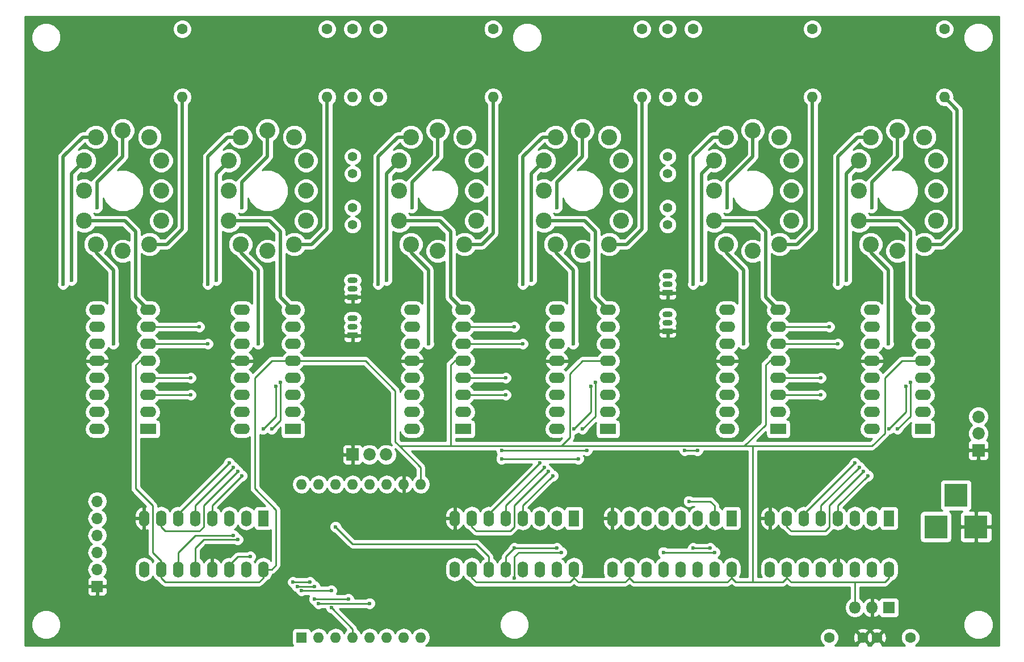
<source format=gbl>
G04 #@! TF.FileFunction,Copper,L2,Bot,Signal*
%FSLAX46Y46*%
G04 Gerber Fmt 4.6, Leading zero omitted, Abs format (unit mm)*
G04 Created by KiCad (PCBNEW 4.0.7-e2-6376~61~ubuntu18.04.1) date Tue Aug 27 15:06:58 2019*
%MOMM*%
%LPD*%
G01*
G04 APERTURE LIST*
%ADD10C,0.100000*%
%ADD11R,1.600000X1.600000*%
%ADD12O,1.600000X1.600000*%
%ADD13R,1.850000X1.850000*%
%ADD14C,1.850000*%
%ADD15R,2.400000X1.600000*%
%ADD16O,2.400000X1.600000*%
%ADD17O,1.500000X0.900000*%
%ADD18R,1.500000X0.900000*%
%ADD19C,1.600000*%
%ADD20R,1.700000X1.700000*%
%ADD21O,1.700000X1.700000*%
%ADD22C,2.400000*%
%ADD23C,1.422400*%
%ADD24R,1.600000X2.400000*%
%ADD25O,1.600000X2.400000*%
%ADD26R,3.500000X3.500000*%
%ADD27R,1.800000X1.800000*%
%ADD28O,1.800000X1.800000*%
%ADD29C,0.600000*%
%ADD30C,0.250000*%
%ADD31C,0.500000*%
%ADD32C,0.254000*%
G04 APERTURE END LIST*
D10*
D11*
X115570000Y-136525000D03*
D12*
X133350000Y-113665000D03*
X118110000Y-136525000D03*
X130810000Y-113665000D03*
X120650000Y-136525000D03*
X128270000Y-113665000D03*
X123190000Y-136525000D03*
X125730000Y-113665000D03*
X125730000Y-136525000D03*
X123190000Y-113665000D03*
X128270000Y-136525000D03*
X120650000Y-113665000D03*
X130810000Y-136525000D03*
X118110000Y-113665000D03*
X133350000Y-136525000D03*
X115570000Y-113665000D03*
D13*
X123190000Y-109220000D03*
D14*
X125690000Y-109220000D03*
X128190000Y-109220000D03*
D15*
X92710000Y-105410000D03*
D16*
X85090000Y-87630000D03*
X92710000Y-102870000D03*
X85090000Y-90170000D03*
X92710000Y-100330000D03*
X85090000Y-92710000D03*
X92710000Y-97790000D03*
X85090000Y-95250000D03*
X92710000Y-95250000D03*
X85090000Y-97790000D03*
X92710000Y-92710000D03*
X85090000Y-100330000D03*
X92710000Y-90170000D03*
X85090000Y-102870000D03*
X92710000Y-87630000D03*
X85090000Y-105410000D03*
D17*
X170180000Y-89535000D03*
X170180000Y-88265000D03*
D18*
X170180000Y-90805000D03*
D17*
X123190000Y-90170000D03*
X123190000Y-88900000D03*
D18*
X123190000Y-91440000D03*
D17*
X170180000Y-83820000D03*
X170180000Y-82550000D03*
D18*
X170180000Y-85090000D03*
D17*
X123190000Y-84455000D03*
X123190000Y-83185000D03*
D18*
X123190000Y-85725000D03*
D19*
X97790000Y-45720000D03*
D12*
X97790000Y-55880000D03*
D19*
X119380000Y-45720000D03*
D12*
X119380000Y-55880000D03*
D19*
X123190000Y-45720000D03*
D12*
X123190000Y-55880000D03*
D19*
X127000000Y-45720000D03*
D12*
X127000000Y-55880000D03*
D19*
X144145000Y-45720000D03*
D12*
X144145000Y-55880000D03*
D19*
X166370000Y-45720000D03*
D12*
X166370000Y-55880000D03*
D19*
X170180000Y-45720000D03*
D12*
X170180000Y-55880000D03*
D19*
X173990000Y-45720000D03*
D12*
X173990000Y-55880000D03*
D19*
X191770000Y-45720000D03*
D12*
X191770000Y-55880000D03*
D19*
X211455000Y-45720000D03*
D12*
X211455000Y-55880000D03*
D20*
X85090000Y-128905000D03*
D21*
X85090000Y-126365000D03*
X85090000Y-123825000D03*
X85090000Y-121285000D03*
X85090000Y-118745000D03*
X85090000Y-116205000D03*
D15*
X114300000Y-105410000D03*
D16*
X106680000Y-87630000D03*
X114300000Y-102870000D03*
X106680000Y-90170000D03*
X114300000Y-100330000D03*
X106680000Y-92710000D03*
X114300000Y-97790000D03*
X106680000Y-95250000D03*
X114300000Y-95250000D03*
X106680000Y-97790000D03*
X114300000Y-92710000D03*
X106680000Y-100330000D03*
X114300000Y-90170000D03*
X106680000Y-102870000D03*
X114300000Y-87630000D03*
X106680000Y-105410000D03*
D15*
X139700000Y-105410000D03*
D16*
X132080000Y-87630000D03*
X139700000Y-102870000D03*
X132080000Y-90170000D03*
X139700000Y-100330000D03*
X132080000Y-92710000D03*
X139700000Y-97790000D03*
X132080000Y-95250000D03*
X139700000Y-95250000D03*
X132080000Y-97790000D03*
X139700000Y-92710000D03*
X132080000Y-100330000D03*
X139700000Y-90170000D03*
X132080000Y-102870000D03*
X139700000Y-87630000D03*
X132080000Y-105410000D03*
D15*
X161290000Y-105410000D03*
D16*
X153670000Y-87630000D03*
X161290000Y-102870000D03*
X153670000Y-90170000D03*
X161290000Y-100330000D03*
X153670000Y-92710000D03*
X161290000Y-97790000D03*
X153670000Y-95250000D03*
X161290000Y-95250000D03*
X153670000Y-97790000D03*
X161290000Y-92710000D03*
X153670000Y-100330000D03*
X161290000Y-90170000D03*
X153670000Y-102870000D03*
X161290000Y-87630000D03*
X153670000Y-105410000D03*
D15*
X186690000Y-105410000D03*
D16*
X179070000Y-87630000D03*
X186690000Y-102870000D03*
X179070000Y-90170000D03*
X186690000Y-100330000D03*
X179070000Y-92710000D03*
X186690000Y-97790000D03*
X179070000Y-95250000D03*
X186690000Y-95250000D03*
X179070000Y-97790000D03*
X186690000Y-92710000D03*
X179070000Y-100330000D03*
X186690000Y-90170000D03*
X179070000Y-102870000D03*
X186690000Y-87630000D03*
X179070000Y-105410000D03*
D15*
X208280000Y-105410000D03*
D16*
X200660000Y-87630000D03*
X208280000Y-102870000D03*
X200660000Y-90170000D03*
X208280000Y-100330000D03*
X200660000Y-92710000D03*
X208280000Y-97790000D03*
X200660000Y-95250000D03*
X208280000Y-95250000D03*
X200660000Y-97790000D03*
X208280000Y-92710000D03*
X200660000Y-100330000D03*
X208280000Y-90170000D03*
X200660000Y-102870000D03*
X208280000Y-87630000D03*
X200660000Y-105410000D03*
D22*
X88900000Y-60850000D03*
X94650000Y-69850000D03*
X94650000Y-65350000D03*
X88900000Y-78850000D03*
X94650000Y-74350000D03*
X92900000Y-77850000D03*
X92900000Y-61850000D03*
X84900000Y-61850000D03*
X83150000Y-65350000D03*
X83150000Y-69850000D03*
X83150000Y-74350000D03*
X84900000Y-77850000D03*
X110490000Y-60850000D03*
X116240000Y-69850000D03*
X116240000Y-65350000D03*
X110490000Y-78850000D03*
X116240000Y-74350000D03*
X114490000Y-77850000D03*
X114490000Y-61850000D03*
X106490000Y-61850000D03*
X104740000Y-65350000D03*
X104740000Y-69850000D03*
X104740000Y-74350000D03*
X106490000Y-77850000D03*
X135890000Y-60850000D03*
X141640000Y-69850000D03*
X141640000Y-65350000D03*
X135890000Y-78850000D03*
X141640000Y-74350000D03*
X139890000Y-77850000D03*
X139890000Y-61850000D03*
X131890000Y-61850000D03*
X130140000Y-65350000D03*
X130140000Y-69850000D03*
X130140000Y-74350000D03*
X131890000Y-77850000D03*
X157480000Y-60850000D03*
X163230000Y-69850000D03*
X163230000Y-65350000D03*
X157480000Y-78850000D03*
X163230000Y-74350000D03*
X161480000Y-77850000D03*
X161480000Y-61850000D03*
X153480000Y-61850000D03*
X151730000Y-65350000D03*
X151730000Y-69850000D03*
X151730000Y-74350000D03*
X153480000Y-77850000D03*
X182880000Y-60850000D03*
X188630000Y-69850000D03*
X188630000Y-65350000D03*
X182880000Y-78850000D03*
X188630000Y-74350000D03*
X186880000Y-77850000D03*
X186880000Y-61850000D03*
X178880000Y-61850000D03*
X177130000Y-65350000D03*
X177130000Y-69850000D03*
X177130000Y-74350000D03*
X178880000Y-77850000D03*
X204470000Y-60850000D03*
X210220000Y-69850000D03*
X210220000Y-65350000D03*
X204470000Y-78850000D03*
X210220000Y-74350000D03*
X208470000Y-77850000D03*
X208470000Y-61850000D03*
X200470000Y-61850000D03*
X198720000Y-65350000D03*
X198720000Y-69850000D03*
X198720000Y-74350000D03*
X200470000Y-77850000D03*
D23*
X170180000Y-74930000D03*
X170180000Y-72390000D03*
X170180000Y-67310000D03*
X170180000Y-64770000D03*
X123190000Y-74930000D03*
X123190000Y-72390000D03*
X123190000Y-67310000D03*
X123190000Y-64770000D03*
D24*
X179705000Y-118745000D03*
D25*
X161925000Y-126365000D03*
X177165000Y-118745000D03*
X164465000Y-126365000D03*
X174625000Y-118745000D03*
X167005000Y-126365000D03*
X172085000Y-118745000D03*
X169545000Y-126365000D03*
X169545000Y-118745000D03*
X172085000Y-126365000D03*
X167005000Y-118745000D03*
X174625000Y-126365000D03*
X164465000Y-118745000D03*
X177165000Y-126365000D03*
X161925000Y-118745000D03*
X179705000Y-126365000D03*
D24*
X109855000Y-118745000D03*
D25*
X92075000Y-126365000D03*
X107315000Y-118745000D03*
X94615000Y-126365000D03*
X104775000Y-118745000D03*
X97155000Y-126365000D03*
X102235000Y-118745000D03*
X99695000Y-126365000D03*
X99695000Y-118745000D03*
X102235000Y-126365000D03*
X97155000Y-118745000D03*
X104775000Y-126365000D03*
X94615000Y-118745000D03*
X107315000Y-126365000D03*
X92075000Y-118745000D03*
X109855000Y-126365000D03*
D24*
X156210000Y-118745000D03*
D25*
X138430000Y-126365000D03*
X153670000Y-118745000D03*
X140970000Y-126365000D03*
X151130000Y-118745000D03*
X143510000Y-126365000D03*
X148590000Y-118745000D03*
X146050000Y-126365000D03*
X146050000Y-118745000D03*
X148590000Y-126365000D03*
X143510000Y-118745000D03*
X151130000Y-126365000D03*
X140970000Y-118745000D03*
X153670000Y-126365000D03*
X138430000Y-118745000D03*
X156210000Y-126365000D03*
D24*
X203200000Y-118745000D03*
D25*
X185420000Y-126365000D03*
X200660000Y-118745000D03*
X187960000Y-126365000D03*
X198120000Y-118745000D03*
X190500000Y-126365000D03*
X195580000Y-118745000D03*
X193040000Y-126365000D03*
X193040000Y-118745000D03*
X195580000Y-126365000D03*
X190500000Y-118745000D03*
X198120000Y-126365000D03*
X187960000Y-118745000D03*
X200660000Y-126365000D03*
X185420000Y-118745000D03*
X203200000Y-126365000D03*
D13*
X216535000Y-108585000D03*
D14*
X216535000Y-106085000D03*
X216535000Y-103585000D03*
D19*
X206375000Y-136525000D03*
X201375000Y-136525000D03*
X194310000Y-136525000D03*
X199310000Y-136525000D03*
D26*
X210185000Y-120015000D03*
X216185000Y-120015000D03*
X213185000Y-115315000D03*
D27*
X203200000Y-132080000D03*
D28*
X200660000Y-132080000D03*
X198120000Y-132080000D03*
D29*
X173355000Y-116205000D03*
X156845000Y-109855000D03*
X145415000Y-109855000D03*
X145415000Y-108585000D03*
X158115000Y-108585000D03*
X174625000Y-108585000D03*
X172720000Y-108585000D03*
X107950000Y-124460000D03*
X120015000Y-132080000D03*
X115570000Y-129540000D03*
X120015000Y-129540000D03*
X147320000Y-123190000D03*
X153670000Y-123190000D03*
X173990000Y-123190000D03*
X176530000Y-123190000D03*
X106045000Y-121920000D03*
X117475000Y-130810000D03*
X122555000Y-130810000D03*
X120650000Y-120015000D03*
X147320000Y-127635000D03*
X154305000Y-123825000D03*
X169545000Y-123825000D03*
X177165000Y-123825000D03*
X105410000Y-121285000D03*
X118110000Y-131445000D03*
X125730000Y-131445000D03*
X114935000Y-128905000D03*
X117475000Y-128905000D03*
X99060000Y-100330000D03*
X85090000Y-72390000D03*
X99060000Y-97790000D03*
X81280000Y-83185000D03*
X101600000Y-92710000D03*
X80010000Y-83820000D03*
X100330000Y-90170000D03*
X87503000Y-92710000D03*
X106680000Y-112395000D03*
X106680000Y-72390000D03*
X106045000Y-111760000D03*
X102870000Y-83185000D03*
X105410000Y-111125000D03*
X111125000Y-105410000D03*
X112395000Y-98425000D03*
X101600000Y-83820000D03*
X111760000Y-99060000D03*
X109855000Y-105410000D03*
X104775000Y-110490000D03*
X109093000Y-92710000D03*
X146050000Y-100330000D03*
X132080000Y-72390000D03*
X146050000Y-97790000D03*
X128270000Y-83185000D03*
X148590000Y-92710000D03*
X127000000Y-83820000D03*
X147320000Y-90170000D03*
X134493000Y-92710000D03*
X153035000Y-112395000D03*
X153670000Y-72390000D03*
X152400000Y-111760000D03*
X149860000Y-83185000D03*
X157480000Y-105410000D03*
X151765000Y-111125000D03*
X159385000Y-98425000D03*
X148590000Y-83820000D03*
X156210000Y-105410000D03*
X151130000Y-110490000D03*
X158750000Y-99060000D03*
X156083000Y-92710000D03*
X193040000Y-100330000D03*
X179070000Y-72390000D03*
X193040000Y-97790000D03*
X175260000Y-83185000D03*
X195580000Y-92710000D03*
X173990000Y-83820000D03*
X194310000Y-90170000D03*
X181483000Y-92710000D03*
X200025000Y-112395000D03*
X200660000Y-72390000D03*
X199390000Y-111760000D03*
X196850000Y-83185000D03*
X198755000Y-111125000D03*
X206375000Y-98425000D03*
X204470000Y-105410000D03*
X195580000Y-83820000D03*
X203200000Y-105410000D03*
X205740000Y-99060000D03*
X198120000Y-110490000D03*
X203073000Y-92710000D03*
X116840000Y-128270000D03*
X114300000Y-128270000D03*
D30*
X137795000Y-107950000D02*
X130175000Y-107950000D01*
X114300000Y-95250000D02*
X125095000Y-95250000D01*
X125095000Y-95250000D02*
X129540000Y-99695000D01*
X129540000Y-99695000D02*
X129540000Y-107315000D01*
X129540000Y-107315000D02*
X130175000Y-107950000D01*
X133350000Y-111125000D02*
X133350000Y-113665000D01*
X130175000Y-107950000D02*
X133350000Y-111125000D01*
X198120000Y-132080000D02*
X198120000Y-128270000D01*
X182880000Y-128270000D02*
X182880000Y-107950000D01*
X156210000Y-127635000D02*
X156845000Y-128270000D01*
X163830000Y-128270000D02*
X164465000Y-127635000D01*
X156845000Y-128270000D02*
X163830000Y-128270000D01*
X179705000Y-127635000D02*
X180340000Y-128270000D01*
X187325000Y-128270000D02*
X187960000Y-127635000D01*
X180340000Y-128270000D02*
X182880000Y-128270000D01*
X182880000Y-128270000D02*
X187325000Y-128270000D01*
X208280000Y-95250000D02*
X205105000Y-95250000D01*
X205105000Y-95250000D02*
X202565000Y-97790000D01*
X202565000Y-97790000D02*
X202565000Y-106045000D01*
X202565000Y-106045000D02*
X200660000Y-107950000D01*
X200660000Y-107950000D02*
X182880000Y-107950000D01*
X182880000Y-107950000D02*
X181610000Y-107950000D01*
X154305000Y-107950000D02*
X181610000Y-107950000D01*
X185420000Y-95250000D02*
X186690000Y-95250000D01*
X184785000Y-95885000D02*
X185420000Y-95250000D01*
X184785000Y-104775000D02*
X184785000Y-95885000D01*
X181610000Y-107950000D02*
X184785000Y-104775000D01*
X161290000Y-95250000D02*
X157480000Y-95250000D01*
X154305000Y-107950000D02*
X137795000Y-107950000D01*
X155575000Y-106680000D02*
X154305000Y-107950000D01*
X155575000Y-97155000D02*
X155575000Y-106680000D01*
X157480000Y-95250000D02*
X155575000Y-97155000D01*
X139700000Y-95250000D02*
X138430000Y-95250000D01*
X137795000Y-95885000D02*
X137795000Y-107950000D01*
X138430000Y-95250000D02*
X137795000Y-95885000D01*
X114300000Y-95250000D02*
X111125000Y-95250000D01*
X108585000Y-114300000D02*
X111760000Y-117475000D01*
X108585000Y-97790000D02*
X108585000Y-114300000D01*
X111125000Y-95250000D02*
X108585000Y-97790000D01*
X92710000Y-95250000D02*
X91440000Y-95250000D01*
X94615000Y-125095000D02*
X94615000Y-126365000D01*
X93345000Y-123825000D02*
X94615000Y-125095000D01*
X93345000Y-116840000D02*
X93345000Y-123825000D01*
X90805000Y-114300000D02*
X93345000Y-116840000D01*
X90805000Y-95885000D02*
X90805000Y-114300000D01*
X91440000Y-95250000D02*
X90805000Y-95885000D01*
X109855000Y-126365000D02*
X111125000Y-126365000D01*
X111760000Y-125730000D02*
X111760000Y-117475000D01*
X111125000Y-126365000D02*
X111760000Y-125730000D01*
X94615000Y-126365000D02*
X94615000Y-127635000D01*
X109855000Y-127635000D02*
X109855000Y-126365000D01*
X109220000Y-128270000D02*
X109855000Y-127635000D01*
X95250000Y-128270000D02*
X109220000Y-128270000D01*
X94615000Y-127635000D02*
X95250000Y-128270000D01*
X140970000Y-126365000D02*
X140970000Y-127635000D01*
X156210000Y-127635000D02*
X156210000Y-126365000D01*
X155575000Y-128270000D02*
X156210000Y-127635000D01*
X141605000Y-128270000D02*
X155575000Y-128270000D01*
X140970000Y-127635000D02*
X141605000Y-128270000D01*
X164465000Y-126365000D02*
X164465000Y-127635000D01*
X179705000Y-127635000D02*
X179705000Y-126365000D01*
X179070000Y-128270000D02*
X179705000Y-127635000D01*
X164465000Y-127635000D02*
X165100000Y-128270000D01*
X165100000Y-128270000D02*
X179070000Y-128270000D01*
X187960000Y-126365000D02*
X187960000Y-127635000D01*
X203200000Y-127635000D02*
X203200000Y-126365000D01*
X187960000Y-127635000D02*
X188595000Y-128270000D01*
X188595000Y-128270000D02*
X198120000Y-128270000D01*
X198120000Y-128270000D02*
X202565000Y-128270000D01*
X202565000Y-128270000D02*
X203200000Y-127635000D01*
X177165000Y-118745000D02*
X177165000Y-116840000D01*
X176530000Y-116205000D02*
X173355000Y-116205000D01*
X177165000Y-116840000D02*
X176530000Y-116205000D01*
X145415000Y-109855000D02*
X156845000Y-109855000D01*
X145415000Y-108585000D02*
X158115000Y-108585000D01*
X172720000Y-108585000D02*
X174625000Y-108585000D01*
D31*
X92900000Y-77850000D02*
X95505000Y-77850000D01*
X97790000Y-75565000D02*
X97790000Y-55880000D01*
X95505000Y-77850000D02*
X97790000Y-75565000D01*
X117095000Y-77850000D02*
X119380000Y-75565000D01*
X119380000Y-75565000D02*
X119380000Y-55880000D01*
X114490000Y-77850000D02*
X117095000Y-77850000D01*
X144145000Y-55880000D02*
X144145000Y-76200000D01*
X142495000Y-77850000D02*
X139890000Y-77850000D01*
X144145000Y-76200000D02*
X142495000Y-77850000D01*
X164085000Y-77850000D02*
X166370000Y-75565000D01*
X166370000Y-75565000D02*
X166370000Y-55880000D01*
X161480000Y-77850000D02*
X164085000Y-77850000D01*
X189485000Y-77850000D02*
X191770000Y-75565000D01*
X191770000Y-75565000D02*
X191770000Y-55880000D01*
X186880000Y-77850000D02*
X189485000Y-77850000D01*
X208470000Y-77850000D02*
X211075000Y-77850000D01*
X213360000Y-57785000D02*
X211455000Y-55880000D01*
X213360000Y-75565000D02*
X213360000Y-57785000D01*
X211075000Y-77850000D02*
X213360000Y-75565000D01*
D30*
X106045000Y-124460000D02*
X107950000Y-124460000D01*
X106045000Y-124460000D02*
X104775000Y-125730000D01*
X104775000Y-126365000D02*
X104775000Y-125730000D01*
X120015000Y-132080000D02*
X123190000Y-135255000D01*
X123190000Y-135255000D02*
X123190000Y-136525000D01*
X115570000Y-129540000D02*
X120015000Y-129540000D01*
X153670000Y-123190000D02*
X147320000Y-123190000D01*
X146050000Y-124460000D02*
X146050000Y-126365000D01*
X147320000Y-123190000D02*
X146050000Y-124460000D01*
X176530000Y-123190000D02*
X173990000Y-123190000D01*
X99695000Y-126365000D02*
X99695000Y-123190000D01*
X100965000Y-121920000D02*
X106045000Y-121920000D01*
X99695000Y-123190000D02*
X100965000Y-121920000D01*
X117475000Y-130810000D02*
X122555000Y-130810000D01*
X143510000Y-126365000D02*
X143510000Y-124460000D01*
X141605000Y-122555000D02*
X143510000Y-124460000D01*
X123190000Y-122555000D02*
X141605000Y-122555000D01*
X123190000Y-122555000D02*
X120650000Y-120015000D01*
X147320000Y-124460000D02*
X147320000Y-127635000D01*
X147955000Y-123825000D02*
X147320000Y-124460000D01*
X154305000Y-123825000D02*
X147955000Y-123825000D01*
X177165000Y-123825000D02*
X169545000Y-123825000D01*
X97155000Y-126365000D02*
X97155000Y-123825000D01*
X97155000Y-123825000D02*
X99695000Y-121285000D01*
X99695000Y-121285000D02*
X105410000Y-121285000D01*
X118110000Y-131445000D02*
X125730000Y-131445000D01*
X114935000Y-128905000D02*
X117475000Y-128905000D01*
X99060000Y-100330000D02*
X92710000Y-100330000D01*
D31*
X85090000Y-68580000D02*
X88900000Y-64770000D01*
X85090000Y-68580000D02*
X85090000Y-72390000D01*
X88900000Y-64770000D02*
X88900000Y-60850000D01*
D30*
X92710000Y-97790000D02*
X99060000Y-97790000D01*
D31*
X83150000Y-65350000D02*
X83150000Y-65440000D01*
X83150000Y-65440000D02*
X81280000Y-67310000D01*
X81280000Y-67310000D02*
X81280000Y-83185000D01*
D30*
X101600000Y-92710000D02*
X92710000Y-92710000D01*
D31*
X84900000Y-61850000D02*
X82930000Y-61850000D01*
X80010000Y-64770000D02*
X80010000Y-83820000D01*
X82930000Y-61850000D02*
X80010000Y-64770000D01*
D30*
X92710000Y-90170000D02*
X100330000Y-90170000D01*
D31*
X87503000Y-81661000D02*
X84963000Y-79121000D01*
X87503000Y-92710000D02*
X87503000Y-81661000D01*
X84963000Y-79121000D02*
X84963000Y-77913000D01*
X84963000Y-77913000D02*
X84900000Y-77850000D01*
X83150000Y-74350000D02*
X89209000Y-74350000D01*
X90805000Y-85725000D02*
X92710000Y-87630000D01*
X90805000Y-75946000D02*
X90805000Y-85725000D01*
X89209000Y-74350000D02*
X90805000Y-75946000D01*
D30*
X102235000Y-118745000D02*
X102235000Y-116840000D01*
X102235000Y-116840000D02*
X106680000Y-112395000D01*
D31*
X110490000Y-64770000D02*
X110490000Y-60850000D01*
X110490000Y-64770000D02*
X106680000Y-68580000D01*
X106680000Y-68580000D02*
X106680000Y-72390000D01*
D30*
X94615000Y-120015000D02*
X94615000Y-118745000D01*
X95250000Y-120650000D02*
X94615000Y-120015000D01*
X100330000Y-120650000D02*
X95250000Y-120650000D01*
X100965000Y-120015000D02*
X100330000Y-120650000D01*
X100965000Y-116840000D02*
X100965000Y-120015000D01*
X106045000Y-111760000D02*
X100965000Y-116840000D01*
D31*
X102870000Y-67310000D02*
X102870000Y-83185000D01*
X104740000Y-65440000D02*
X102870000Y-67310000D01*
X104740000Y-65350000D02*
X104740000Y-65440000D01*
D30*
X99695000Y-116840000D02*
X99695000Y-118745000D01*
X105410000Y-111125000D02*
X99695000Y-116840000D01*
X112395000Y-104140000D02*
X111125000Y-105410000D01*
X112395000Y-98425000D02*
X112395000Y-104140000D01*
D31*
X104520000Y-61850000D02*
X101600000Y-64770000D01*
X101600000Y-64770000D02*
X101600000Y-83820000D01*
X106490000Y-61850000D02*
X104520000Y-61850000D01*
D30*
X111760000Y-99060000D02*
X111760000Y-103505000D01*
X111760000Y-103505000D02*
X109855000Y-105410000D01*
X104775000Y-110490000D02*
X97155000Y-118110000D01*
X97155000Y-118110000D02*
X97155000Y-118745000D01*
D31*
X106553000Y-77913000D02*
X106490000Y-77850000D01*
X106553000Y-79121000D02*
X106553000Y-77913000D01*
X109093000Y-81661000D02*
X106553000Y-79121000D01*
X109093000Y-92710000D02*
X109093000Y-81661000D01*
X110799000Y-74350000D02*
X112395000Y-75946000D01*
X112395000Y-75946000D02*
X112395000Y-85725000D01*
X112395000Y-85725000D02*
X114300000Y-87630000D01*
X104740000Y-74350000D02*
X110799000Y-74350000D01*
D30*
X139700000Y-100330000D02*
X146050000Y-100330000D01*
D31*
X135890000Y-64770000D02*
X135890000Y-60850000D01*
X135890000Y-64770000D02*
X132080000Y-68580000D01*
X132080000Y-68580000D02*
X132080000Y-72390000D01*
D30*
X139700000Y-97790000D02*
X146050000Y-97790000D01*
D31*
X128270000Y-67310000D02*
X128270000Y-83185000D01*
X130140000Y-65440000D02*
X128270000Y-67310000D01*
X130140000Y-65350000D02*
X130140000Y-65440000D01*
D30*
X139700000Y-92710000D02*
X148590000Y-92710000D01*
D31*
X129920000Y-61850000D02*
X127000000Y-64770000D01*
X127000000Y-64770000D02*
X127000000Y-83820000D01*
X131890000Y-61850000D02*
X129920000Y-61850000D01*
D30*
X139700000Y-90170000D02*
X147320000Y-90170000D01*
D31*
X131953000Y-77913000D02*
X131890000Y-77850000D01*
X131953000Y-79121000D02*
X131953000Y-77913000D01*
X134493000Y-81661000D02*
X131953000Y-79121000D01*
X134493000Y-92710000D02*
X134493000Y-81661000D01*
X136199000Y-74350000D02*
X137795000Y-75946000D01*
X137795000Y-75946000D02*
X137795000Y-85725000D01*
X137795000Y-85725000D02*
X139700000Y-87630000D01*
X130140000Y-74350000D02*
X136199000Y-74350000D01*
D30*
X148590000Y-118745000D02*
X148590000Y-116840000D01*
X148590000Y-116840000D02*
X153035000Y-112395000D01*
D31*
X157480000Y-64770000D02*
X157480000Y-60850000D01*
X157480000Y-64770000D02*
X153670000Y-68580000D01*
X153670000Y-68580000D02*
X153670000Y-72390000D01*
D30*
X140970000Y-118745000D02*
X140970000Y-120015000D01*
X141605000Y-120650000D02*
X140970000Y-120015000D01*
X146685000Y-120650000D02*
X141605000Y-120650000D01*
X147320000Y-120015000D02*
X146685000Y-120650000D01*
X147320000Y-116840000D02*
X147320000Y-120015000D01*
X152400000Y-111760000D02*
X147320000Y-116840000D01*
D31*
X149860000Y-67310000D02*
X149860000Y-83185000D01*
X151730000Y-65440000D02*
X149860000Y-67310000D01*
X151730000Y-65350000D02*
X151730000Y-65440000D01*
D30*
X146050000Y-118745000D02*
X146050000Y-116840000D01*
X151765000Y-111125000D02*
X146050000Y-116840000D01*
X159385000Y-103505000D02*
X159385000Y-98425000D01*
X157480000Y-105410000D02*
X159385000Y-103505000D01*
D31*
X151510000Y-61850000D02*
X148590000Y-64770000D01*
X148590000Y-64770000D02*
X148590000Y-83820000D01*
X153480000Y-61850000D02*
X151510000Y-61850000D01*
D30*
X143510000Y-118110000D02*
X151130000Y-110490000D01*
X158750000Y-102870000D02*
X158750000Y-99060000D01*
X156210000Y-105410000D02*
X158750000Y-102870000D01*
X143510000Y-118110000D02*
X143510000Y-118745000D01*
D31*
X156083000Y-81661000D02*
X153543000Y-79121000D01*
X156083000Y-92710000D02*
X156083000Y-81661000D01*
X153543000Y-77913000D02*
X153480000Y-77850000D01*
X153543000Y-79121000D02*
X153543000Y-77913000D01*
X159385000Y-85725000D02*
X161290000Y-87630000D01*
X157789000Y-74350000D02*
X159385000Y-75946000D01*
X159385000Y-75946000D02*
X159385000Y-85725000D01*
X151730000Y-74350000D02*
X157789000Y-74350000D01*
D30*
X186690000Y-100330000D02*
X193040000Y-100330000D01*
D31*
X182880000Y-64770000D02*
X182880000Y-60850000D01*
X179070000Y-68580000D02*
X179070000Y-72390000D01*
X182880000Y-64770000D02*
X179070000Y-68580000D01*
D30*
X193040000Y-97790000D02*
X186690000Y-97790000D01*
D31*
X175260000Y-67310000D02*
X175260000Y-83185000D01*
X177130000Y-65440000D02*
X175260000Y-67310000D01*
X177130000Y-65350000D02*
X177130000Y-65440000D01*
D30*
X186690000Y-92710000D02*
X195580000Y-92710000D01*
D31*
X173990000Y-64770000D02*
X173990000Y-83820000D01*
X176910000Y-61850000D02*
X173990000Y-64770000D01*
X178880000Y-61850000D02*
X176910000Y-61850000D01*
D30*
X194310000Y-90170000D02*
X186690000Y-90170000D01*
D31*
X181483000Y-81661000D02*
X178943000Y-79121000D01*
X181483000Y-92710000D02*
X181483000Y-81661000D01*
X178943000Y-77913000D02*
X178880000Y-77850000D01*
X178943000Y-79121000D02*
X178943000Y-77913000D01*
X184785000Y-85725000D02*
X186690000Y-87630000D01*
X183189000Y-74350000D02*
X184785000Y-75946000D01*
X184785000Y-75946000D02*
X184785000Y-85725000D01*
X177130000Y-74350000D02*
X183189000Y-74350000D01*
D30*
X195580000Y-118745000D02*
X195580000Y-116840000D01*
X195580000Y-116840000D02*
X200025000Y-112395000D01*
D31*
X204470000Y-64770000D02*
X204470000Y-60850000D01*
X200660000Y-68580000D02*
X200660000Y-72390000D01*
X204470000Y-64770000D02*
X200660000Y-68580000D01*
D30*
X187960000Y-120015000D02*
X187960000Y-118745000D01*
X188595000Y-120650000D02*
X187960000Y-120015000D01*
X193675000Y-120650000D02*
X188595000Y-120650000D01*
X194310000Y-120015000D02*
X193675000Y-120650000D01*
X194310000Y-116840000D02*
X194310000Y-120015000D01*
X199390000Y-111760000D02*
X194310000Y-116840000D01*
D31*
X196850000Y-67310000D02*
X196850000Y-83185000D01*
X198720000Y-65440000D02*
X196850000Y-67310000D01*
X198720000Y-65350000D02*
X198720000Y-65440000D01*
D30*
X193040000Y-118745000D02*
X193040000Y-116840000D01*
X198755000Y-111125000D02*
X193040000Y-116840000D01*
X206375000Y-103505000D02*
X206375000Y-98425000D01*
X204470000Y-105410000D02*
X206375000Y-103505000D01*
D31*
X195580000Y-64770000D02*
X195580000Y-83820000D01*
X198500000Y-61850000D02*
X195580000Y-64770000D01*
X200470000Y-61850000D02*
X198500000Y-61850000D01*
D30*
X205740000Y-102870000D02*
X205740000Y-99060000D01*
X203200000Y-105410000D02*
X205740000Y-102870000D01*
X198120000Y-110490000D02*
X190500000Y-118110000D01*
X190500000Y-118110000D02*
X190500000Y-118745000D01*
D31*
X203073000Y-81661000D02*
X200533000Y-79121000D01*
X203073000Y-92710000D02*
X203073000Y-81661000D01*
X200533000Y-77913000D02*
X200470000Y-77850000D01*
X200533000Y-79121000D02*
X200533000Y-77913000D01*
X206375000Y-85725000D02*
X208280000Y-87630000D01*
X204779000Y-74350000D02*
X206375000Y-75946000D01*
X206375000Y-75946000D02*
X206375000Y-85725000D01*
X198720000Y-74350000D02*
X204779000Y-74350000D01*
D30*
X114300000Y-128270000D02*
X116840000Y-128270000D01*
D32*
G36*
X219635000Y-137720000D02*
X207209082Y-137720000D01*
X207590824Y-137338923D01*
X207809750Y-136811691D01*
X207810248Y-136240813D01*
X207592243Y-135713200D01*
X207188923Y-135309176D01*
X206661691Y-135090250D01*
X206090813Y-135089752D01*
X205563200Y-135307757D01*
X205159176Y-135711077D01*
X204940250Y-136238309D01*
X204939752Y-136809187D01*
X205157757Y-137336800D01*
X205540289Y-137720000D01*
X202146736Y-137720000D01*
X202203139Y-137532745D01*
X201375000Y-136704605D01*
X200546861Y-137532745D01*
X200603264Y-137720000D01*
X200081736Y-137720000D01*
X200138139Y-137532745D01*
X199310000Y-136704605D01*
X198481861Y-137532745D01*
X198538264Y-137720000D01*
X195144082Y-137720000D01*
X195525824Y-137338923D01*
X195744750Y-136811691D01*
X195745189Y-136308223D01*
X197863035Y-136308223D01*
X197890222Y-136878454D01*
X198056136Y-137279005D01*
X198302255Y-137353139D01*
X199130395Y-136525000D01*
X199489605Y-136525000D01*
X200034533Y-137069927D01*
X200121136Y-137279005D01*
X200296404Y-137331798D01*
X200317745Y-137353139D01*
X200342500Y-137345682D01*
X200367255Y-137353139D01*
X200388596Y-137331798D01*
X200563864Y-137279005D01*
X200632589Y-137087806D01*
X201195395Y-136525000D01*
X201554605Y-136525000D01*
X202382745Y-137353139D01*
X202628864Y-137279005D01*
X202821965Y-136741777D01*
X202794778Y-136171546D01*
X202628864Y-135770995D01*
X202382745Y-135696861D01*
X201554605Y-136525000D01*
X201195395Y-136525000D01*
X200650467Y-135980073D01*
X200563864Y-135770995D01*
X200388596Y-135718202D01*
X200367255Y-135696861D01*
X200342500Y-135704318D01*
X200317745Y-135696861D01*
X200296404Y-135718202D01*
X200121136Y-135770995D01*
X200052411Y-135962194D01*
X199489605Y-136525000D01*
X199130395Y-136525000D01*
X198302255Y-135696861D01*
X198056136Y-135770995D01*
X197863035Y-136308223D01*
X195745189Y-136308223D01*
X195745248Y-136240813D01*
X195527243Y-135713200D01*
X195331640Y-135517255D01*
X198481861Y-135517255D01*
X199310000Y-136345395D01*
X200138139Y-135517255D01*
X200546861Y-135517255D01*
X201375000Y-136345395D01*
X202203139Y-135517255D01*
X202129005Y-135271136D01*
X201591777Y-135078035D01*
X201021546Y-135105222D01*
X200620995Y-135271136D01*
X200546861Y-135517255D01*
X200138139Y-135517255D01*
X200064005Y-135271136D01*
X199526777Y-135078035D01*
X198956546Y-135105222D01*
X198555995Y-135271136D01*
X198481861Y-135517255D01*
X195331640Y-135517255D01*
X195123923Y-135309176D01*
X194596691Y-135090250D01*
X194025813Y-135089752D01*
X193498200Y-135307757D01*
X193094176Y-135711077D01*
X192875250Y-136238309D01*
X192874752Y-136809187D01*
X193092757Y-137336800D01*
X193475289Y-137720000D01*
X134136931Y-137720000D01*
X134364698Y-137567811D01*
X134675767Y-137102264D01*
X134785000Y-136553113D01*
X134785000Y-136496887D01*
X134675767Y-135947736D01*
X134364698Y-135482189D01*
X133899151Y-135171120D01*
X133353681Y-135062619D01*
X145084613Y-135062619D01*
X145424155Y-135884372D01*
X146052321Y-136513636D01*
X146873481Y-136854611D01*
X147762619Y-136855387D01*
X148584372Y-136515845D01*
X149213636Y-135887679D01*
X149554611Y-135066519D01*
X149554614Y-135062619D01*
X214299613Y-135062619D01*
X214639155Y-135884372D01*
X215267321Y-136513636D01*
X216088481Y-136854611D01*
X216977619Y-136855387D01*
X217799372Y-136515845D01*
X218428636Y-135887679D01*
X218769611Y-135066519D01*
X218770387Y-134177381D01*
X218430845Y-133355628D01*
X217802679Y-132726364D01*
X216981519Y-132385389D01*
X216092381Y-132384613D01*
X215270628Y-132724155D01*
X214641364Y-133352321D01*
X214300389Y-134173481D01*
X214299613Y-135062619D01*
X149554614Y-135062619D01*
X149555387Y-134177381D01*
X149215845Y-133355628D01*
X148587679Y-132726364D01*
X147766519Y-132385389D01*
X146877381Y-132384613D01*
X146055628Y-132724155D01*
X145426364Y-133352321D01*
X145085389Y-134173481D01*
X145084613Y-135062619D01*
X133353681Y-135062619D01*
X133350000Y-135061887D01*
X132800849Y-135171120D01*
X132335302Y-135482189D01*
X132080000Y-135864275D01*
X131824698Y-135482189D01*
X131359151Y-135171120D01*
X130810000Y-135061887D01*
X130260849Y-135171120D01*
X129795302Y-135482189D01*
X129540000Y-135864275D01*
X129284698Y-135482189D01*
X128819151Y-135171120D01*
X128270000Y-135061887D01*
X127720849Y-135171120D01*
X127255302Y-135482189D01*
X127000000Y-135864275D01*
X126744698Y-135482189D01*
X126279151Y-135171120D01*
X125730000Y-135061887D01*
X125180849Y-135171120D01*
X124715302Y-135482189D01*
X124460000Y-135864275D01*
X124204698Y-135482189D01*
X123950000Y-135312005D01*
X123950000Y-135255000D01*
X123892148Y-134964161D01*
X123727401Y-134717599D01*
X121214802Y-132205000D01*
X125167537Y-132205000D01*
X125199673Y-132237192D01*
X125543201Y-132379838D01*
X125915167Y-132380162D01*
X126258943Y-132238117D01*
X126522192Y-131975327D01*
X126664838Y-131631799D01*
X126665162Y-131259833D01*
X126523117Y-130916057D01*
X126260327Y-130652808D01*
X125916799Y-130510162D01*
X125544833Y-130509838D01*
X125201057Y-130651883D01*
X125167882Y-130685000D01*
X123490110Y-130685000D01*
X123490162Y-130624833D01*
X123348117Y-130281057D01*
X123085327Y-130017808D01*
X122741799Y-129875162D01*
X122369833Y-129874838D01*
X122026057Y-130016883D01*
X121992882Y-130050000D01*
X120815633Y-130050000D01*
X120949838Y-129726799D01*
X120950162Y-129354833D01*
X120808117Y-129011057D01*
X120545327Y-128747808D01*
X120201799Y-128605162D01*
X119829833Y-128604838D01*
X119486057Y-128746883D01*
X119452882Y-128780000D01*
X118410110Y-128780000D01*
X118410162Y-128719833D01*
X118268117Y-128376057D01*
X118005327Y-128112808D01*
X117741446Y-128003235D01*
X117633117Y-127741057D01*
X117370327Y-127477808D01*
X117026799Y-127335162D01*
X116654833Y-127334838D01*
X116311057Y-127476883D01*
X116277882Y-127510000D01*
X114862463Y-127510000D01*
X114830327Y-127477808D01*
X114486799Y-127335162D01*
X114114833Y-127334838D01*
X113771057Y-127476883D01*
X113507808Y-127739673D01*
X113365162Y-128083201D01*
X113364838Y-128455167D01*
X113506883Y-128798943D01*
X113769673Y-129062192D01*
X114033554Y-129171765D01*
X114141883Y-129433943D01*
X114404673Y-129697192D01*
X114668554Y-129806765D01*
X114776883Y-130068943D01*
X115039673Y-130332192D01*
X115383201Y-130474838D01*
X115755167Y-130475162D01*
X116098943Y-130333117D01*
X116132118Y-130300000D01*
X116674367Y-130300000D01*
X116540162Y-130623201D01*
X116539838Y-130995167D01*
X116681883Y-131338943D01*
X116944673Y-131602192D01*
X117208554Y-131711765D01*
X117316883Y-131973943D01*
X117579673Y-132237192D01*
X117923201Y-132379838D01*
X118295167Y-132380162D01*
X118638943Y-132238117D01*
X118672118Y-132205000D01*
X119079890Y-132205000D01*
X119079838Y-132265167D01*
X119221883Y-132608943D01*
X119484673Y-132872192D01*
X119828201Y-133014838D01*
X119875077Y-133014879D01*
X122275462Y-135415264D01*
X122175302Y-135482189D01*
X121920000Y-135864275D01*
X121664698Y-135482189D01*
X121199151Y-135171120D01*
X120650000Y-135061887D01*
X120100849Y-135171120D01*
X119635302Y-135482189D01*
X119380000Y-135864275D01*
X119124698Y-135482189D01*
X118659151Y-135171120D01*
X118110000Y-135061887D01*
X117560849Y-135171120D01*
X117095302Y-135482189D01*
X116998899Y-135626465D01*
X116973162Y-135489683D01*
X116834090Y-135273559D01*
X116621890Y-135128569D01*
X116370000Y-135077560D01*
X114770000Y-135077560D01*
X114534683Y-135121838D01*
X114318559Y-135260910D01*
X114173569Y-135473110D01*
X114122560Y-135725000D01*
X114122560Y-137325000D01*
X114166838Y-137560317D01*
X114269591Y-137720000D01*
X74370000Y-137720000D01*
X74370000Y-135062619D01*
X75234613Y-135062619D01*
X75574155Y-135884372D01*
X76202321Y-136513636D01*
X77023481Y-136854611D01*
X77912619Y-136855387D01*
X78734372Y-136515845D01*
X79363636Y-135887679D01*
X79704611Y-135066519D01*
X79705387Y-134177381D01*
X79365845Y-133355628D01*
X78737679Y-132726364D01*
X77916519Y-132385389D01*
X77027381Y-132384613D01*
X76205628Y-132724155D01*
X75576364Y-133352321D01*
X75235389Y-134173481D01*
X75234613Y-135062619D01*
X74370000Y-135062619D01*
X74370000Y-129190750D01*
X83605000Y-129190750D01*
X83605000Y-129881310D01*
X83701673Y-130114699D01*
X83880302Y-130293327D01*
X84113691Y-130390000D01*
X84804250Y-130390000D01*
X84963000Y-130231250D01*
X84963000Y-129032000D01*
X85217000Y-129032000D01*
X85217000Y-130231250D01*
X85375750Y-130390000D01*
X86066309Y-130390000D01*
X86299698Y-130293327D01*
X86478327Y-130114699D01*
X86575000Y-129881310D01*
X86575000Y-129190750D01*
X86416250Y-129032000D01*
X85217000Y-129032000D01*
X84963000Y-129032000D01*
X83763750Y-129032000D01*
X83605000Y-129190750D01*
X74370000Y-129190750D01*
X74370000Y-116205000D01*
X83575907Y-116205000D01*
X83688946Y-116773285D01*
X84010853Y-117255054D01*
X84340026Y-117475000D01*
X84010853Y-117694946D01*
X83688946Y-118176715D01*
X83575907Y-118745000D01*
X83688946Y-119313285D01*
X84010853Y-119795054D01*
X84340026Y-120015000D01*
X84010853Y-120234946D01*
X83688946Y-120716715D01*
X83575907Y-121285000D01*
X83688946Y-121853285D01*
X84010853Y-122335054D01*
X84340026Y-122555000D01*
X84010853Y-122774946D01*
X83688946Y-123256715D01*
X83575907Y-123825000D01*
X83688946Y-124393285D01*
X84010853Y-124875054D01*
X84340026Y-125095000D01*
X84010853Y-125314946D01*
X83688946Y-125796715D01*
X83575907Y-126365000D01*
X83688946Y-126933285D01*
X84010853Y-127415054D01*
X84054777Y-127444403D01*
X83880302Y-127516673D01*
X83701673Y-127695301D01*
X83605000Y-127928690D01*
X83605000Y-128619250D01*
X83763750Y-128778000D01*
X84963000Y-128778000D01*
X84963000Y-128758000D01*
X85217000Y-128758000D01*
X85217000Y-128778000D01*
X86416250Y-128778000D01*
X86575000Y-128619250D01*
X86575000Y-127928690D01*
X86478327Y-127695301D01*
X86299698Y-127516673D01*
X86125223Y-127444403D01*
X86169147Y-127415054D01*
X86491054Y-126933285D01*
X86604093Y-126365000D01*
X86491054Y-125796715D01*
X86169147Y-125314946D01*
X85839974Y-125095000D01*
X86169147Y-124875054D01*
X86491054Y-124393285D01*
X86604093Y-123825000D01*
X86491054Y-123256715D01*
X86169147Y-122774946D01*
X85839974Y-122555000D01*
X86169147Y-122335054D01*
X86491054Y-121853285D01*
X86604093Y-121285000D01*
X86491054Y-120716715D01*
X86169147Y-120234946D01*
X85839974Y-120015000D01*
X86169147Y-119795054D01*
X86491054Y-119313285D01*
X86578831Y-118872000D01*
X90640000Y-118872000D01*
X90640000Y-119272000D01*
X90797834Y-119811483D01*
X91150104Y-120249500D01*
X91643181Y-120519367D01*
X91725961Y-120536904D01*
X91948000Y-120414915D01*
X91948000Y-118872000D01*
X90640000Y-118872000D01*
X86578831Y-118872000D01*
X86604093Y-118745000D01*
X86499267Y-118218000D01*
X90640000Y-118218000D01*
X90640000Y-118618000D01*
X91948000Y-118618000D01*
X91948000Y-117075085D01*
X91725961Y-116953096D01*
X91643181Y-116970633D01*
X91150104Y-117240500D01*
X90797834Y-117678517D01*
X90640000Y-118218000D01*
X86499267Y-118218000D01*
X86491054Y-118176715D01*
X86169147Y-117694946D01*
X85839974Y-117475000D01*
X86169147Y-117255054D01*
X86491054Y-116773285D01*
X86604093Y-116205000D01*
X86491054Y-115636715D01*
X86169147Y-115154946D01*
X85687378Y-114833039D01*
X85119093Y-114720000D01*
X85060907Y-114720000D01*
X84492622Y-114833039D01*
X84010853Y-115154946D01*
X83688946Y-115636715D01*
X83575907Y-116205000D01*
X74370000Y-116205000D01*
X74370000Y-97790000D01*
X83219050Y-97790000D01*
X83328283Y-98339151D01*
X83639352Y-98804698D01*
X84021438Y-99060000D01*
X83639352Y-99315302D01*
X83328283Y-99780849D01*
X83219050Y-100330000D01*
X83328283Y-100879151D01*
X83639352Y-101344698D01*
X84021438Y-101600000D01*
X83639352Y-101855302D01*
X83328283Y-102320849D01*
X83219050Y-102870000D01*
X83328283Y-103419151D01*
X83639352Y-103884698D01*
X84021438Y-104140000D01*
X83639352Y-104395302D01*
X83328283Y-104860849D01*
X83219050Y-105410000D01*
X83328283Y-105959151D01*
X83639352Y-106424698D01*
X84104899Y-106735767D01*
X84654050Y-106845000D01*
X85525950Y-106845000D01*
X86075101Y-106735767D01*
X86540648Y-106424698D01*
X86851717Y-105959151D01*
X86960950Y-105410000D01*
X86851717Y-104860849D01*
X86540648Y-104395302D01*
X86158562Y-104140000D01*
X86540648Y-103884698D01*
X86851717Y-103419151D01*
X86960950Y-102870000D01*
X86851717Y-102320849D01*
X86540648Y-101855302D01*
X86158562Y-101600000D01*
X86540648Y-101344698D01*
X86851717Y-100879151D01*
X86960950Y-100330000D01*
X86851717Y-99780849D01*
X86540648Y-99315302D01*
X86158562Y-99060000D01*
X86540648Y-98804698D01*
X86851717Y-98339151D01*
X86960950Y-97790000D01*
X86851717Y-97240849D01*
X86540648Y-96775302D01*
X86162293Y-96522493D01*
X86594500Y-96174896D01*
X86864367Y-95681819D01*
X86881904Y-95599039D01*
X86759915Y-95377000D01*
X85217000Y-95377000D01*
X85217000Y-95397000D01*
X84963000Y-95397000D01*
X84963000Y-95377000D01*
X83420085Y-95377000D01*
X83298096Y-95599039D01*
X83315633Y-95681819D01*
X83585500Y-96174896D01*
X84017707Y-96522493D01*
X83639352Y-96775302D01*
X83328283Y-97240849D01*
X83219050Y-97790000D01*
X74370000Y-97790000D01*
X74370000Y-84005167D01*
X79074838Y-84005167D01*
X79216883Y-84348943D01*
X79479673Y-84612192D01*
X79823201Y-84754838D01*
X80195167Y-84755162D01*
X80538943Y-84613117D01*
X80802192Y-84350327D01*
X80926622Y-84050668D01*
X81093201Y-84119838D01*
X81465167Y-84120162D01*
X81808943Y-83978117D01*
X82072192Y-83715327D01*
X82214838Y-83371799D01*
X82215162Y-82999833D01*
X82165000Y-82878431D01*
X82165000Y-78213403D01*
X83064682Y-78213403D01*
X83343455Y-78888086D01*
X83859199Y-79404730D01*
X84204442Y-79548088D01*
X84295710Y-79684681D01*
X84337210Y-79746790D01*
X86618000Y-82027579D01*
X86618000Y-86731067D01*
X86540648Y-86615302D01*
X86075101Y-86304233D01*
X85525950Y-86195000D01*
X84654050Y-86195000D01*
X84104899Y-86304233D01*
X83639352Y-86615302D01*
X83328283Y-87080849D01*
X83219050Y-87630000D01*
X83328283Y-88179151D01*
X83639352Y-88644698D01*
X84021438Y-88900000D01*
X83639352Y-89155302D01*
X83328283Y-89620849D01*
X83219050Y-90170000D01*
X83328283Y-90719151D01*
X83639352Y-91184698D01*
X84021438Y-91440000D01*
X83639352Y-91695302D01*
X83328283Y-92160849D01*
X83219050Y-92710000D01*
X83328283Y-93259151D01*
X83639352Y-93724698D01*
X84017707Y-93977507D01*
X83585500Y-94325104D01*
X83315633Y-94818181D01*
X83298096Y-94900961D01*
X83420085Y-95123000D01*
X84963000Y-95123000D01*
X84963000Y-95103000D01*
X85217000Y-95103000D01*
X85217000Y-95123000D01*
X86759915Y-95123000D01*
X86881904Y-94900961D01*
X86864367Y-94818181D01*
X86594500Y-94325104D01*
X86162293Y-93977507D01*
X86540648Y-93724698D01*
X86802935Y-93332158D01*
X86972673Y-93502192D01*
X87316201Y-93644838D01*
X87688167Y-93645162D01*
X88031943Y-93503117D01*
X88295192Y-93240327D01*
X88437838Y-92896799D01*
X88438162Y-92524833D01*
X88388000Y-92403431D01*
X88388000Y-81661000D01*
X88320633Y-81322325D01*
X88128790Y-81035210D01*
X88128787Y-81035208D01*
X86219350Y-79125771D01*
X86454730Y-78890801D01*
X86734681Y-78216605D01*
X86735318Y-77486597D01*
X86456545Y-76811914D01*
X85940801Y-76295270D01*
X85266605Y-76015319D01*
X84536597Y-76014682D01*
X83861914Y-76293455D01*
X83345270Y-76809199D01*
X83065319Y-77483395D01*
X83064682Y-78213403D01*
X82165000Y-78213403D01*
X82165000Y-75927901D01*
X82783395Y-76184681D01*
X83513403Y-76185318D01*
X84188086Y-75906545D01*
X84704730Y-75390801D01*
X84769424Y-75235000D01*
X88842420Y-75235000D01*
X89920000Y-76312579D01*
X89920000Y-77286633D01*
X89266605Y-77015319D01*
X88536597Y-77014682D01*
X87861914Y-77293455D01*
X87345270Y-77809199D01*
X87065319Y-78483395D01*
X87064682Y-79213403D01*
X87343455Y-79888086D01*
X87859199Y-80404730D01*
X88533395Y-80684681D01*
X89263403Y-80685318D01*
X89920000Y-80414018D01*
X89920000Y-85724995D01*
X89919999Y-85725000D01*
X89976190Y-86007484D01*
X89987367Y-86063675D01*
X90061752Y-86175000D01*
X90179210Y-86350790D01*
X90941810Y-87113390D01*
X90839050Y-87630000D01*
X90948283Y-88179151D01*
X91259352Y-88644698D01*
X91641438Y-88900000D01*
X91259352Y-89155302D01*
X90948283Y-89620849D01*
X90839050Y-90170000D01*
X90948283Y-90719151D01*
X91259352Y-91184698D01*
X91641438Y-91440000D01*
X91259352Y-91695302D01*
X90948283Y-92160849D01*
X90839050Y-92710000D01*
X90948283Y-93259151D01*
X91259352Y-93724698D01*
X91641438Y-93980000D01*
X91259352Y-94235302D01*
X90970946Y-94666931D01*
X90902599Y-94712599D01*
X90267599Y-95347599D01*
X90102852Y-95594161D01*
X90045000Y-95885000D01*
X90045000Y-114300000D01*
X90102852Y-114590839D01*
X90267599Y-114837401D01*
X92397742Y-116967544D01*
X92202000Y-117075085D01*
X92202000Y-118618000D01*
X92222000Y-118618000D01*
X92222000Y-118872000D01*
X92202000Y-118872000D01*
X92202000Y-120414915D01*
X92424039Y-120536904D01*
X92506819Y-120519367D01*
X92585000Y-120476578D01*
X92585000Y-123825000D01*
X92642852Y-124115839D01*
X92807599Y-124362401D01*
X93503870Y-125058672D01*
X93345000Y-125296438D01*
X93089698Y-124914352D01*
X92624151Y-124603283D01*
X92075000Y-124494050D01*
X91525849Y-124603283D01*
X91060302Y-124914352D01*
X90749233Y-125379899D01*
X90640000Y-125929050D01*
X90640000Y-126800950D01*
X90749233Y-127350101D01*
X91060302Y-127815648D01*
X91525849Y-128126717D01*
X92075000Y-128235950D01*
X92624151Y-128126717D01*
X93089698Y-127815648D01*
X93345000Y-127433562D01*
X93600302Y-127815648D01*
X94031931Y-128104054D01*
X94077599Y-128172401D01*
X94712599Y-128807401D01*
X94959161Y-128972148D01*
X95250000Y-129030000D01*
X109220000Y-129030000D01*
X109510839Y-128972148D01*
X109757401Y-128807401D01*
X110392401Y-128172401D01*
X110438069Y-128104054D01*
X110869698Y-127815648D01*
X111180767Y-127350101D01*
X111229684Y-127104177D01*
X111415839Y-127067148D01*
X111662401Y-126902401D01*
X112297401Y-126267401D01*
X112462148Y-126020839D01*
X112520000Y-125730000D01*
X112520000Y-118872000D01*
X136995000Y-118872000D01*
X136995000Y-119272000D01*
X137152834Y-119811483D01*
X137505104Y-120249500D01*
X137998181Y-120519367D01*
X138080961Y-120536904D01*
X138303000Y-120414915D01*
X138303000Y-118872000D01*
X136995000Y-118872000D01*
X112520000Y-118872000D01*
X112520000Y-118218000D01*
X136995000Y-118218000D01*
X136995000Y-118618000D01*
X138303000Y-118618000D01*
X138303000Y-117075085D01*
X138080961Y-116953096D01*
X137998181Y-116970633D01*
X137505104Y-117240500D01*
X137152834Y-117678517D01*
X136995000Y-118218000D01*
X112520000Y-118218000D01*
X112520000Y-117475000D01*
X112462148Y-117184161D01*
X112297401Y-116937599D01*
X109345000Y-113985198D01*
X109345000Y-113636887D01*
X114135000Y-113636887D01*
X114135000Y-113693113D01*
X114244233Y-114242264D01*
X114555302Y-114707811D01*
X115020849Y-115018880D01*
X115570000Y-115128113D01*
X116119151Y-115018880D01*
X116584698Y-114707811D01*
X116840000Y-114325725D01*
X117095302Y-114707811D01*
X117560849Y-115018880D01*
X118110000Y-115128113D01*
X118659151Y-115018880D01*
X119124698Y-114707811D01*
X119380000Y-114325725D01*
X119635302Y-114707811D01*
X120100849Y-115018880D01*
X120650000Y-115128113D01*
X121199151Y-115018880D01*
X121664698Y-114707811D01*
X121920000Y-114325725D01*
X122175302Y-114707811D01*
X122640849Y-115018880D01*
X123190000Y-115128113D01*
X123739151Y-115018880D01*
X124204698Y-114707811D01*
X124460000Y-114325725D01*
X124715302Y-114707811D01*
X125180849Y-115018880D01*
X125730000Y-115128113D01*
X126279151Y-115018880D01*
X126744698Y-114707811D01*
X127000000Y-114325725D01*
X127255302Y-114707811D01*
X127720849Y-115018880D01*
X128270000Y-115128113D01*
X128819151Y-115018880D01*
X129284698Y-114707811D01*
X129554986Y-114303297D01*
X129657611Y-114520134D01*
X130072577Y-114896041D01*
X130460961Y-115056904D01*
X130683000Y-114934915D01*
X130683000Y-113792000D01*
X130663000Y-113792000D01*
X130663000Y-113538000D01*
X130683000Y-113538000D01*
X130683000Y-112395085D01*
X130460961Y-112273096D01*
X130072577Y-112433959D01*
X129657611Y-112809866D01*
X129554986Y-113026703D01*
X129284698Y-112622189D01*
X128819151Y-112311120D01*
X128270000Y-112201887D01*
X127720849Y-112311120D01*
X127255302Y-112622189D01*
X127000000Y-113004275D01*
X126744698Y-112622189D01*
X126279151Y-112311120D01*
X125730000Y-112201887D01*
X125180849Y-112311120D01*
X124715302Y-112622189D01*
X124460000Y-113004275D01*
X124204698Y-112622189D01*
X123739151Y-112311120D01*
X123190000Y-112201887D01*
X122640849Y-112311120D01*
X122175302Y-112622189D01*
X121920000Y-113004275D01*
X121664698Y-112622189D01*
X121199151Y-112311120D01*
X120650000Y-112201887D01*
X120100849Y-112311120D01*
X119635302Y-112622189D01*
X119380000Y-113004275D01*
X119124698Y-112622189D01*
X118659151Y-112311120D01*
X118110000Y-112201887D01*
X117560849Y-112311120D01*
X117095302Y-112622189D01*
X116840000Y-113004275D01*
X116584698Y-112622189D01*
X116119151Y-112311120D01*
X115570000Y-112201887D01*
X115020849Y-112311120D01*
X114555302Y-112622189D01*
X114244233Y-113087736D01*
X114135000Y-113636887D01*
X109345000Y-113636887D01*
X109345000Y-109505750D01*
X121630000Y-109505750D01*
X121630000Y-110271310D01*
X121726673Y-110504699D01*
X121905302Y-110683327D01*
X122138691Y-110780000D01*
X122904250Y-110780000D01*
X123063000Y-110621250D01*
X123063000Y-109347000D01*
X121788750Y-109347000D01*
X121630000Y-109505750D01*
X109345000Y-109505750D01*
X109345000Y-108168690D01*
X121630000Y-108168690D01*
X121630000Y-108934250D01*
X121788750Y-109093000D01*
X123063000Y-109093000D01*
X123063000Y-107818750D01*
X122904250Y-107660000D01*
X122138691Y-107660000D01*
X121905302Y-107756673D01*
X121726673Y-107935301D01*
X121630000Y-108168690D01*
X109345000Y-108168690D01*
X109345000Y-106210633D01*
X109668201Y-106344838D01*
X110040167Y-106345162D01*
X110383943Y-106203117D01*
X110489954Y-106097290D01*
X110594673Y-106202192D01*
X110938201Y-106344838D01*
X111310167Y-106345162D01*
X111653943Y-106203117D01*
X111917192Y-105940327D01*
X112059838Y-105596799D01*
X112059879Y-105549923D01*
X112452560Y-105157242D01*
X112452560Y-106210000D01*
X112496838Y-106445317D01*
X112635910Y-106661441D01*
X112848110Y-106806431D01*
X113100000Y-106857440D01*
X115500000Y-106857440D01*
X115735317Y-106813162D01*
X115951441Y-106674090D01*
X116096431Y-106461890D01*
X116147440Y-106210000D01*
X116147440Y-104610000D01*
X116103162Y-104374683D01*
X115964090Y-104158559D01*
X115751890Y-104013569D01*
X115602926Y-103983403D01*
X115750648Y-103884698D01*
X116061717Y-103419151D01*
X116170950Y-102870000D01*
X116061717Y-102320849D01*
X115750648Y-101855302D01*
X115368562Y-101600000D01*
X115750648Y-101344698D01*
X116061717Y-100879151D01*
X116170950Y-100330000D01*
X116061717Y-99780849D01*
X115750648Y-99315302D01*
X115368562Y-99060000D01*
X115750648Y-98804698D01*
X116061717Y-98339151D01*
X116170950Y-97790000D01*
X116061717Y-97240849D01*
X115750648Y-96775302D01*
X115368562Y-96520000D01*
X115750648Y-96264698D01*
X115920832Y-96010000D01*
X124780198Y-96010000D01*
X128780000Y-100009802D01*
X128780000Y-107315000D01*
X128837852Y-107605839D01*
X129002599Y-107852401D01*
X129029750Y-107879552D01*
X128501664Y-107660272D01*
X127881058Y-107659730D01*
X127307486Y-107896725D01*
X126939744Y-108263826D01*
X126574823Y-107898268D01*
X126001664Y-107660272D01*
X125381058Y-107659730D01*
X124807486Y-107896725D01*
X124687119Y-108016882D01*
X124653327Y-107935301D01*
X124474698Y-107756673D01*
X124241309Y-107660000D01*
X123475750Y-107660000D01*
X123317000Y-107818750D01*
X123317000Y-109093000D01*
X123337000Y-109093000D01*
X123337000Y-109347000D01*
X123317000Y-109347000D01*
X123317000Y-110621250D01*
X123475750Y-110780000D01*
X124241309Y-110780000D01*
X124474698Y-110683327D01*
X124653327Y-110504699D01*
X124687017Y-110423365D01*
X124805177Y-110541732D01*
X125378336Y-110779728D01*
X125998942Y-110780270D01*
X126572514Y-110543275D01*
X126940256Y-110176174D01*
X127305177Y-110541732D01*
X127878336Y-110779728D01*
X128498942Y-110780270D01*
X129072514Y-110543275D01*
X129511732Y-110104823D01*
X129749728Y-109531664D01*
X129750270Y-108911058D01*
X129531294Y-108381096D01*
X132590000Y-111439802D01*
X132590000Y-112452005D01*
X132335302Y-112622189D01*
X132065014Y-113026703D01*
X131962389Y-112809866D01*
X131547423Y-112433959D01*
X131159039Y-112273096D01*
X130937000Y-112395085D01*
X130937000Y-113538000D01*
X130957000Y-113538000D01*
X130957000Y-113792000D01*
X130937000Y-113792000D01*
X130937000Y-114934915D01*
X131159039Y-115056904D01*
X131547423Y-114896041D01*
X131962389Y-114520134D01*
X132065014Y-114303297D01*
X132335302Y-114707811D01*
X132800849Y-115018880D01*
X133350000Y-115128113D01*
X133899151Y-115018880D01*
X134364698Y-114707811D01*
X134675767Y-114242264D01*
X134785000Y-113693113D01*
X134785000Y-113636887D01*
X134675767Y-113087736D01*
X134364698Y-112622189D01*
X134110000Y-112452005D01*
X134110000Y-111125000D01*
X134052148Y-110834161D01*
X133887401Y-110587599D01*
X132009802Y-108710000D01*
X144479890Y-108710000D01*
X144479838Y-108770167D01*
X144621883Y-109113943D01*
X144727710Y-109219954D01*
X144622808Y-109324673D01*
X144480162Y-109668201D01*
X144479838Y-110040167D01*
X144621883Y-110383943D01*
X144884673Y-110647192D01*
X145228201Y-110789838D01*
X145600167Y-110790162D01*
X145943943Y-110648117D01*
X145977118Y-110615000D01*
X149930198Y-110615000D01*
X143644412Y-116900786D01*
X143510000Y-116874050D01*
X142960849Y-116983283D01*
X142495302Y-117294352D01*
X142240000Y-117676438D01*
X141984698Y-117294352D01*
X141519151Y-116983283D01*
X140970000Y-116874050D01*
X140420849Y-116983283D01*
X139955302Y-117294352D01*
X139702493Y-117672707D01*
X139354896Y-117240500D01*
X138861819Y-116970633D01*
X138779039Y-116953096D01*
X138557000Y-117075085D01*
X138557000Y-118618000D01*
X138577000Y-118618000D01*
X138577000Y-118872000D01*
X138557000Y-118872000D01*
X138557000Y-120414915D01*
X138779039Y-120536904D01*
X138861819Y-120519367D01*
X139354896Y-120249500D01*
X139702493Y-119817293D01*
X139955302Y-120195648D01*
X140386931Y-120484054D01*
X140432599Y-120552401D01*
X141067599Y-121187401D01*
X141314161Y-121352148D01*
X141605000Y-121410000D01*
X146685000Y-121410000D01*
X146975839Y-121352148D01*
X147222401Y-121187401D01*
X147857401Y-120552401D01*
X147935127Y-120436076D01*
X148040849Y-120506717D01*
X148590000Y-120615950D01*
X149139151Y-120506717D01*
X149604698Y-120195648D01*
X149860000Y-119813562D01*
X150115302Y-120195648D01*
X150580849Y-120506717D01*
X151130000Y-120615950D01*
X151679151Y-120506717D01*
X152144698Y-120195648D01*
X152400000Y-119813562D01*
X152655302Y-120195648D01*
X153120849Y-120506717D01*
X153670000Y-120615950D01*
X154219151Y-120506717D01*
X154684698Y-120195648D01*
X154782251Y-120049650D01*
X154806838Y-120180317D01*
X154945910Y-120396441D01*
X155158110Y-120541431D01*
X155410000Y-120592440D01*
X157010000Y-120592440D01*
X157245317Y-120548162D01*
X157461441Y-120409090D01*
X157606431Y-120196890D01*
X157657440Y-119945000D01*
X157657440Y-118872000D01*
X160490000Y-118872000D01*
X160490000Y-119272000D01*
X160647834Y-119811483D01*
X161000104Y-120249500D01*
X161493181Y-120519367D01*
X161575961Y-120536904D01*
X161798000Y-120414915D01*
X161798000Y-118872000D01*
X160490000Y-118872000D01*
X157657440Y-118872000D01*
X157657440Y-118218000D01*
X160490000Y-118218000D01*
X160490000Y-118618000D01*
X161798000Y-118618000D01*
X161798000Y-117075085D01*
X162052000Y-117075085D01*
X162052000Y-118618000D01*
X162072000Y-118618000D01*
X162072000Y-118872000D01*
X162052000Y-118872000D01*
X162052000Y-120414915D01*
X162274039Y-120536904D01*
X162356819Y-120519367D01*
X162849896Y-120249500D01*
X163197493Y-119817293D01*
X163450302Y-120195648D01*
X163915849Y-120506717D01*
X164465000Y-120615950D01*
X165014151Y-120506717D01*
X165479698Y-120195648D01*
X165735000Y-119813562D01*
X165990302Y-120195648D01*
X166455849Y-120506717D01*
X167005000Y-120615950D01*
X167554151Y-120506717D01*
X168019698Y-120195648D01*
X168275000Y-119813562D01*
X168530302Y-120195648D01*
X168995849Y-120506717D01*
X169545000Y-120615950D01*
X170094151Y-120506717D01*
X170559698Y-120195648D01*
X170815000Y-119813562D01*
X171070302Y-120195648D01*
X171535849Y-120506717D01*
X172085000Y-120615950D01*
X172634151Y-120506717D01*
X173099698Y-120195648D01*
X173355000Y-119813562D01*
X173610302Y-120195648D01*
X174075849Y-120506717D01*
X174625000Y-120615950D01*
X175174151Y-120506717D01*
X175639698Y-120195648D01*
X175895000Y-119813562D01*
X176150302Y-120195648D01*
X176615849Y-120506717D01*
X177165000Y-120615950D01*
X177714151Y-120506717D01*
X178179698Y-120195648D01*
X178277251Y-120049650D01*
X178301838Y-120180317D01*
X178440910Y-120396441D01*
X178653110Y-120541431D01*
X178905000Y-120592440D01*
X180505000Y-120592440D01*
X180740317Y-120548162D01*
X180956441Y-120409090D01*
X181101431Y-120196890D01*
X181152440Y-119945000D01*
X181152440Y-117545000D01*
X181108162Y-117309683D01*
X180969090Y-117093559D01*
X180756890Y-116948569D01*
X180505000Y-116897560D01*
X178905000Y-116897560D01*
X178669683Y-116941838D01*
X178453559Y-117080910D01*
X178308569Y-117293110D01*
X178278403Y-117442074D01*
X178179698Y-117294352D01*
X177925000Y-117124168D01*
X177925000Y-116840000D01*
X177867148Y-116549161D01*
X177702401Y-116302599D01*
X177067401Y-115667599D01*
X176820839Y-115502852D01*
X176530000Y-115445000D01*
X173917463Y-115445000D01*
X173885327Y-115412808D01*
X173541799Y-115270162D01*
X173169833Y-115269838D01*
X172826057Y-115411883D01*
X172562808Y-115674673D01*
X172420162Y-116018201D01*
X172419838Y-116390167D01*
X172561883Y-116733943D01*
X172824673Y-116997192D01*
X173168201Y-117139838D01*
X173540167Y-117140162D01*
X173883943Y-116998117D01*
X173917118Y-116965000D01*
X174167764Y-116965000D01*
X174075849Y-116983283D01*
X173610302Y-117294352D01*
X173355000Y-117676438D01*
X173099698Y-117294352D01*
X172634151Y-116983283D01*
X172085000Y-116874050D01*
X171535849Y-116983283D01*
X171070302Y-117294352D01*
X170815000Y-117676438D01*
X170559698Y-117294352D01*
X170094151Y-116983283D01*
X169545000Y-116874050D01*
X168995849Y-116983283D01*
X168530302Y-117294352D01*
X168275000Y-117676438D01*
X168019698Y-117294352D01*
X167554151Y-116983283D01*
X167005000Y-116874050D01*
X166455849Y-116983283D01*
X165990302Y-117294352D01*
X165735000Y-117676438D01*
X165479698Y-117294352D01*
X165014151Y-116983283D01*
X164465000Y-116874050D01*
X163915849Y-116983283D01*
X163450302Y-117294352D01*
X163197493Y-117672707D01*
X162849896Y-117240500D01*
X162356819Y-116970633D01*
X162274039Y-116953096D01*
X162052000Y-117075085D01*
X161798000Y-117075085D01*
X161575961Y-116953096D01*
X161493181Y-116970633D01*
X161000104Y-117240500D01*
X160647834Y-117678517D01*
X160490000Y-118218000D01*
X157657440Y-118218000D01*
X157657440Y-117545000D01*
X157613162Y-117309683D01*
X157474090Y-117093559D01*
X157261890Y-116948569D01*
X157010000Y-116897560D01*
X155410000Y-116897560D01*
X155174683Y-116941838D01*
X154958559Y-117080910D01*
X154813569Y-117293110D01*
X154783403Y-117442074D01*
X154684698Y-117294352D01*
X154219151Y-116983283D01*
X153670000Y-116874050D01*
X153120849Y-116983283D01*
X152655302Y-117294352D01*
X152400000Y-117676438D01*
X152144698Y-117294352D01*
X151679151Y-116983283D01*
X151130000Y-116874050D01*
X150580849Y-116983283D01*
X150115302Y-117294352D01*
X149860000Y-117676438D01*
X149604698Y-117294352D01*
X149368364Y-117136438D01*
X153174680Y-113330122D01*
X153220167Y-113330162D01*
X153563943Y-113188117D01*
X153827192Y-112925327D01*
X153969838Y-112581799D01*
X153970162Y-112209833D01*
X153828117Y-111866057D01*
X153565327Y-111602808D01*
X153301446Y-111493235D01*
X153193117Y-111231057D01*
X152930327Y-110967808D01*
X152666446Y-110858235D01*
X152565944Y-110615000D01*
X156282537Y-110615000D01*
X156314673Y-110647192D01*
X156658201Y-110789838D01*
X157030167Y-110790162D01*
X157373943Y-110648117D01*
X157637192Y-110385327D01*
X157779838Y-110041799D01*
X157780162Y-109669833D01*
X157674690Y-109414570D01*
X157928201Y-109519838D01*
X158300167Y-109520162D01*
X158643943Y-109378117D01*
X158907192Y-109115327D01*
X159049838Y-108771799D01*
X159049892Y-108710000D01*
X171784890Y-108710000D01*
X171784838Y-108770167D01*
X171926883Y-109113943D01*
X172189673Y-109377192D01*
X172533201Y-109519838D01*
X172905167Y-109520162D01*
X173248943Y-109378117D01*
X173282118Y-109345000D01*
X174062537Y-109345000D01*
X174094673Y-109377192D01*
X174438201Y-109519838D01*
X174810167Y-109520162D01*
X175153943Y-109378117D01*
X175417192Y-109115327D01*
X175559838Y-108771799D01*
X175559892Y-108710000D01*
X182120000Y-108710000D01*
X182120000Y-127510000D01*
X180923926Y-127510000D01*
X181030767Y-127350101D01*
X181140000Y-126800950D01*
X181140000Y-125929050D01*
X181030767Y-125379899D01*
X180719698Y-124914352D01*
X180254151Y-124603283D01*
X179705000Y-124494050D01*
X179155849Y-124603283D01*
X178690302Y-124914352D01*
X178435000Y-125296438D01*
X178179698Y-124914352D01*
X177714151Y-124603283D01*
X177709692Y-124602396D01*
X177957192Y-124355327D01*
X178099838Y-124011799D01*
X178100162Y-123639833D01*
X177958117Y-123296057D01*
X177695327Y-123032808D01*
X177431446Y-122923235D01*
X177323117Y-122661057D01*
X177060327Y-122397808D01*
X176716799Y-122255162D01*
X176344833Y-122254838D01*
X176001057Y-122396883D01*
X175967882Y-122430000D01*
X174552463Y-122430000D01*
X174520327Y-122397808D01*
X174176799Y-122255162D01*
X173804833Y-122254838D01*
X173461057Y-122396883D01*
X173197808Y-122659673D01*
X173055162Y-123003201D01*
X173055108Y-123065000D01*
X170107463Y-123065000D01*
X170075327Y-123032808D01*
X169731799Y-122890162D01*
X169359833Y-122889838D01*
X169016057Y-123031883D01*
X168752808Y-123294673D01*
X168610162Y-123638201D01*
X168609838Y-124010167D01*
X168751883Y-124353943D01*
X168999970Y-124602463D01*
X168995849Y-124603283D01*
X168530302Y-124914352D01*
X168275000Y-125296438D01*
X168019698Y-124914352D01*
X167554151Y-124603283D01*
X167005000Y-124494050D01*
X166455849Y-124603283D01*
X165990302Y-124914352D01*
X165735000Y-125296438D01*
X165479698Y-124914352D01*
X165014151Y-124603283D01*
X164465000Y-124494050D01*
X163915849Y-124603283D01*
X163450302Y-124914352D01*
X163195000Y-125296438D01*
X162939698Y-124914352D01*
X162474151Y-124603283D01*
X161925000Y-124494050D01*
X161375849Y-124603283D01*
X160910302Y-124914352D01*
X160599233Y-125379899D01*
X160490000Y-125929050D01*
X160490000Y-126800950D01*
X160599233Y-127350101D01*
X160706074Y-127510000D01*
X157428926Y-127510000D01*
X157535767Y-127350101D01*
X157645000Y-126800950D01*
X157645000Y-125929050D01*
X157535767Y-125379899D01*
X157224698Y-124914352D01*
X156759151Y-124603283D01*
X156210000Y-124494050D01*
X155660849Y-124603283D01*
X155195302Y-124914352D01*
X154940000Y-125296438D01*
X154684698Y-124914352D01*
X154453889Y-124760130D01*
X154490167Y-124760162D01*
X154833943Y-124618117D01*
X155097192Y-124355327D01*
X155239838Y-124011799D01*
X155240162Y-123639833D01*
X155098117Y-123296057D01*
X154835327Y-123032808D01*
X154571446Y-122923235D01*
X154463117Y-122661057D01*
X154200327Y-122397808D01*
X153856799Y-122255162D01*
X153484833Y-122254838D01*
X153141057Y-122396883D01*
X153107882Y-122430000D01*
X147882463Y-122430000D01*
X147850327Y-122397808D01*
X147506799Y-122255162D01*
X147134833Y-122254838D01*
X146791057Y-122396883D01*
X146527808Y-122659673D01*
X146385162Y-123003201D01*
X146385121Y-123050077D01*
X145512599Y-123922599D01*
X145347852Y-124169161D01*
X145290000Y-124460000D01*
X145290000Y-124744168D01*
X145035302Y-124914352D01*
X144780000Y-125296438D01*
X144524698Y-124914352D01*
X144270000Y-124744168D01*
X144270000Y-124460000D01*
X144212148Y-124169161D01*
X144047401Y-123922599D01*
X142142401Y-122017599D01*
X141895839Y-121852852D01*
X141605000Y-121795000D01*
X123504802Y-121795000D01*
X121585122Y-119875320D01*
X121585162Y-119829833D01*
X121443117Y-119486057D01*
X121180327Y-119222808D01*
X120836799Y-119080162D01*
X120464833Y-119079838D01*
X120121057Y-119221883D01*
X119857808Y-119484673D01*
X119715162Y-119828201D01*
X119714838Y-120200167D01*
X119856883Y-120543943D01*
X120119673Y-120807192D01*
X120463201Y-120949838D01*
X120510077Y-120949879D01*
X122652599Y-123092401D01*
X122899160Y-123257148D01*
X122947414Y-123266746D01*
X123190000Y-123315000D01*
X141290198Y-123315000D01*
X142731636Y-124756438D01*
X142495302Y-124914352D01*
X142240000Y-125296438D01*
X141984698Y-124914352D01*
X141519151Y-124603283D01*
X140970000Y-124494050D01*
X140420849Y-124603283D01*
X139955302Y-124914352D01*
X139700000Y-125296438D01*
X139444698Y-124914352D01*
X138979151Y-124603283D01*
X138430000Y-124494050D01*
X137880849Y-124603283D01*
X137415302Y-124914352D01*
X137104233Y-125379899D01*
X136995000Y-125929050D01*
X136995000Y-126800950D01*
X137104233Y-127350101D01*
X137415302Y-127815648D01*
X137880849Y-128126717D01*
X138430000Y-128235950D01*
X138979151Y-128126717D01*
X139444698Y-127815648D01*
X139700000Y-127433562D01*
X139955302Y-127815648D01*
X140386931Y-128104054D01*
X140432599Y-128172401D01*
X141067599Y-128807401D01*
X141314161Y-128972148D01*
X141605000Y-129030000D01*
X155575000Y-129030000D01*
X155865839Y-128972148D01*
X156112401Y-128807401D01*
X156210000Y-128709802D01*
X156307599Y-128807401D01*
X156554161Y-128972148D01*
X156845000Y-129030000D01*
X163830000Y-129030000D01*
X164120839Y-128972148D01*
X164367401Y-128807401D01*
X164465000Y-128709802D01*
X164562599Y-128807401D01*
X164809161Y-128972148D01*
X165100000Y-129030000D01*
X179070000Y-129030000D01*
X179360839Y-128972148D01*
X179607401Y-128807401D01*
X179705000Y-128709802D01*
X179802599Y-128807401D01*
X180049161Y-128972148D01*
X180340000Y-129030000D01*
X187325000Y-129030000D01*
X187615839Y-128972148D01*
X187862401Y-128807401D01*
X187960000Y-128709802D01*
X188057599Y-128807401D01*
X188304161Y-128972148D01*
X188595000Y-129030000D01*
X197360000Y-129030000D01*
X197360000Y-130757066D01*
X197004519Y-130994591D01*
X196671773Y-131492581D01*
X196554928Y-132080000D01*
X196671773Y-132667419D01*
X197004519Y-133165409D01*
X197502509Y-133498155D01*
X198089928Y-133615000D01*
X198150072Y-133615000D01*
X198737491Y-133498155D01*
X199235481Y-133165409D01*
X199394501Y-132927418D01*
X199752424Y-133317966D01*
X200295258Y-133571046D01*
X200533000Y-133450997D01*
X200533000Y-132207000D01*
X200513000Y-132207000D01*
X200513000Y-131953000D01*
X200533000Y-131953000D01*
X200533000Y-130709003D01*
X200787000Y-130709003D01*
X200787000Y-131953000D01*
X200807000Y-131953000D01*
X200807000Y-132207000D01*
X200787000Y-132207000D01*
X200787000Y-133450997D01*
X201024742Y-133571046D01*
X201567576Y-133317966D01*
X201690844Y-133183462D01*
X201696838Y-133215317D01*
X201835910Y-133431441D01*
X202048110Y-133576431D01*
X202300000Y-133627440D01*
X204100000Y-133627440D01*
X204335317Y-133583162D01*
X204551441Y-133444090D01*
X204696431Y-133231890D01*
X204747440Y-132980000D01*
X204747440Y-131180000D01*
X204703162Y-130944683D01*
X204564090Y-130728559D01*
X204351890Y-130583569D01*
X204100000Y-130532560D01*
X202300000Y-130532560D01*
X202064683Y-130576838D01*
X201848559Y-130715910D01*
X201703569Y-130928110D01*
X201693234Y-130979146D01*
X201567576Y-130842034D01*
X201024742Y-130588954D01*
X200787000Y-130709003D01*
X200533000Y-130709003D01*
X200295258Y-130588954D01*
X199752424Y-130842034D01*
X199394501Y-131232582D01*
X199235481Y-130994591D01*
X198880000Y-130757066D01*
X198880000Y-129030000D01*
X202565000Y-129030000D01*
X202855839Y-128972148D01*
X203102401Y-128807401D01*
X203737401Y-128172401D01*
X203783069Y-128104054D01*
X204214698Y-127815648D01*
X204525767Y-127350101D01*
X204635000Y-126800950D01*
X204635000Y-125929050D01*
X204525767Y-125379899D01*
X204214698Y-124914352D01*
X203749151Y-124603283D01*
X203200000Y-124494050D01*
X202650849Y-124603283D01*
X202185302Y-124914352D01*
X201930000Y-125296438D01*
X201674698Y-124914352D01*
X201209151Y-124603283D01*
X200660000Y-124494050D01*
X200110849Y-124603283D01*
X199645302Y-124914352D01*
X199390000Y-125296438D01*
X199134698Y-124914352D01*
X198669151Y-124603283D01*
X198120000Y-124494050D01*
X197570849Y-124603283D01*
X197105302Y-124914352D01*
X196852493Y-125292707D01*
X196504896Y-124860500D01*
X196011819Y-124590633D01*
X195929039Y-124573096D01*
X195707000Y-124695085D01*
X195707000Y-126238000D01*
X195727000Y-126238000D01*
X195727000Y-126492000D01*
X195707000Y-126492000D01*
X195707000Y-126512000D01*
X195453000Y-126512000D01*
X195453000Y-126492000D01*
X195433000Y-126492000D01*
X195433000Y-126238000D01*
X195453000Y-126238000D01*
X195453000Y-124695085D01*
X195230961Y-124573096D01*
X195148181Y-124590633D01*
X194655104Y-124860500D01*
X194307507Y-125292707D01*
X194054698Y-124914352D01*
X193589151Y-124603283D01*
X193040000Y-124494050D01*
X192490849Y-124603283D01*
X192025302Y-124914352D01*
X191770000Y-125296438D01*
X191514698Y-124914352D01*
X191049151Y-124603283D01*
X190500000Y-124494050D01*
X189950849Y-124603283D01*
X189485302Y-124914352D01*
X189230000Y-125296438D01*
X188974698Y-124914352D01*
X188509151Y-124603283D01*
X187960000Y-124494050D01*
X187410849Y-124603283D01*
X186945302Y-124914352D01*
X186690000Y-125296438D01*
X186434698Y-124914352D01*
X185969151Y-124603283D01*
X185420000Y-124494050D01*
X184870849Y-124603283D01*
X184405302Y-124914352D01*
X184094233Y-125379899D01*
X183985000Y-125929050D01*
X183985000Y-126800950D01*
X184094233Y-127350101D01*
X184201074Y-127510000D01*
X183640000Y-127510000D01*
X183640000Y-118872000D01*
X183985000Y-118872000D01*
X183985000Y-119272000D01*
X184142834Y-119811483D01*
X184495104Y-120249500D01*
X184988181Y-120519367D01*
X185070961Y-120536904D01*
X185293000Y-120414915D01*
X185293000Y-118872000D01*
X183985000Y-118872000D01*
X183640000Y-118872000D01*
X183640000Y-118218000D01*
X183985000Y-118218000D01*
X183985000Y-118618000D01*
X185293000Y-118618000D01*
X185293000Y-117075085D01*
X185547000Y-117075085D01*
X185547000Y-118618000D01*
X185567000Y-118618000D01*
X185567000Y-118872000D01*
X185547000Y-118872000D01*
X185547000Y-120414915D01*
X185769039Y-120536904D01*
X185851819Y-120519367D01*
X186344896Y-120249500D01*
X186692493Y-119817293D01*
X186945302Y-120195648D01*
X187376931Y-120484054D01*
X187422599Y-120552401D01*
X188057599Y-121187401D01*
X188304161Y-121352148D01*
X188595000Y-121410000D01*
X193675000Y-121410000D01*
X193965839Y-121352148D01*
X194212401Y-121187401D01*
X194847401Y-120552401D01*
X194925127Y-120436076D01*
X195030849Y-120506717D01*
X195580000Y-120615950D01*
X196129151Y-120506717D01*
X196594698Y-120195648D01*
X196850000Y-119813562D01*
X197105302Y-120195648D01*
X197570849Y-120506717D01*
X198120000Y-120615950D01*
X198669151Y-120506717D01*
X199134698Y-120195648D01*
X199390000Y-119813562D01*
X199645302Y-120195648D01*
X200110849Y-120506717D01*
X200660000Y-120615950D01*
X201209151Y-120506717D01*
X201674698Y-120195648D01*
X201772251Y-120049650D01*
X201796838Y-120180317D01*
X201935910Y-120396441D01*
X202148110Y-120541431D01*
X202400000Y-120592440D01*
X204000000Y-120592440D01*
X204235317Y-120548162D01*
X204451441Y-120409090D01*
X204596431Y-120196890D01*
X204647440Y-119945000D01*
X204647440Y-118265000D01*
X207787560Y-118265000D01*
X207787560Y-121765000D01*
X207831838Y-122000317D01*
X207970910Y-122216441D01*
X208183110Y-122361431D01*
X208435000Y-122412440D01*
X211935000Y-122412440D01*
X212170317Y-122368162D01*
X212386441Y-122229090D01*
X212531431Y-122016890D01*
X212582440Y-121765000D01*
X212582440Y-120300750D01*
X213800000Y-120300750D01*
X213800000Y-121891310D01*
X213896673Y-122124699D01*
X214075302Y-122303327D01*
X214308691Y-122400000D01*
X215899250Y-122400000D01*
X216058000Y-122241250D01*
X216058000Y-120142000D01*
X216312000Y-120142000D01*
X216312000Y-122241250D01*
X216470750Y-122400000D01*
X218061309Y-122400000D01*
X218294698Y-122303327D01*
X218473327Y-122124699D01*
X218570000Y-121891310D01*
X218570000Y-120300750D01*
X218411250Y-120142000D01*
X216312000Y-120142000D01*
X216058000Y-120142000D01*
X213958750Y-120142000D01*
X213800000Y-120300750D01*
X212582440Y-120300750D01*
X212582440Y-118265000D01*
X212538162Y-118029683D01*
X212399090Y-117813559D01*
X212251097Y-117712440D01*
X214109663Y-117712440D01*
X214075302Y-117726673D01*
X213896673Y-117905301D01*
X213800000Y-118138690D01*
X213800000Y-119729250D01*
X213958750Y-119888000D01*
X216058000Y-119888000D01*
X216058000Y-117788750D01*
X216312000Y-117788750D01*
X216312000Y-119888000D01*
X218411250Y-119888000D01*
X218570000Y-119729250D01*
X218570000Y-118138690D01*
X218473327Y-117905301D01*
X218294698Y-117726673D01*
X218061309Y-117630000D01*
X216470750Y-117630000D01*
X216312000Y-117788750D01*
X216058000Y-117788750D01*
X215899250Y-117630000D01*
X215229622Y-117630000D01*
X215386441Y-117529090D01*
X215531431Y-117316890D01*
X215582440Y-117065000D01*
X215582440Y-113565000D01*
X215538162Y-113329683D01*
X215399090Y-113113559D01*
X215186890Y-112968569D01*
X214935000Y-112917560D01*
X211435000Y-112917560D01*
X211199683Y-112961838D01*
X210983559Y-113100910D01*
X210838569Y-113313110D01*
X210787560Y-113565000D01*
X210787560Y-117065000D01*
X210831838Y-117300317D01*
X210970910Y-117516441D01*
X211118903Y-117617560D01*
X208435000Y-117617560D01*
X208199683Y-117661838D01*
X207983559Y-117800910D01*
X207838569Y-118013110D01*
X207787560Y-118265000D01*
X204647440Y-118265000D01*
X204647440Y-117545000D01*
X204603162Y-117309683D01*
X204464090Y-117093559D01*
X204251890Y-116948569D01*
X204000000Y-116897560D01*
X202400000Y-116897560D01*
X202164683Y-116941838D01*
X201948559Y-117080910D01*
X201803569Y-117293110D01*
X201773403Y-117442074D01*
X201674698Y-117294352D01*
X201209151Y-116983283D01*
X200660000Y-116874050D01*
X200110849Y-116983283D01*
X199645302Y-117294352D01*
X199390000Y-117676438D01*
X199134698Y-117294352D01*
X198669151Y-116983283D01*
X198120000Y-116874050D01*
X197570849Y-116983283D01*
X197105302Y-117294352D01*
X196850000Y-117676438D01*
X196594698Y-117294352D01*
X196358364Y-117136438D01*
X200164680Y-113330122D01*
X200210167Y-113330162D01*
X200553943Y-113188117D01*
X200817192Y-112925327D01*
X200959838Y-112581799D01*
X200960162Y-112209833D01*
X200818117Y-111866057D01*
X200555327Y-111602808D01*
X200291446Y-111493235D01*
X200183117Y-111231057D01*
X199920327Y-110967808D01*
X199656446Y-110858235D01*
X199548117Y-110596057D01*
X199285327Y-110332808D01*
X199021446Y-110223235D01*
X198913117Y-109961057D01*
X198650327Y-109697808D01*
X198306799Y-109555162D01*
X197934833Y-109554838D01*
X197591057Y-109696883D01*
X197327808Y-109959673D01*
X197185162Y-110303201D01*
X197185121Y-110350077D01*
X190634412Y-116900786D01*
X190500000Y-116874050D01*
X189950849Y-116983283D01*
X189485302Y-117294352D01*
X189230000Y-117676438D01*
X188974698Y-117294352D01*
X188509151Y-116983283D01*
X187960000Y-116874050D01*
X187410849Y-116983283D01*
X186945302Y-117294352D01*
X186692493Y-117672707D01*
X186344896Y-117240500D01*
X185851819Y-116970633D01*
X185769039Y-116953096D01*
X185547000Y-117075085D01*
X185293000Y-117075085D01*
X185070961Y-116953096D01*
X184988181Y-116970633D01*
X184495104Y-117240500D01*
X184142834Y-117678517D01*
X183985000Y-118218000D01*
X183640000Y-118218000D01*
X183640000Y-108870750D01*
X214975000Y-108870750D01*
X214975000Y-109636309D01*
X215071673Y-109869698D01*
X215250301Y-110048327D01*
X215483690Y-110145000D01*
X216249250Y-110145000D01*
X216408000Y-109986250D01*
X216408000Y-108712000D01*
X216662000Y-108712000D01*
X216662000Y-109986250D01*
X216820750Y-110145000D01*
X217586310Y-110145000D01*
X217819699Y-110048327D01*
X217998327Y-109869698D01*
X218095000Y-109636309D01*
X218095000Y-108870750D01*
X217936250Y-108712000D01*
X216662000Y-108712000D01*
X216408000Y-108712000D01*
X215133750Y-108712000D01*
X214975000Y-108870750D01*
X183640000Y-108870750D01*
X183640000Y-108710000D01*
X200660000Y-108710000D01*
X200950839Y-108652148D01*
X201197401Y-108487401D01*
X203102401Y-106582401D01*
X203260991Y-106345054D01*
X203385167Y-106345162D01*
X203728943Y-106203117D01*
X203834954Y-106097290D01*
X203939673Y-106202192D01*
X204283201Y-106344838D01*
X204655167Y-106345162D01*
X204998943Y-106203117D01*
X205262192Y-105940327D01*
X205404838Y-105596799D01*
X205404879Y-105549923D01*
X206454844Y-104499958D01*
X206432560Y-104610000D01*
X206432560Y-106210000D01*
X206476838Y-106445317D01*
X206615910Y-106661441D01*
X206828110Y-106806431D01*
X207080000Y-106857440D01*
X209480000Y-106857440D01*
X209715317Y-106813162D01*
X209931441Y-106674090D01*
X210076431Y-106461890D01*
X210127440Y-106210000D01*
X210127440Y-104610000D01*
X210083162Y-104374683D01*
X209944090Y-104158559D01*
X209731890Y-104013569D01*
X209582926Y-103983403D01*
X209716813Y-103893942D01*
X214974730Y-103893942D01*
X215211725Y-104467514D01*
X215578826Y-104835256D01*
X215213268Y-105200177D01*
X214975272Y-105773336D01*
X214974730Y-106393942D01*
X215211725Y-106967514D01*
X215331882Y-107087881D01*
X215250301Y-107121673D01*
X215071673Y-107300302D01*
X214975000Y-107533691D01*
X214975000Y-108299250D01*
X215133750Y-108458000D01*
X216408000Y-108458000D01*
X216408000Y-108438000D01*
X216662000Y-108438000D01*
X216662000Y-108458000D01*
X217936250Y-108458000D01*
X218095000Y-108299250D01*
X218095000Y-107533691D01*
X217998327Y-107300302D01*
X217819699Y-107121673D01*
X217738365Y-107087983D01*
X217856732Y-106969823D01*
X218094728Y-106396664D01*
X218095270Y-105776058D01*
X217858275Y-105202486D01*
X217491174Y-104834744D01*
X217856732Y-104469823D01*
X218094728Y-103896664D01*
X218095270Y-103276058D01*
X217858275Y-102702486D01*
X217419823Y-102263268D01*
X216846664Y-102025272D01*
X216226058Y-102024730D01*
X215652486Y-102261725D01*
X215213268Y-102700177D01*
X214975272Y-103273336D01*
X214974730Y-103893942D01*
X209716813Y-103893942D01*
X209730648Y-103884698D01*
X210041717Y-103419151D01*
X210150950Y-102870000D01*
X210041717Y-102320849D01*
X209730648Y-101855302D01*
X209348562Y-101600000D01*
X209730648Y-101344698D01*
X210041717Y-100879151D01*
X210150950Y-100330000D01*
X210041717Y-99780849D01*
X209730648Y-99315302D01*
X209348562Y-99060000D01*
X209730648Y-98804698D01*
X210041717Y-98339151D01*
X210150950Y-97790000D01*
X210041717Y-97240849D01*
X209730648Y-96775302D01*
X209348562Y-96520000D01*
X209730648Y-96264698D01*
X210041717Y-95799151D01*
X210150950Y-95250000D01*
X210041717Y-94700849D01*
X209730648Y-94235302D01*
X209348562Y-93980000D01*
X209730648Y-93724698D01*
X210041717Y-93259151D01*
X210150950Y-92710000D01*
X210041717Y-92160849D01*
X209730648Y-91695302D01*
X209348562Y-91440000D01*
X209730648Y-91184698D01*
X210041717Y-90719151D01*
X210150950Y-90170000D01*
X210041717Y-89620849D01*
X209730648Y-89155302D01*
X209348562Y-88900000D01*
X209730648Y-88644698D01*
X210041717Y-88179151D01*
X210150950Y-87630000D01*
X210041717Y-87080849D01*
X209730648Y-86615302D01*
X209265101Y-86304233D01*
X208715950Y-86195000D01*
X208096579Y-86195000D01*
X207260000Y-85358420D01*
X207260000Y-79235236D01*
X207429199Y-79404730D01*
X208103395Y-79684681D01*
X208833403Y-79685318D01*
X209508086Y-79406545D01*
X210024730Y-78890801D01*
X210089424Y-78735000D01*
X211074995Y-78735000D01*
X211075000Y-78735001D01*
X211357484Y-78678810D01*
X211413675Y-78667633D01*
X211700790Y-78475790D01*
X213985787Y-76190792D01*
X213985790Y-76190790D01*
X214177633Y-75903675D01*
X214188810Y-75847484D01*
X214245001Y-75565000D01*
X214245000Y-75564995D01*
X214245000Y-57785005D01*
X214245001Y-57785000D01*
X214177633Y-57446326D01*
X214177633Y-57446325D01*
X213985790Y-57159210D01*
X213985787Y-57159208D01*
X212864233Y-56037653D01*
X212890000Y-55908113D01*
X212890000Y-55851887D01*
X212780767Y-55302736D01*
X212469698Y-54837189D01*
X212004151Y-54526120D01*
X211455000Y-54416887D01*
X210905849Y-54526120D01*
X210440302Y-54837189D01*
X210129233Y-55302736D01*
X210020000Y-55851887D01*
X210020000Y-55908113D01*
X210129233Y-56457264D01*
X210440302Y-56922811D01*
X210905849Y-57233880D01*
X211455000Y-57343113D01*
X211631438Y-57308017D01*
X212475000Y-58151579D01*
X212475000Y-75198421D01*
X210708420Y-76965000D01*
X210089799Y-76965000D01*
X210026545Y-76811914D01*
X209510801Y-76295270D01*
X208836605Y-76015319D01*
X208106597Y-76014682D01*
X207431914Y-76293455D01*
X207260000Y-76465070D01*
X207260000Y-75946005D01*
X207260001Y-75946000D01*
X207192633Y-75607326D01*
X207192633Y-75607325D01*
X207000790Y-75320210D01*
X207000787Y-75320208D01*
X206393983Y-74713403D01*
X208384682Y-74713403D01*
X208663455Y-75388086D01*
X209179199Y-75904730D01*
X209853395Y-76184681D01*
X210583403Y-76185318D01*
X211258086Y-75906545D01*
X211774730Y-75390801D01*
X212054681Y-74716605D01*
X212055318Y-73986597D01*
X211776545Y-73311914D01*
X211260801Y-72795270D01*
X210586605Y-72515319D01*
X209856597Y-72514682D01*
X209181914Y-72793455D01*
X208665270Y-73309199D01*
X208385319Y-73983395D01*
X208384682Y-74713403D01*
X206393983Y-74713403D01*
X205404790Y-73724210D01*
X205117675Y-73532367D01*
X205061484Y-73521190D01*
X204779000Y-73464999D01*
X204778995Y-73465000D01*
X200339799Y-73465000D01*
X200276545Y-73311914D01*
X200159351Y-73194515D01*
X200473201Y-73324838D01*
X200845167Y-73325162D01*
X201188943Y-73183117D01*
X201452192Y-72920327D01*
X201594838Y-72576799D01*
X201595162Y-72204833D01*
X201545000Y-72083431D01*
X201545000Y-70980407D01*
X201810727Y-71623515D01*
X202691847Y-72506174D01*
X203843674Y-72984454D01*
X205090854Y-72985543D01*
X206243515Y-72509273D01*
X207126174Y-71628153D01*
X207604454Y-70476326D01*
X207604683Y-70213403D01*
X208384682Y-70213403D01*
X208663455Y-70888086D01*
X209179199Y-71404730D01*
X209853395Y-71684681D01*
X210583403Y-71685318D01*
X211258086Y-71406545D01*
X211774730Y-70890801D01*
X212054681Y-70216605D01*
X212055318Y-69486597D01*
X211776545Y-68811914D01*
X211260801Y-68295270D01*
X210586605Y-68015319D01*
X209856597Y-68014682D01*
X209181914Y-68293455D01*
X208665270Y-68809199D01*
X208385319Y-69483395D01*
X208384682Y-70213403D01*
X207604683Y-70213403D01*
X207605543Y-69229146D01*
X207129273Y-68076485D01*
X206248153Y-67193826D01*
X205096326Y-66715546D01*
X203849146Y-66714457D01*
X203726408Y-66765171D01*
X204778176Y-65713403D01*
X208384682Y-65713403D01*
X208663455Y-66388086D01*
X209179199Y-66904730D01*
X209853395Y-67184681D01*
X210583403Y-67185318D01*
X211258086Y-66906545D01*
X211774730Y-66390801D01*
X212054681Y-65716605D01*
X212055318Y-64986597D01*
X211776545Y-64311914D01*
X211260801Y-63795270D01*
X210586605Y-63515319D01*
X209856597Y-63514682D01*
X209181914Y-63793455D01*
X208665270Y-64309199D01*
X208385319Y-64983395D01*
X208384682Y-65713403D01*
X204778176Y-65713403D01*
X205095787Y-65395792D01*
X205095790Y-65395790D01*
X205287633Y-65108675D01*
X205301502Y-65038951D01*
X205355001Y-64770000D01*
X205355000Y-64769995D01*
X205355000Y-62469799D01*
X205508086Y-62406545D01*
X205701565Y-62213403D01*
X206634682Y-62213403D01*
X206913455Y-62888086D01*
X207429199Y-63404730D01*
X208103395Y-63684681D01*
X208833403Y-63685318D01*
X209508086Y-63406545D01*
X210024730Y-62890801D01*
X210304681Y-62216605D01*
X210305318Y-61486597D01*
X210026545Y-60811914D01*
X209510801Y-60295270D01*
X208836605Y-60015319D01*
X208106597Y-60014682D01*
X207431914Y-60293455D01*
X206915270Y-60809199D01*
X206635319Y-61483395D01*
X206634682Y-62213403D01*
X205701565Y-62213403D01*
X206024730Y-61890801D01*
X206304681Y-61216605D01*
X206305318Y-60486597D01*
X206026545Y-59811914D01*
X205510801Y-59295270D01*
X204836605Y-59015319D01*
X204106597Y-59014682D01*
X203431914Y-59293455D01*
X202915270Y-59809199D01*
X202635319Y-60483395D01*
X202634682Y-61213403D01*
X202913455Y-61888086D01*
X203429199Y-62404730D01*
X203585000Y-62469424D01*
X203585000Y-64403421D01*
X200034210Y-67954210D01*
X199842367Y-68241325D01*
X199842367Y-68241326D01*
X199819867Y-68354439D01*
X199760801Y-68295270D01*
X199086605Y-68015319D01*
X198356597Y-68014682D01*
X197735000Y-68271520D01*
X197735000Y-67676580D01*
X198264013Y-67147566D01*
X198353395Y-67184681D01*
X199083403Y-67185318D01*
X199758086Y-66906545D01*
X200274730Y-66390801D01*
X200554681Y-65716605D01*
X200555318Y-64986597D01*
X200276545Y-64311914D01*
X199760801Y-63795270D01*
X199086605Y-63515319D01*
X198356597Y-63514682D01*
X197896993Y-63704586D01*
X198854990Y-62746589D01*
X198913455Y-62888086D01*
X199429199Y-63404730D01*
X200103395Y-63684681D01*
X200833403Y-63685318D01*
X201508086Y-63406545D01*
X202024730Y-62890801D01*
X202304681Y-62216605D01*
X202305318Y-61486597D01*
X202026545Y-60811914D01*
X201510801Y-60295270D01*
X200836605Y-60015319D01*
X200106597Y-60014682D01*
X199431914Y-60293455D01*
X198915270Y-60809199D01*
X198850576Y-60965000D01*
X198500005Y-60965000D01*
X198500000Y-60964999D01*
X198161326Y-61032366D01*
X198161324Y-61032367D01*
X198161325Y-61032367D01*
X197874210Y-61224210D01*
X197874208Y-61224213D01*
X194954210Y-64144210D01*
X194762367Y-64431325D01*
X194762367Y-64431326D01*
X194694999Y-64770000D01*
X194695000Y-64770005D01*
X194695000Y-83513178D01*
X194645162Y-83633201D01*
X194644838Y-84005167D01*
X194786883Y-84348943D01*
X195049673Y-84612192D01*
X195393201Y-84754838D01*
X195765167Y-84755162D01*
X196108943Y-84613117D01*
X196372192Y-84350327D01*
X196496622Y-84050668D01*
X196663201Y-84119838D01*
X197035167Y-84120162D01*
X197378943Y-83978117D01*
X197642192Y-83715327D01*
X197784838Y-83371799D01*
X197785162Y-82999833D01*
X197735000Y-82878431D01*
X197735000Y-78213403D01*
X198634682Y-78213403D01*
X198913455Y-78888086D01*
X199429199Y-79404730D01*
X199774442Y-79548088D01*
X199865710Y-79684681D01*
X199907210Y-79746790D01*
X202188000Y-82027579D01*
X202188000Y-86731067D01*
X202110648Y-86615302D01*
X201645101Y-86304233D01*
X201095950Y-86195000D01*
X200224050Y-86195000D01*
X199674899Y-86304233D01*
X199209352Y-86615302D01*
X198898283Y-87080849D01*
X198789050Y-87630000D01*
X198898283Y-88179151D01*
X199209352Y-88644698D01*
X199591438Y-88900000D01*
X199209352Y-89155302D01*
X198898283Y-89620849D01*
X198789050Y-90170000D01*
X198898283Y-90719151D01*
X199209352Y-91184698D01*
X199591438Y-91440000D01*
X199209352Y-91695302D01*
X198898283Y-92160849D01*
X198789050Y-92710000D01*
X198898283Y-93259151D01*
X199209352Y-93724698D01*
X199587707Y-93977507D01*
X199155500Y-94325104D01*
X198885633Y-94818181D01*
X198868096Y-94900961D01*
X198990085Y-95123000D01*
X200533000Y-95123000D01*
X200533000Y-95103000D01*
X200787000Y-95103000D01*
X200787000Y-95123000D01*
X202329915Y-95123000D01*
X202451904Y-94900961D01*
X202434367Y-94818181D01*
X202164500Y-94325104D01*
X201732293Y-93977507D01*
X202110648Y-93724698D01*
X202372935Y-93332158D01*
X202542673Y-93502192D01*
X202886201Y-93644838D01*
X203258167Y-93645162D01*
X203601943Y-93503117D01*
X203865192Y-93240327D01*
X204007838Y-92896799D01*
X204008162Y-92524833D01*
X203958000Y-92403431D01*
X203958000Y-81661000D01*
X203890633Y-81322325D01*
X203698790Y-81035210D01*
X203698787Y-81035208D01*
X201789350Y-79125771D01*
X202024730Y-78890801D01*
X202304681Y-78216605D01*
X202305318Y-77486597D01*
X202026545Y-76811914D01*
X201510801Y-76295270D01*
X200836605Y-76015319D01*
X200106597Y-76014682D01*
X199431914Y-76293455D01*
X198915270Y-76809199D01*
X198635319Y-77483395D01*
X198634682Y-78213403D01*
X197735000Y-78213403D01*
X197735000Y-75927901D01*
X198353395Y-76184681D01*
X199083403Y-76185318D01*
X199758086Y-75906545D01*
X200274730Y-75390801D01*
X200339424Y-75235000D01*
X204412420Y-75235000D01*
X205490000Y-76312579D01*
X205490000Y-77286633D01*
X204836605Y-77015319D01*
X204106597Y-77014682D01*
X203431914Y-77293455D01*
X202915270Y-77809199D01*
X202635319Y-78483395D01*
X202634682Y-79213403D01*
X202913455Y-79888086D01*
X203429199Y-80404730D01*
X204103395Y-80684681D01*
X204833403Y-80685318D01*
X205490000Y-80414018D01*
X205490000Y-85724995D01*
X205489999Y-85725000D01*
X205546190Y-86007484D01*
X205557367Y-86063675D01*
X205631752Y-86175000D01*
X205749210Y-86350790D01*
X206511810Y-87113390D01*
X206409050Y-87630000D01*
X206518283Y-88179151D01*
X206829352Y-88644698D01*
X207211438Y-88900000D01*
X206829352Y-89155302D01*
X206518283Y-89620849D01*
X206409050Y-90170000D01*
X206518283Y-90719151D01*
X206829352Y-91184698D01*
X207211438Y-91440000D01*
X206829352Y-91695302D01*
X206518283Y-92160849D01*
X206409050Y-92710000D01*
X206518283Y-93259151D01*
X206829352Y-93724698D01*
X207211438Y-93980000D01*
X206829352Y-94235302D01*
X206659168Y-94490000D01*
X205105000Y-94490000D01*
X204862414Y-94538254D01*
X204814160Y-94547852D01*
X204567599Y-94712599D01*
X202268562Y-97011636D01*
X202110648Y-96775302D01*
X201732293Y-96522493D01*
X202164500Y-96174896D01*
X202434367Y-95681819D01*
X202451904Y-95599039D01*
X202329915Y-95377000D01*
X200787000Y-95377000D01*
X200787000Y-95397000D01*
X200533000Y-95397000D01*
X200533000Y-95377000D01*
X198990085Y-95377000D01*
X198868096Y-95599039D01*
X198885633Y-95681819D01*
X199155500Y-96174896D01*
X199587707Y-96522493D01*
X199209352Y-96775302D01*
X198898283Y-97240849D01*
X198789050Y-97790000D01*
X198898283Y-98339151D01*
X199209352Y-98804698D01*
X199591438Y-99060000D01*
X199209352Y-99315302D01*
X198898283Y-99780849D01*
X198789050Y-100330000D01*
X198898283Y-100879151D01*
X199209352Y-101344698D01*
X199591438Y-101600000D01*
X199209352Y-101855302D01*
X198898283Y-102320849D01*
X198789050Y-102870000D01*
X198898283Y-103419151D01*
X199209352Y-103884698D01*
X199591438Y-104140000D01*
X199209352Y-104395302D01*
X198898283Y-104860849D01*
X198789050Y-105410000D01*
X198898283Y-105959151D01*
X199209352Y-106424698D01*
X199674899Y-106735767D01*
X200224050Y-106845000D01*
X200690198Y-106845000D01*
X200345198Y-107190000D01*
X183444802Y-107190000D01*
X184842560Y-105792242D01*
X184842560Y-106210000D01*
X184886838Y-106445317D01*
X185025910Y-106661441D01*
X185238110Y-106806431D01*
X185490000Y-106857440D01*
X187890000Y-106857440D01*
X188125317Y-106813162D01*
X188341441Y-106674090D01*
X188486431Y-106461890D01*
X188537440Y-106210000D01*
X188537440Y-104610000D01*
X188493162Y-104374683D01*
X188354090Y-104158559D01*
X188141890Y-104013569D01*
X187992926Y-103983403D01*
X188140648Y-103884698D01*
X188451717Y-103419151D01*
X188560950Y-102870000D01*
X188451717Y-102320849D01*
X188140648Y-101855302D01*
X187758562Y-101600000D01*
X188140648Y-101344698D01*
X188310832Y-101090000D01*
X192477537Y-101090000D01*
X192509673Y-101122192D01*
X192853201Y-101264838D01*
X193225167Y-101265162D01*
X193568943Y-101123117D01*
X193832192Y-100860327D01*
X193974838Y-100516799D01*
X193975162Y-100144833D01*
X193833117Y-99801057D01*
X193570327Y-99537808D01*
X193226799Y-99395162D01*
X192854833Y-99394838D01*
X192511057Y-99536883D01*
X192477882Y-99570000D01*
X188310832Y-99570000D01*
X188140648Y-99315302D01*
X187758562Y-99060000D01*
X188140648Y-98804698D01*
X188310832Y-98550000D01*
X192477537Y-98550000D01*
X192509673Y-98582192D01*
X192853201Y-98724838D01*
X193225167Y-98725162D01*
X193568943Y-98583117D01*
X193832192Y-98320327D01*
X193974838Y-97976799D01*
X193975162Y-97604833D01*
X193833117Y-97261057D01*
X193570327Y-96997808D01*
X193226799Y-96855162D01*
X192854833Y-96854838D01*
X192511057Y-96996883D01*
X192477882Y-97030000D01*
X188310832Y-97030000D01*
X188140648Y-96775302D01*
X187758562Y-96520000D01*
X188140648Y-96264698D01*
X188451717Y-95799151D01*
X188560950Y-95250000D01*
X188451717Y-94700849D01*
X188140648Y-94235302D01*
X187758562Y-93980000D01*
X188140648Y-93724698D01*
X188310832Y-93470000D01*
X195017537Y-93470000D01*
X195049673Y-93502192D01*
X195393201Y-93644838D01*
X195765167Y-93645162D01*
X196108943Y-93503117D01*
X196372192Y-93240327D01*
X196514838Y-92896799D01*
X196515162Y-92524833D01*
X196373117Y-92181057D01*
X196110327Y-91917808D01*
X195766799Y-91775162D01*
X195394833Y-91774838D01*
X195051057Y-91916883D01*
X195017882Y-91950000D01*
X188310832Y-91950000D01*
X188140648Y-91695302D01*
X187758562Y-91440000D01*
X188140648Y-91184698D01*
X188310832Y-90930000D01*
X193747537Y-90930000D01*
X193779673Y-90962192D01*
X194123201Y-91104838D01*
X194495167Y-91105162D01*
X194838943Y-90963117D01*
X195102192Y-90700327D01*
X195244838Y-90356799D01*
X195245162Y-89984833D01*
X195103117Y-89641057D01*
X194840327Y-89377808D01*
X194496799Y-89235162D01*
X194124833Y-89234838D01*
X193781057Y-89376883D01*
X193747882Y-89410000D01*
X188310832Y-89410000D01*
X188140648Y-89155302D01*
X187758562Y-88900000D01*
X188140648Y-88644698D01*
X188451717Y-88179151D01*
X188560950Y-87630000D01*
X188451717Y-87080849D01*
X188140648Y-86615302D01*
X187675101Y-86304233D01*
X187125950Y-86195000D01*
X186506579Y-86195000D01*
X185670000Y-85358420D01*
X185670000Y-79235236D01*
X185839199Y-79404730D01*
X186513395Y-79684681D01*
X187243403Y-79685318D01*
X187918086Y-79406545D01*
X188434730Y-78890801D01*
X188499424Y-78735000D01*
X189484995Y-78735000D01*
X189485000Y-78735001D01*
X189767484Y-78678810D01*
X189823675Y-78667633D01*
X190110790Y-78475790D01*
X192395787Y-76190792D01*
X192395790Y-76190790D01*
X192587633Y-75903675D01*
X192598810Y-75847484D01*
X192655001Y-75565000D01*
X192655000Y-75564995D01*
X192655000Y-57009473D01*
X192784698Y-56922811D01*
X193095767Y-56457264D01*
X193205000Y-55908113D01*
X193205000Y-55851887D01*
X193095767Y-55302736D01*
X192784698Y-54837189D01*
X192319151Y-54526120D01*
X191770000Y-54416887D01*
X191220849Y-54526120D01*
X190755302Y-54837189D01*
X190444233Y-55302736D01*
X190335000Y-55851887D01*
X190335000Y-55908113D01*
X190444233Y-56457264D01*
X190755302Y-56922811D01*
X190885000Y-57009473D01*
X190885000Y-75198421D01*
X189118420Y-76965000D01*
X188499799Y-76965000D01*
X188436545Y-76811914D01*
X187920801Y-76295270D01*
X187246605Y-76015319D01*
X186516597Y-76014682D01*
X185841914Y-76293455D01*
X185670000Y-76465070D01*
X185670000Y-75946005D01*
X185670001Y-75946000D01*
X185602633Y-75607326D01*
X185602633Y-75607325D01*
X185410790Y-75320210D01*
X185410787Y-75320208D01*
X184803983Y-74713403D01*
X186794682Y-74713403D01*
X187073455Y-75388086D01*
X187589199Y-75904730D01*
X188263395Y-76184681D01*
X188993403Y-76185318D01*
X189668086Y-75906545D01*
X190184730Y-75390801D01*
X190464681Y-74716605D01*
X190465318Y-73986597D01*
X190186545Y-73311914D01*
X189670801Y-72795270D01*
X188996605Y-72515319D01*
X188266597Y-72514682D01*
X187591914Y-72793455D01*
X187075270Y-73309199D01*
X186795319Y-73983395D01*
X186794682Y-74713403D01*
X184803983Y-74713403D01*
X183814790Y-73724210D01*
X183527675Y-73532367D01*
X183471484Y-73521190D01*
X183189000Y-73464999D01*
X183188995Y-73465000D01*
X178749799Y-73465000D01*
X178686545Y-73311914D01*
X178569351Y-73194515D01*
X178883201Y-73324838D01*
X179255167Y-73325162D01*
X179598943Y-73183117D01*
X179862192Y-72920327D01*
X180004838Y-72576799D01*
X180005162Y-72204833D01*
X179955000Y-72083431D01*
X179955000Y-70980407D01*
X180220727Y-71623515D01*
X181101847Y-72506174D01*
X182253674Y-72984454D01*
X183500854Y-72985543D01*
X184653515Y-72509273D01*
X185536174Y-71628153D01*
X186014454Y-70476326D01*
X186014683Y-70213403D01*
X186794682Y-70213403D01*
X187073455Y-70888086D01*
X187589199Y-71404730D01*
X188263395Y-71684681D01*
X188993403Y-71685318D01*
X189668086Y-71406545D01*
X190184730Y-70890801D01*
X190464681Y-70216605D01*
X190465318Y-69486597D01*
X190186545Y-68811914D01*
X189670801Y-68295270D01*
X188996605Y-68015319D01*
X188266597Y-68014682D01*
X187591914Y-68293455D01*
X187075270Y-68809199D01*
X186795319Y-69483395D01*
X186794682Y-70213403D01*
X186014683Y-70213403D01*
X186015543Y-69229146D01*
X185539273Y-68076485D01*
X184658153Y-67193826D01*
X183506326Y-66715546D01*
X182259146Y-66714457D01*
X182136408Y-66765171D01*
X183188176Y-65713403D01*
X186794682Y-65713403D01*
X187073455Y-66388086D01*
X187589199Y-66904730D01*
X188263395Y-67184681D01*
X188993403Y-67185318D01*
X189668086Y-66906545D01*
X190184730Y-66390801D01*
X190464681Y-65716605D01*
X190465318Y-64986597D01*
X190186545Y-64311914D01*
X189670801Y-63795270D01*
X188996605Y-63515319D01*
X188266597Y-63514682D01*
X187591914Y-63793455D01*
X187075270Y-64309199D01*
X186795319Y-64983395D01*
X186794682Y-65713403D01*
X183188176Y-65713403D01*
X183505787Y-65395792D01*
X183505790Y-65395790D01*
X183697633Y-65108675D01*
X183711502Y-65038951D01*
X183765001Y-64770000D01*
X183765000Y-64769995D01*
X183765000Y-62469799D01*
X183918086Y-62406545D01*
X184111565Y-62213403D01*
X185044682Y-62213403D01*
X185323455Y-62888086D01*
X185839199Y-63404730D01*
X186513395Y-63684681D01*
X187243403Y-63685318D01*
X187918086Y-63406545D01*
X188434730Y-62890801D01*
X188714681Y-62216605D01*
X188715318Y-61486597D01*
X188436545Y-60811914D01*
X187920801Y-60295270D01*
X187246605Y-60015319D01*
X186516597Y-60014682D01*
X185841914Y-60293455D01*
X185325270Y-60809199D01*
X185045319Y-61483395D01*
X185044682Y-62213403D01*
X184111565Y-62213403D01*
X184434730Y-61890801D01*
X184714681Y-61216605D01*
X184715318Y-60486597D01*
X184436545Y-59811914D01*
X183920801Y-59295270D01*
X183246605Y-59015319D01*
X182516597Y-59014682D01*
X181841914Y-59293455D01*
X181325270Y-59809199D01*
X181045319Y-60483395D01*
X181044682Y-61213403D01*
X181323455Y-61888086D01*
X181839199Y-62404730D01*
X181995000Y-62469424D01*
X181995000Y-64403421D01*
X178444210Y-67954210D01*
X178252367Y-68241325D01*
X178252367Y-68241326D01*
X178229867Y-68354439D01*
X178170801Y-68295270D01*
X177496605Y-68015319D01*
X176766597Y-68014682D01*
X176145000Y-68271520D01*
X176145000Y-67676580D01*
X176674013Y-67147566D01*
X176763395Y-67184681D01*
X177493403Y-67185318D01*
X178168086Y-66906545D01*
X178684730Y-66390801D01*
X178964681Y-65716605D01*
X178965318Y-64986597D01*
X178686545Y-64311914D01*
X178170801Y-63795270D01*
X177496605Y-63515319D01*
X176766597Y-63514682D01*
X176306993Y-63704586D01*
X177264990Y-62746589D01*
X177323455Y-62888086D01*
X177839199Y-63404730D01*
X178513395Y-63684681D01*
X179243403Y-63685318D01*
X179918086Y-63406545D01*
X180434730Y-62890801D01*
X180714681Y-62216605D01*
X180715318Y-61486597D01*
X180436545Y-60811914D01*
X179920801Y-60295270D01*
X179246605Y-60015319D01*
X178516597Y-60014682D01*
X177841914Y-60293455D01*
X177325270Y-60809199D01*
X177260576Y-60965000D01*
X176910005Y-60965000D01*
X176910000Y-60964999D01*
X176571326Y-61032366D01*
X176571324Y-61032367D01*
X176571325Y-61032367D01*
X176284210Y-61224210D01*
X176284208Y-61224213D01*
X173364210Y-64144210D01*
X173172367Y-64431325D01*
X173172367Y-64431326D01*
X173104999Y-64770000D01*
X173105000Y-64770005D01*
X173105000Y-83513178D01*
X173055162Y-83633201D01*
X173054838Y-84005167D01*
X173196883Y-84348943D01*
X173459673Y-84612192D01*
X173803201Y-84754838D01*
X174175167Y-84755162D01*
X174518943Y-84613117D01*
X174782192Y-84350327D01*
X174906622Y-84050668D01*
X175073201Y-84119838D01*
X175445167Y-84120162D01*
X175788943Y-83978117D01*
X176052192Y-83715327D01*
X176194838Y-83371799D01*
X176195162Y-82999833D01*
X176145000Y-82878431D01*
X176145000Y-78213403D01*
X177044682Y-78213403D01*
X177323455Y-78888086D01*
X177839199Y-79404730D01*
X178184442Y-79548088D01*
X178275710Y-79684681D01*
X178317210Y-79746790D01*
X180598000Y-82027579D01*
X180598000Y-86731067D01*
X180520648Y-86615302D01*
X180055101Y-86304233D01*
X179505950Y-86195000D01*
X178634050Y-86195000D01*
X178084899Y-86304233D01*
X177619352Y-86615302D01*
X177308283Y-87080849D01*
X177199050Y-87630000D01*
X177308283Y-88179151D01*
X177619352Y-88644698D01*
X178001438Y-88900000D01*
X177619352Y-89155302D01*
X177308283Y-89620849D01*
X177199050Y-90170000D01*
X177308283Y-90719151D01*
X177619352Y-91184698D01*
X178001438Y-91440000D01*
X177619352Y-91695302D01*
X177308283Y-92160849D01*
X177199050Y-92710000D01*
X177308283Y-93259151D01*
X177619352Y-93724698D01*
X177997707Y-93977507D01*
X177565500Y-94325104D01*
X177295633Y-94818181D01*
X177278096Y-94900961D01*
X177400085Y-95123000D01*
X178943000Y-95123000D01*
X178943000Y-95103000D01*
X179197000Y-95103000D01*
X179197000Y-95123000D01*
X180739915Y-95123000D01*
X180861904Y-94900961D01*
X180844367Y-94818181D01*
X180574500Y-94325104D01*
X180142293Y-93977507D01*
X180520648Y-93724698D01*
X180782935Y-93332158D01*
X180952673Y-93502192D01*
X181296201Y-93644838D01*
X181668167Y-93645162D01*
X182011943Y-93503117D01*
X182275192Y-93240327D01*
X182417838Y-92896799D01*
X182418162Y-92524833D01*
X182368000Y-92403431D01*
X182368000Y-81661000D01*
X182300633Y-81322325D01*
X182108790Y-81035210D01*
X182108787Y-81035208D01*
X180199350Y-79125771D01*
X180434730Y-78890801D01*
X180714681Y-78216605D01*
X180715318Y-77486597D01*
X180436545Y-76811914D01*
X179920801Y-76295270D01*
X179246605Y-76015319D01*
X178516597Y-76014682D01*
X177841914Y-76293455D01*
X177325270Y-76809199D01*
X177045319Y-77483395D01*
X177044682Y-78213403D01*
X176145000Y-78213403D01*
X176145000Y-75927901D01*
X176763395Y-76184681D01*
X177493403Y-76185318D01*
X178168086Y-75906545D01*
X178684730Y-75390801D01*
X178749424Y-75235000D01*
X182822420Y-75235000D01*
X183900000Y-76312579D01*
X183900000Y-77286633D01*
X183246605Y-77015319D01*
X182516597Y-77014682D01*
X181841914Y-77293455D01*
X181325270Y-77809199D01*
X181045319Y-78483395D01*
X181044682Y-79213403D01*
X181323455Y-79888086D01*
X181839199Y-80404730D01*
X182513395Y-80684681D01*
X183243403Y-80685318D01*
X183900000Y-80414018D01*
X183900000Y-85724995D01*
X183899999Y-85725000D01*
X183956190Y-86007484D01*
X183967367Y-86063675D01*
X184041752Y-86175000D01*
X184159210Y-86350790D01*
X184921810Y-87113390D01*
X184819050Y-87630000D01*
X184928283Y-88179151D01*
X185239352Y-88644698D01*
X185621438Y-88900000D01*
X185239352Y-89155302D01*
X184928283Y-89620849D01*
X184819050Y-90170000D01*
X184928283Y-90719151D01*
X185239352Y-91184698D01*
X185621438Y-91440000D01*
X185239352Y-91695302D01*
X184928283Y-92160849D01*
X184819050Y-92710000D01*
X184928283Y-93259151D01*
X185239352Y-93724698D01*
X185621438Y-93980000D01*
X185239352Y-94235302D01*
X184950946Y-94666931D01*
X184882599Y-94712599D01*
X184247599Y-95347599D01*
X184082852Y-95594161D01*
X184025000Y-95885000D01*
X184025000Y-104460198D01*
X181295198Y-107190000D01*
X156130710Y-107190000D01*
X156277148Y-106970840D01*
X156335000Y-106680000D01*
X156335000Y-106345110D01*
X156395167Y-106345162D01*
X156738943Y-106203117D01*
X156844954Y-106097290D01*
X156949673Y-106202192D01*
X157293201Y-106344838D01*
X157665167Y-106345162D01*
X158008943Y-106203117D01*
X158272192Y-105940327D01*
X158414838Y-105596799D01*
X158414879Y-105549923D01*
X159464844Y-104499958D01*
X159442560Y-104610000D01*
X159442560Y-106210000D01*
X159486838Y-106445317D01*
X159625910Y-106661441D01*
X159838110Y-106806431D01*
X160090000Y-106857440D01*
X162490000Y-106857440D01*
X162725317Y-106813162D01*
X162941441Y-106674090D01*
X163086431Y-106461890D01*
X163137440Y-106210000D01*
X163137440Y-104610000D01*
X163093162Y-104374683D01*
X162954090Y-104158559D01*
X162741890Y-104013569D01*
X162592926Y-103983403D01*
X162740648Y-103884698D01*
X163051717Y-103419151D01*
X163160950Y-102870000D01*
X163051717Y-102320849D01*
X162740648Y-101855302D01*
X162358562Y-101600000D01*
X162740648Y-101344698D01*
X163051717Y-100879151D01*
X163160950Y-100330000D01*
X163051717Y-99780849D01*
X162740648Y-99315302D01*
X162358562Y-99060000D01*
X162740648Y-98804698D01*
X163051717Y-98339151D01*
X163160950Y-97790000D01*
X177199050Y-97790000D01*
X177308283Y-98339151D01*
X177619352Y-98804698D01*
X178001438Y-99060000D01*
X177619352Y-99315302D01*
X177308283Y-99780849D01*
X177199050Y-100330000D01*
X177308283Y-100879151D01*
X177619352Y-101344698D01*
X178001438Y-101600000D01*
X177619352Y-101855302D01*
X177308283Y-102320849D01*
X177199050Y-102870000D01*
X177308283Y-103419151D01*
X177619352Y-103884698D01*
X178001438Y-104140000D01*
X177619352Y-104395302D01*
X177308283Y-104860849D01*
X177199050Y-105410000D01*
X177308283Y-105959151D01*
X177619352Y-106424698D01*
X178084899Y-106735767D01*
X178634050Y-106845000D01*
X179505950Y-106845000D01*
X180055101Y-106735767D01*
X180520648Y-106424698D01*
X180831717Y-105959151D01*
X180940950Y-105410000D01*
X180831717Y-104860849D01*
X180520648Y-104395302D01*
X180138562Y-104140000D01*
X180520648Y-103884698D01*
X180831717Y-103419151D01*
X180940950Y-102870000D01*
X180831717Y-102320849D01*
X180520648Y-101855302D01*
X180138562Y-101600000D01*
X180520648Y-101344698D01*
X180831717Y-100879151D01*
X180940950Y-100330000D01*
X180831717Y-99780849D01*
X180520648Y-99315302D01*
X180138562Y-99060000D01*
X180520648Y-98804698D01*
X180831717Y-98339151D01*
X180940950Y-97790000D01*
X180831717Y-97240849D01*
X180520648Y-96775302D01*
X180142293Y-96522493D01*
X180574500Y-96174896D01*
X180844367Y-95681819D01*
X180861904Y-95599039D01*
X180739915Y-95377000D01*
X179197000Y-95377000D01*
X179197000Y-95397000D01*
X178943000Y-95397000D01*
X178943000Y-95377000D01*
X177400085Y-95377000D01*
X177278096Y-95599039D01*
X177295633Y-95681819D01*
X177565500Y-96174896D01*
X177997707Y-96522493D01*
X177619352Y-96775302D01*
X177308283Y-97240849D01*
X177199050Y-97790000D01*
X163160950Y-97790000D01*
X163051717Y-97240849D01*
X162740648Y-96775302D01*
X162358562Y-96520000D01*
X162740648Y-96264698D01*
X163051717Y-95799151D01*
X163160950Y-95250000D01*
X163051717Y-94700849D01*
X162740648Y-94235302D01*
X162358562Y-93980000D01*
X162740648Y-93724698D01*
X163051717Y-93259151D01*
X163160950Y-92710000D01*
X163051717Y-92160849D01*
X162740648Y-91695302D01*
X162358562Y-91440000D01*
X162740648Y-91184698D01*
X162803422Y-91090750D01*
X168795000Y-91090750D01*
X168795000Y-91381309D01*
X168891673Y-91614698D01*
X169070301Y-91793327D01*
X169303690Y-91890000D01*
X169894250Y-91890000D01*
X170053000Y-91731250D01*
X170053000Y-90932000D01*
X170307000Y-90932000D01*
X170307000Y-91731250D01*
X170465750Y-91890000D01*
X171056310Y-91890000D01*
X171289699Y-91793327D01*
X171468327Y-91614698D01*
X171565000Y-91381309D01*
X171565000Y-91090750D01*
X171406250Y-90932000D01*
X170307000Y-90932000D01*
X170053000Y-90932000D01*
X168953750Y-90932000D01*
X168795000Y-91090750D01*
X162803422Y-91090750D01*
X163051717Y-90719151D01*
X163160950Y-90170000D01*
X163051717Y-89620849D01*
X162740648Y-89155302D01*
X162358562Y-88900000D01*
X162740648Y-88644698D01*
X162994354Y-88265000D01*
X168767866Y-88265000D01*
X168850457Y-88680212D01*
X168997315Y-88900000D01*
X168850457Y-89119788D01*
X168767866Y-89535000D01*
X168850457Y-89950212D01*
X168887430Y-90005546D01*
X168795000Y-90228691D01*
X168795000Y-90519250D01*
X168953750Y-90678000D01*
X170053000Y-90678000D01*
X170053000Y-90658000D01*
X170307000Y-90658000D01*
X170307000Y-90678000D01*
X171406250Y-90678000D01*
X171565000Y-90519250D01*
X171565000Y-90228691D01*
X171472570Y-90005546D01*
X171509543Y-89950212D01*
X171592134Y-89535000D01*
X171509543Y-89119788D01*
X171362685Y-88900000D01*
X171509543Y-88680212D01*
X171592134Y-88265000D01*
X171509543Y-87849788D01*
X171274345Y-87497789D01*
X170922346Y-87262591D01*
X170507134Y-87180000D01*
X169852866Y-87180000D01*
X169437654Y-87262591D01*
X169085655Y-87497789D01*
X168850457Y-87849788D01*
X168767866Y-88265000D01*
X162994354Y-88265000D01*
X163051717Y-88179151D01*
X163160950Y-87630000D01*
X163051717Y-87080849D01*
X162740648Y-86615302D01*
X162275101Y-86304233D01*
X161725950Y-86195000D01*
X161106579Y-86195000D01*
X160287330Y-85375750D01*
X168795000Y-85375750D01*
X168795000Y-85666309D01*
X168891673Y-85899698D01*
X169070301Y-86078327D01*
X169303690Y-86175000D01*
X169894250Y-86175000D01*
X170053000Y-86016250D01*
X170053000Y-85217000D01*
X170307000Y-85217000D01*
X170307000Y-86016250D01*
X170465750Y-86175000D01*
X171056310Y-86175000D01*
X171289699Y-86078327D01*
X171468327Y-85899698D01*
X171565000Y-85666309D01*
X171565000Y-85375750D01*
X171406250Y-85217000D01*
X170307000Y-85217000D01*
X170053000Y-85217000D01*
X168953750Y-85217000D01*
X168795000Y-85375750D01*
X160287330Y-85375750D01*
X160270000Y-85358420D01*
X160270000Y-82550000D01*
X168767866Y-82550000D01*
X168850457Y-82965212D01*
X168997315Y-83185000D01*
X168850457Y-83404788D01*
X168767866Y-83820000D01*
X168850457Y-84235212D01*
X168887430Y-84290546D01*
X168795000Y-84513691D01*
X168795000Y-84804250D01*
X168953750Y-84963000D01*
X170053000Y-84963000D01*
X170053000Y-84943000D01*
X170307000Y-84943000D01*
X170307000Y-84963000D01*
X171406250Y-84963000D01*
X171565000Y-84804250D01*
X171565000Y-84513691D01*
X171472570Y-84290546D01*
X171509543Y-84235212D01*
X171592134Y-83820000D01*
X171509543Y-83404788D01*
X171362685Y-83185000D01*
X171509543Y-82965212D01*
X171592134Y-82550000D01*
X171509543Y-82134788D01*
X171274345Y-81782789D01*
X170922346Y-81547591D01*
X170507134Y-81465000D01*
X169852866Y-81465000D01*
X169437654Y-81547591D01*
X169085655Y-81782789D01*
X168850457Y-82134788D01*
X168767866Y-82550000D01*
X160270000Y-82550000D01*
X160270000Y-79235236D01*
X160439199Y-79404730D01*
X161113395Y-79684681D01*
X161843403Y-79685318D01*
X162518086Y-79406545D01*
X163034730Y-78890801D01*
X163099424Y-78735000D01*
X164084995Y-78735000D01*
X164085000Y-78735001D01*
X164367484Y-78678810D01*
X164423675Y-78667633D01*
X164710790Y-78475790D01*
X166995787Y-76190792D01*
X166995790Y-76190790D01*
X167187633Y-75903675D01*
X167198810Y-75847484D01*
X167255001Y-75565000D01*
X167255000Y-75564995D01*
X167255000Y-72656601D01*
X168833566Y-72656601D01*
X169038081Y-73151565D01*
X169416443Y-73530588D01*
X169728258Y-73660065D01*
X169418435Y-73788081D01*
X169039412Y-74166443D01*
X168834034Y-74661049D01*
X168833566Y-75196601D01*
X169038081Y-75691565D01*
X169416443Y-76070588D01*
X169911049Y-76275966D01*
X170446601Y-76276434D01*
X170941565Y-76071919D01*
X171320588Y-75693557D01*
X171525966Y-75198951D01*
X171526434Y-74663399D01*
X171321919Y-74168435D01*
X170943557Y-73789412D01*
X170631742Y-73659935D01*
X170941565Y-73531919D01*
X171320588Y-73153557D01*
X171525966Y-72658951D01*
X171526434Y-72123399D01*
X171321919Y-71628435D01*
X170943557Y-71249412D01*
X170448951Y-71044034D01*
X169913399Y-71043566D01*
X169418435Y-71248081D01*
X169039412Y-71626443D01*
X168834034Y-72121049D01*
X168833566Y-72656601D01*
X167255000Y-72656601D01*
X167255000Y-65036601D01*
X168833566Y-65036601D01*
X169038081Y-65531565D01*
X169416443Y-65910588D01*
X169728258Y-66040065D01*
X169418435Y-66168081D01*
X169039412Y-66546443D01*
X168834034Y-67041049D01*
X168833566Y-67576601D01*
X169038081Y-68071565D01*
X169416443Y-68450588D01*
X169911049Y-68655966D01*
X170446601Y-68656434D01*
X170941565Y-68451919D01*
X171320588Y-68073557D01*
X171525966Y-67578951D01*
X171526434Y-67043399D01*
X171321919Y-66548435D01*
X170943557Y-66169412D01*
X170631742Y-66039935D01*
X170941565Y-65911919D01*
X171320588Y-65533557D01*
X171525966Y-65038951D01*
X171526434Y-64503399D01*
X171321919Y-64008435D01*
X170943557Y-63629412D01*
X170448951Y-63424034D01*
X169913399Y-63423566D01*
X169418435Y-63628081D01*
X169039412Y-64006443D01*
X168834034Y-64501049D01*
X168833566Y-65036601D01*
X167255000Y-65036601D01*
X167255000Y-57009473D01*
X167384698Y-56922811D01*
X167695767Y-56457264D01*
X167805000Y-55908113D01*
X167805000Y-55851887D01*
X168745000Y-55851887D01*
X168745000Y-55908113D01*
X168854233Y-56457264D01*
X169165302Y-56922811D01*
X169630849Y-57233880D01*
X170180000Y-57343113D01*
X170729151Y-57233880D01*
X171194698Y-56922811D01*
X171505767Y-56457264D01*
X171615000Y-55908113D01*
X171615000Y-55851887D01*
X172555000Y-55851887D01*
X172555000Y-55908113D01*
X172664233Y-56457264D01*
X172975302Y-56922811D01*
X173440849Y-57233880D01*
X173990000Y-57343113D01*
X174539151Y-57233880D01*
X175004698Y-56922811D01*
X175315767Y-56457264D01*
X175425000Y-55908113D01*
X175425000Y-55851887D01*
X175315767Y-55302736D01*
X175004698Y-54837189D01*
X174539151Y-54526120D01*
X173990000Y-54416887D01*
X173440849Y-54526120D01*
X172975302Y-54837189D01*
X172664233Y-55302736D01*
X172555000Y-55851887D01*
X171615000Y-55851887D01*
X171505767Y-55302736D01*
X171194698Y-54837189D01*
X170729151Y-54526120D01*
X170180000Y-54416887D01*
X169630849Y-54526120D01*
X169165302Y-54837189D01*
X168854233Y-55302736D01*
X168745000Y-55851887D01*
X167805000Y-55851887D01*
X167695767Y-55302736D01*
X167384698Y-54837189D01*
X166919151Y-54526120D01*
X166370000Y-54416887D01*
X165820849Y-54526120D01*
X165355302Y-54837189D01*
X165044233Y-55302736D01*
X164935000Y-55851887D01*
X164935000Y-55908113D01*
X165044233Y-56457264D01*
X165355302Y-56922811D01*
X165485000Y-57009473D01*
X165485000Y-75198421D01*
X163718420Y-76965000D01*
X163099799Y-76965000D01*
X163036545Y-76811914D01*
X162520801Y-76295270D01*
X161846605Y-76015319D01*
X161116597Y-76014682D01*
X160441914Y-76293455D01*
X160270000Y-76465070D01*
X160270000Y-75946005D01*
X160270001Y-75946000D01*
X160202633Y-75607326D01*
X160202633Y-75607325D01*
X160010790Y-75320210D01*
X160010787Y-75320208D01*
X159403983Y-74713403D01*
X161394682Y-74713403D01*
X161673455Y-75388086D01*
X162189199Y-75904730D01*
X162863395Y-76184681D01*
X163593403Y-76185318D01*
X164268086Y-75906545D01*
X164784730Y-75390801D01*
X165064681Y-74716605D01*
X165065318Y-73986597D01*
X164786545Y-73311914D01*
X164270801Y-72795270D01*
X163596605Y-72515319D01*
X162866597Y-72514682D01*
X162191914Y-72793455D01*
X161675270Y-73309199D01*
X161395319Y-73983395D01*
X161394682Y-74713403D01*
X159403983Y-74713403D01*
X158414790Y-73724210D01*
X158127675Y-73532367D01*
X158071484Y-73521190D01*
X157789000Y-73464999D01*
X157788995Y-73465000D01*
X153349799Y-73465000D01*
X153286545Y-73311914D01*
X153169351Y-73194515D01*
X153483201Y-73324838D01*
X153855167Y-73325162D01*
X154198943Y-73183117D01*
X154462192Y-72920327D01*
X154604838Y-72576799D01*
X154605162Y-72204833D01*
X154555000Y-72083431D01*
X154555000Y-70980407D01*
X154820727Y-71623515D01*
X155701847Y-72506174D01*
X156853674Y-72984454D01*
X158100854Y-72985543D01*
X159253515Y-72509273D01*
X160136174Y-71628153D01*
X160614454Y-70476326D01*
X160614683Y-70213403D01*
X161394682Y-70213403D01*
X161673455Y-70888086D01*
X162189199Y-71404730D01*
X162863395Y-71684681D01*
X163593403Y-71685318D01*
X164268086Y-71406545D01*
X164784730Y-70890801D01*
X165064681Y-70216605D01*
X165065318Y-69486597D01*
X164786545Y-68811914D01*
X164270801Y-68295270D01*
X163596605Y-68015319D01*
X162866597Y-68014682D01*
X162191914Y-68293455D01*
X161675270Y-68809199D01*
X161395319Y-69483395D01*
X161394682Y-70213403D01*
X160614683Y-70213403D01*
X160615543Y-69229146D01*
X160139273Y-68076485D01*
X159258153Y-67193826D01*
X158106326Y-66715546D01*
X156859146Y-66714457D01*
X156736408Y-66765171D01*
X157788176Y-65713403D01*
X161394682Y-65713403D01*
X161673455Y-66388086D01*
X162189199Y-66904730D01*
X162863395Y-67184681D01*
X163593403Y-67185318D01*
X164268086Y-66906545D01*
X164784730Y-66390801D01*
X165064681Y-65716605D01*
X165065318Y-64986597D01*
X164786545Y-64311914D01*
X164270801Y-63795270D01*
X163596605Y-63515319D01*
X162866597Y-63514682D01*
X162191914Y-63793455D01*
X161675270Y-64309199D01*
X161395319Y-64983395D01*
X161394682Y-65713403D01*
X157788176Y-65713403D01*
X158105787Y-65395792D01*
X158105790Y-65395790D01*
X158297633Y-65108675D01*
X158311502Y-65038951D01*
X158365001Y-64770000D01*
X158365000Y-64769995D01*
X158365000Y-62469799D01*
X158518086Y-62406545D01*
X158711565Y-62213403D01*
X159644682Y-62213403D01*
X159923455Y-62888086D01*
X160439199Y-63404730D01*
X161113395Y-63684681D01*
X161843403Y-63685318D01*
X162518086Y-63406545D01*
X163034730Y-62890801D01*
X163314681Y-62216605D01*
X163315318Y-61486597D01*
X163036545Y-60811914D01*
X162520801Y-60295270D01*
X161846605Y-60015319D01*
X161116597Y-60014682D01*
X160441914Y-60293455D01*
X159925270Y-60809199D01*
X159645319Y-61483395D01*
X159644682Y-62213403D01*
X158711565Y-62213403D01*
X159034730Y-61890801D01*
X159314681Y-61216605D01*
X159315318Y-60486597D01*
X159036545Y-59811914D01*
X158520801Y-59295270D01*
X157846605Y-59015319D01*
X157116597Y-59014682D01*
X156441914Y-59293455D01*
X155925270Y-59809199D01*
X155645319Y-60483395D01*
X155644682Y-61213403D01*
X155923455Y-61888086D01*
X156439199Y-62404730D01*
X156595000Y-62469424D01*
X156595000Y-64403421D01*
X153044210Y-67954210D01*
X152852367Y-68241325D01*
X152852367Y-68241326D01*
X152829867Y-68354439D01*
X152770801Y-68295270D01*
X152096605Y-68015319D01*
X151366597Y-68014682D01*
X150745000Y-68271520D01*
X150745000Y-67676580D01*
X151274013Y-67147566D01*
X151363395Y-67184681D01*
X152093403Y-67185318D01*
X152768086Y-66906545D01*
X153284730Y-66390801D01*
X153564681Y-65716605D01*
X153565318Y-64986597D01*
X153286545Y-64311914D01*
X152770801Y-63795270D01*
X152096605Y-63515319D01*
X151366597Y-63514682D01*
X150906993Y-63704586D01*
X151864990Y-62746589D01*
X151923455Y-62888086D01*
X152439199Y-63404730D01*
X153113395Y-63684681D01*
X153843403Y-63685318D01*
X154518086Y-63406545D01*
X155034730Y-62890801D01*
X155314681Y-62216605D01*
X155315318Y-61486597D01*
X155036545Y-60811914D01*
X154520801Y-60295270D01*
X153846605Y-60015319D01*
X153116597Y-60014682D01*
X152441914Y-60293455D01*
X151925270Y-60809199D01*
X151860576Y-60965000D01*
X151510005Y-60965000D01*
X151510000Y-60964999D01*
X151171326Y-61032366D01*
X151171324Y-61032367D01*
X151171325Y-61032367D01*
X150884210Y-61224210D01*
X150884208Y-61224213D01*
X147964210Y-64144210D01*
X147772367Y-64431325D01*
X147772367Y-64431326D01*
X147704999Y-64770000D01*
X147705000Y-64770005D01*
X147705000Y-83513178D01*
X147655162Y-83633201D01*
X147654838Y-84005167D01*
X147796883Y-84348943D01*
X148059673Y-84612192D01*
X148403201Y-84754838D01*
X148775167Y-84755162D01*
X149118943Y-84613117D01*
X149382192Y-84350327D01*
X149506622Y-84050668D01*
X149673201Y-84119838D01*
X150045167Y-84120162D01*
X150388943Y-83978117D01*
X150652192Y-83715327D01*
X150794838Y-83371799D01*
X150795162Y-82999833D01*
X150745000Y-82878431D01*
X150745000Y-78213403D01*
X151644682Y-78213403D01*
X151923455Y-78888086D01*
X152439199Y-79404730D01*
X152784442Y-79548088D01*
X152875710Y-79684681D01*
X152917210Y-79746790D01*
X155198000Y-82027579D01*
X155198000Y-86731067D01*
X155120648Y-86615302D01*
X154655101Y-86304233D01*
X154105950Y-86195000D01*
X153234050Y-86195000D01*
X152684899Y-86304233D01*
X152219352Y-86615302D01*
X151908283Y-87080849D01*
X151799050Y-87630000D01*
X151908283Y-88179151D01*
X152219352Y-88644698D01*
X152601438Y-88900000D01*
X152219352Y-89155302D01*
X151908283Y-89620849D01*
X151799050Y-90170000D01*
X151908283Y-90719151D01*
X152219352Y-91184698D01*
X152601438Y-91440000D01*
X152219352Y-91695302D01*
X151908283Y-92160849D01*
X151799050Y-92710000D01*
X151908283Y-93259151D01*
X152219352Y-93724698D01*
X152597707Y-93977507D01*
X152165500Y-94325104D01*
X151895633Y-94818181D01*
X151878096Y-94900961D01*
X152000085Y-95123000D01*
X153543000Y-95123000D01*
X153543000Y-95103000D01*
X153797000Y-95103000D01*
X153797000Y-95123000D01*
X155339915Y-95123000D01*
X155461904Y-94900961D01*
X155444367Y-94818181D01*
X155174500Y-94325104D01*
X154742293Y-93977507D01*
X155120648Y-93724698D01*
X155382935Y-93332158D01*
X155552673Y-93502192D01*
X155896201Y-93644838D01*
X156268167Y-93645162D01*
X156611943Y-93503117D01*
X156875192Y-93240327D01*
X157017838Y-92896799D01*
X157018162Y-92524833D01*
X156968000Y-92403431D01*
X156968000Y-81661000D01*
X156900633Y-81322325D01*
X156708790Y-81035210D01*
X156708787Y-81035208D01*
X154799350Y-79125771D01*
X155034730Y-78890801D01*
X155314681Y-78216605D01*
X155315318Y-77486597D01*
X155036545Y-76811914D01*
X154520801Y-76295270D01*
X153846605Y-76015319D01*
X153116597Y-76014682D01*
X152441914Y-76293455D01*
X151925270Y-76809199D01*
X151645319Y-77483395D01*
X151644682Y-78213403D01*
X150745000Y-78213403D01*
X150745000Y-75927901D01*
X151363395Y-76184681D01*
X152093403Y-76185318D01*
X152768086Y-75906545D01*
X153284730Y-75390801D01*
X153349424Y-75235000D01*
X157422420Y-75235000D01*
X158500000Y-76312579D01*
X158500000Y-77286633D01*
X157846605Y-77015319D01*
X157116597Y-77014682D01*
X156441914Y-77293455D01*
X155925270Y-77809199D01*
X155645319Y-78483395D01*
X155644682Y-79213403D01*
X155923455Y-79888086D01*
X156439199Y-80404730D01*
X157113395Y-80684681D01*
X157843403Y-80685318D01*
X158500000Y-80414018D01*
X158500000Y-85724995D01*
X158499999Y-85725000D01*
X158556190Y-86007484D01*
X158567367Y-86063675D01*
X158641752Y-86175000D01*
X158759210Y-86350790D01*
X159521810Y-87113390D01*
X159419050Y-87630000D01*
X159528283Y-88179151D01*
X159839352Y-88644698D01*
X160221438Y-88900000D01*
X159839352Y-89155302D01*
X159528283Y-89620849D01*
X159419050Y-90170000D01*
X159528283Y-90719151D01*
X159839352Y-91184698D01*
X160221438Y-91440000D01*
X159839352Y-91695302D01*
X159528283Y-92160849D01*
X159419050Y-92710000D01*
X159528283Y-93259151D01*
X159839352Y-93724698D01*
X160221438Y-93980000D01*
X159839352Y-94235302D01*
X159669168Y-94490000D01*
X157480000Y-94490000D01*
X157189161Y-94547852D01*
X156942599Y-94712599D01*
X155037599Y-96617599D01*
X154990384Y-96688262D01*
X154742293Y-96522493D01*
X155174500Y-96174896D01*
X155444367Y-95681819D01*
X155461904Y-95599039D01*
X155339915Y-95377000D01*
X153797000Y-95377000D01*
X153797000Y-95397000D01*
X153543000Y-95397000D01*
X153543000Y-95377000D01*
X152000085Y-95377000D01*
X151878096Y-95599039D01*
X151895633Y-95681819D01*
X152165500Y-96174896D01*
X152597707Y-96522493D01*
X152219352Y-96775302D01*
X151908283Y-97240849D01*
X151799050Y-97790000D01*
X151908283Y-98339151D01*
X152219352Y-98804698D01*
X152601438Y-99060000D01*
X152219352Y-99315302D01*
X151908283Y-99780849D01*
X151799050Y-100330000D01*
X151908283Y-100879151D01*
X152219352Y-101344698D01*
X152601438Y-101600000D01*
X152219352Y-101855302D01*
X151908283Y-102320849D01*
X151799050Y-102870000D01*
X151908283Y-103419151D01*
X152219352Y-103884698D01*
X152601438Y-104140000D01*
X152219352Y-104395302D01*
X151908283Y-104860849D01*
X151799050Y-105410000D01*
X151908283Y-105959151D01*
X152219352Y-106424698D01*
X152684899Y-106735767D01*
X153234050Y-106845000D01*
X154105950Y-106845000D01*
X154392121Y-106788077D01*
X153990198Y-107190000D01*
X138555000Y-107190000D01*
X138555000Y-106857440D01*
X140900000Y-106857440D01*
X141135317Y-106813162D01*
X141351441Y-106674090D01*
X141496431Y-106461890D01*
X141547440Y-106210000D01*
X141547440Y-104610000D01*
X141503162Y-104374683D01*
X141364090Y-104158559D01*
X141151890Y-104013569D01*
X141002926Y-103983403D01*
X141150648Y-103884698D01*
X141461717Y-103419151D01*
X141570950Y-102870000D01*
X141461717Y-102320849D01*
X141150648Y-101855302D01*
X140768562Y-101600000D01*
X141150648Y-101344698D01*
X141320832Y-101090000D01*
X145487537Y-101090000D01*
X145519673Y-101122192D01*
X145863201Y-101264838D01*
X146235167Y-101265162D01*
X146578943Y-101123117D01*
X146842192Y-100860327D01*
X146984838Y-100516799D01*
X146985162Y-100144833D01*
X146843117Y-99801057D01*
X146580327Y-99537808D01*
X146236799Y-99395162D01*
X145864833Y-99394838D01*
X145521057Y-99536883D01*
X145487882Y-99570000D01*
X141320832Y-99570000D01*
X141150648Y-99315302D01*
X140768562Y-99060000D01*
X141150648Y-98804698D01*
X141320832Y-98550000D01*
X145487537Y-98550000D01*
X145519673Y-98582192D01*
X145863201Y-98724838D01*
X146235167Y-98725162D01*
X146578943Y-98583117D01*
X146842192Y-98320327D01*
X146984838Y-97976799D01*
X146985162Y-97604833D01*
X146843117Y-97261057D01*
X146580327Y-96997808D01*
X146236799Y-96855162D01*
X145864833Y-96854838D01*
X145521057Y-96996883D01*
X145487882Y-97030000D01*
X141320832Y-97030000D01*
X141150648Y-96775302D01*
X140768562Y-96520000D01*
X141150648Y-96264698D01*
X141461717Y-95799151D01*
X141570950Y-95250000D01*
X141461717Y-94700849D01*
X141150648Y-94235302D01*
X140768562Y-93980000D01*
X141150648Y-93724698D01*
X141320832Y-93470000D01*
X148027537Y-93470000D01*
X148059673Y-93502192D01*
X148403201Y-93644838D01*
X148775167Y-93645162D01*
X149118943Y-93503117D01*
X149382192Y-93240327D01*
X149524838Y-92896799D01*
X149525162Y-92524833D01*
X149383117Y-92181057D01*
X149120327Y-91917808D01*
X148776799Y-91775162D01*
X148404833Y-91774838D01*
X148061057Y-91916883D01*
X148027882Y-91950000D01*
X141320832Y-91950000D01*
X141150648Y-91695302D01*
X140768562Y-91440000D01*
X141150648Y-91184698D01*
X141320832Y-90930000D01*
X146757537Y-90930000D01*
X146789673Y-90962192D01*
X147133201Y-91104838D01*
X147505167Y-91105162D01*
X147848943Y-90963117D01*
X148112192Y-90700327D01*
X148254838Y-90356799D01*
X148255162Y-89984833D01*
X148113117Y-89641057D01*
X147850327Y-89377808D01*
X147506799Y-89235162D01*
X147134833Y-89234838D01*
X146791057Y-89376883D01*
X146757882Y-89410000D01*
X141320832Y-89410000D01*
X141150648Y-89155302D01*
X140768562Y-88900000D01*
X141150648Y-88644698D01*
X141461717Y-88179151D01*
X141570950Y-87630000D01*
X141461717Y-87080849D01*
X141150648Y-86615302D01*
X140685101Y-86304233D01*
X140135950Y-86195000D01*
X139516579Y-86195000D01*
X138680000Y-85358420D01*
X138680000Y-79235236D01*
X138849199Y-79404730D01*
X139523395Y-79684681D01*
X140253403Y-79685318D01*
X140928086Y-79406545D01*
X141444730Y-78890801D01*
X141509424Y-78735000D01*
X142494995Y-78735000D01*
X142495000Y-78735001D01*
X142777484Y-78678810D01*
X142833675Y-78667633D01*
X143120790Y-78475790D01*
X144770787Y-76825792D01*
X144770790Y-76825790D01*
X144962633Y-76538675D01*
X145030000Y-76200000D01*
X145030000Y-57009473D01*
X145159698Y-56922811D01*
X145470767Y-56457264D01*
X145580000Y-55908113D01*
X145580000Y-55851887D01*
X145470767Y-55302736D01*
X145159698Y-54837189D01*
X144694151Y-54526120D01*
X144145000Y-54416887D01*
X143595849Y-54526120D01*
X143130302Y-54837189D01*
X142819233Y-55302736D01*
X142710000Y-55851887D01*
X142710000Y-55908113D01*
X142819233Y-56457264D01*
X143130302Y-56922811D01*
X143260000Y-57009473D01*
X143260000Y-64465487D01*
X143196545Y-64311914D01*
X142680801Y-63795270D01*
X142006605Y-63515319D01*
X141276597Y-63514682D01*
X140601914Y-63793455D01*
X140085270Y-64309199D01*
X139805319Y-64983395D01*
X139804682Y-65713403D01*
X140083455Y-66388086D01*
X140599199Y-66904730D01*
X141273395Y-67184681D01*
X142003403Y-67185318D01*
X142678086Y-66906545D01*
X143194730Y-66390801D01*
X143260000Y-66233614D01*
X143260000Y-68965487D01*
X143196545Y-68811914D01*
X142680801Y-68295270D01*
X142006605Y-68015319D01*
X141276597Y-68014682D01*
X140601914Y-68293455D01*
X140085270Y-68809199D01*
X139805319Y-69483395D01*
X139804682Y-70213403D01*
X140083455Y-70888086D01*
X140599199Y-71404730D01*
X141273395Y-71684681D01*
X142003403Y-71685318D01*
X142678086Y-71406545D01*
X143194730Y-70890801D01*
X143260000Y-70733614D01*
X143260000Y-73465487D01*
X143196545Y-73311914D01*
X142680801Y-72795270D01*
X142006605Y-72515319D01*
X141276597Y-72514682D01*
X140601914Y-72793455D01*
X140085270Y-73309199D01*
X139805319Y-73983395D01*
X139804682Y-74713403D01*
X140083455Y-75388086D01*
X140599199Y-75904730D01*
X141273395Y-76184681D01*
X142003403Y-76185318D01*
X142678086Y-75906545D01*
X143194730Y-75390801D01*
X143260000Y-75233614D01*
X143260000Y-75833421D01*
X142128420Y-76965000D01*
X141509799Y-76965000D01*
X141446545Y-76811914D01*
X140930801Y-76295270D01*
X140256605Y-76015319D01*
X139526597Y-76014682D01*
X138851914Y-76293455D01*
X138680000Y-76465070D01*
X138680000Y-75946005D01*
X138680001Y-75946000D01*
X138612633Y-75607326D01*
X138612633Y-75607325D01*
X138420790Y-75320210D01*
X138420787Y-75320208D01*
X136824790Y-73724210D01*
X136537675Y-73532367D01*
X136481484Y-73521190D01*
X136199000Y-73464999D01*
X136198995Y-73465000D01*
X131759799Y-73465000D01*
X131696545Y-73311914D01*
X131579351Y-73194515D01*
X131893201Y-73324838D01*
X132265167Y-73325162D01*
X132608943Y-73183117D01*
X132872192Y-72920327D01*
X133014838Y-72576799D01*
X133015162Y-72204833D01*
X132965000Y-72083431D01*
X132965000Y-70980407D01*
X133230727Y-71623515D01*
X134111847Y-72506174D01*
X135263674Y-72984454D01*
X136510854Y-72985543D01*
X137663515Y-72509273D01*
X138546174Y-71628153D01*
X139024454Y-70476326D01*
X139025543Y-69229146D01*
X138549273Y-68076485D01*
X137668153Y-67193826D01*
X136516326Y-66715546D01*
X135269146Y-66714457D01*
X135146408Y-66765171D01*
X136515787Y-65395792D01*
X136515790Y-65395790D01*
X136707633Y-65108675D01*
X136721502Y-65038951D01*
X136775001Y-64770000D01*
X136775000Y-64769995D01*
X136775000Y-62469799D01*
X136928086Y-62406545D01*
X137121565Y-62213403D01*
X138054682Y-62213403D01*
X138333455Y-62888086D01*
X138849199Y-63404730D01*
X139523395Y-63684681D01*
X140253403Y-63685318D01*
X140928086Y-63406545D01*
X141444730Y-62890801D01*
X141724681Y-62216605D01*
X141725318Y-61486597D01*
X141446545Y-60811914D01*
X140930801Y-60295270D01*
X140256605Y-60015319D01*
X139526597Y-60014682D01*
X138851914Y-60293455D01*
X138335270Y-60809199D01*
X138055319Y-61483395D01*
X138054682Y-62213403D01*
X137121565Y-62213403D01*
X137444730Y-61890801D01*
X137724681Y-61216605D01*
X137725318Y-60486597D01*
X137446545Y-59811914D01*
X136930801Y-59295270D01*
X136256605Y-59015319D01*
X135526597Y-59014682D01*
X134851914Y-59293455D01*
X134335270Y-59809199D01*
X134055319Y-60483395D01*
X134054682Y-61213403D01*
X134333455Y-61888086D01*
X134849199Y-62404730D01*
X135005000Y-62469424D01*
X135005000Y-64403421D01*
X131454210Y-67954210D01*
X131262367Y-68241325D01*
X131262367Y-68241326D01*
X131239867Y-68354439D01*
X131180801Y-68295270D01*
X130506605Y-68015319D01*
X129776597Y-68014682D01*
X129155000Y-68271520D01*
X129155000Y-67676580D01*
X129684013Y-67147566D01*
X129773395Y-67184681D01*
X130503403Y-67185318D01*
X131178086Y-66906545D01*
X131694730Y-66390801D01*
X131974681Y-65716605D01*
X131975318Y-64986597D01*
X131696545Y-64311914D01*
X131180801Y-63795270D01*
X130506605Y-63515319D01*
X129776597Y-63514682D01*
X129316993Y-63704586D01*
X130274990Y-62746589D01*
X130333455Y-62888086D01*
X130849199Y-63404730D01*
X131523395Y-63684681D01*
X132253403Y-63685318D01*
X132928086Y-63406545D01*
X133444730Y-62890801D01*
X133724681Y-62216605D01*
X133725318Y-61486597D01*
X133446545Y-60811914D01*
X132930801Y-60295270D01*
X132256605Y-60015319D01*
X131526597Y-60014682D01*
X130851914Y-60293455D01*
X130335270Y-60809199D01*
X130270576Y-60965000D01*
X129920005Y-60965000D01*
X129920000Y-60964999D01*
X129581326Y-61032366D01*
X129581324Y-61032367D01*
X129581325Y-61032367D01*
X129294210Y-61224210D01*
X129294208Y-61224213D01*
X126374210Y-64144210D01*
X126182367Y-64431325D01*
X126182367Y-64431326D01*
X126114999Y-64770000D01*
X126115000Y-64770005D01*
X126115000Y-83513178D01*
X126065162Y-83633201D01*
X126064838Y-84005167D01*
X126206883Y-84348943D01*
X126469673Y-84612192D01*
X126813201Y-84754838D01*
X127185167Y-84755162D01*
X127528943Y-84613117D01*
X127792192Y-84350327D01*
X127916622Y-84050668D01*
X128083201Y-84119838D01*
X128455167Y-84120162D01*
X128798943Y-83978117D01*
X129062192Y-83715327D01*
X129204838Y-83371799D01*
X129205162Y-82999833D01*
X129155000Y-82878431D01*
X129155000Y-78213403D01*
X130054682Y-78213403D01*
X130333455Y-78888086D01*
X130849199Y-79404730D01*
X131194442Y-79548088D01*
X131285710Y-79684681D01*
X131327210Y-79746790D01*
X133608000Y-82027579D01*
X133608000Y-86731067D01*
X133530648Y-86615302D01*
X133065101Y-86304233D01*
X132515950Y-86195000D01*
X131644050Y-86195000D01*
X131094899Y-86304233D01*
X130629352Y-86615302D01*
X130318283Y-87080849D01*
X130209050Y-87630000D01*
X130318283Y-88179151D01*
X130629352Y-88644698D01*
X131011438Y-88900000D01*
X130629352Y-89155302D01*
X130318283Y-89620849D01*
X130209050Y-90170000D01*
X130318283Y-90719151D01*
X130629352Y-91184698D01*
X131011438Y-91440000D01*
X130629352Y-91695302D01*
X130318283Y-92160849D01*
X130209050Y-92710000D01*
X130318283Y-93259151D01*
X130629352Y-93724698D01*
X131007707Y-93977507D01*
X130575500Y-94325104D01*
X130305633Y-94818181D01*
X130288096Y-94900961D01*
X130410085Y-95123000D01*
X131953000Y-95123000D01*
X131953000Y-95103000D01*
X132207000Y-95103000D01*
X132207000Y-95123000D01*
X133749915Y-95123000D01*
X133871904Y-94900961D01*
X133854367Y-94818181D01*
X133584500Y-94325104D01*
X133152293Y-93977507D01*
X133530648Y-93724698D01*
X133792935Y-93332158D01*
X133962673Y-93502192D01*
X134306201Y-93644838D01*
X134678167Y-93645162D01*
X135021943Y-93503117D01*
X135285192Y-93240327D01*
X135427838Y-92896799D01*
X135428162Y-92524833D01*
X135378000Y-92403431D01*
X135378000Y-81661000D01*
X135310633Y-81322325D01*
X135118790Y-81035210D01*
X135118787Y-81035208D01*
X133209350Y-79125771D01*
X133444730Y-78890801D01*
X133724681Y-78216605D01*
X133725318Y-77486597D01*
X133446545Y-76811914D01*
X132930801Y-76295270D01*
X132256605Y-76015319D01*
X131526597Y-76014682D01*
X130851914Y-76293455D01*
X130335270Y-76809199D01*
X130055319Y-77483395D01*
X130054682Y-78213403D01*
X129155000Y-78213403D01*
X129155000Y-75927901D01*
X129773395Y-76184681D01*
X130503403Y-76185318D01*
X131178086Y-75906545D01*
X131694730Y-75390801D01*
X131759424Y-75235000D01*
X135832420Y-75235000D01*
X136910000Y-76312579D01*
X136910000Y-77286633D01*
X136256605Y-77015319D01*
X135526597Y-77014682D01*
X134851914Y-77293455D01*
X134335270Y-77809199D01*
X134055319Y-78483395D01*
X134054682Y-79213403D01*
X134333455Y-79888086D01*
X134849199Y-80404730D01*
X135523395Y-80684681D01*
X136253403Y-80685318D01*
X136910000Y-80414018D01*
X136910000Y-85724995D01*
X136909999Y-85725000D01*
X136966190Y-86007484D01*
X136977367Y-86063675D01*
X137051752Y-86175000D01*
X137169210Y-86350790D01*
X137931810Y-87113390D01*
X137829050Y-87630000D01*
X137938283Y-88179151D01*
X138249352Y-88644698D01*
X138631438Y-88900000D01*
X138249352Y-89155302D01*
X137938283Y-89620849D01*
X137829050Y-90170000D01*
X137938283Y-90719151D01*
X138249352Y-91184698D01*
X138631438Y-91440000D01*
X138249352Y-91695302D01*
X137938283Y-92160849D01*
X137829050Y-92710000D01*
X137938283Y-93259151D01*
X138249352Y-93724698D01*
X138631438Y-93980000D01*
X138249352Y-94235302D01*
X137960946Y-94666931D01*
X137892599Y-94712599D01*
X137257599Y-95347599D01*
X137092852Y-95594161D01*
X137035000Y-95885000D01*
X137035000Y-107190000D01*
X130489802Y-107190000D01*
X130300000Y-107000198D01*
X130300000Y-105867236D01*
X130318283Y-105959151D01*
X130629352Y-106424698D01*
X131094899Y-106735767D01*
X131644050Y-106845000D01*
X132515950Y-106845000D01*
X133065101Y-106735767D01*
X133530648Y-106424698D01*
X133841717Y-105959151D01*
X133950950Y-105410000D01*
X133841717Y-104860849D01*
X133530648Y-104395302D01*
X133148562Y-104140000D01*
X133530648Y-103884698D01*
X133841717Y-103419151D01*
X133950950Y-102870000D01*
X133841717Y-102320849D01*
X133530648Y-101855302D01*
X133148562Y-101600000D01*
X133530648Y-101344698D01*
X133841717Y-100879151D01*
X133950950Y-100330000D01*
X133841717Y-99780849D01*
X133530648Y-99315302D01*
X133148562Y-99060000D01*
X133530648Y-98804698D01*
X133841717Y-98339151D01*
X133950950Y-97790000D01*
X133841717Y-97240849D01*
X133530648Y-96775302D01*
X133152293Y-96522493D01*
X133584500Y-96174896D01*
X133854367Y-95681819D01*
X133871904Y-95599039D01*
X133749915Y-95377000D01*
X132207000Y-95377000D01*
X132207000Y-95397000D01*
X131953000Y-95397000D01*
X131953000Y-95377000D01*
X130410085Y-95377000D01*
X130288096Y-95599039D01*
X130305633Y-95681819D01*
X130575500Y-96174896D01*
X131007707Y-96522493D01*
X130629352Y-96775302D01*
X130318283Y-97240849D01*
X130209050Y-97790000D01*
X130318283Y-98339151D01*
X130629352Y-98804698D01*
X131011438Y-99060000D01*
X130629352Y-99315302D01*
X130318283Y-99780849D01*
X130300000Y-99872764D01*
X130300000Y-99695000D01*
X130242148Y-99404161D01*
X130242148Y-99404160D01*
X130077401Y-99157599D01*
X125632401Y-94712599D01*
X125385839Y-94547852D01*
X125095000Y-94490000D01*
X115920832Y-94490000D01*
X115750648Y-94235302D01*
X115368562Y-93980000D01*
X115750648Y-93724698D01*
X116061717Y-93259151D01*
X116170950Y-92710000D01*
X116061717Y-92160849D01*
X115770993Y-91725750D01*
X121805000Y-91725750D01*
X121805000Y-92016309D01*
X121901673Y-92249698D01*
X122080301Y-92428327D01*
X122313690Y-92525000D01*
X122904250Y-92525000D01*
X123063000Y-92366250D01*
X123063000Y-91567000D01*
X123317000Y-91567000D01*
X123317000Y-92366250D01*
X123475750Y-92525000D01*
X124066310Y-92525000D01*
X124299699Y-92428327D01*
X124478327Y-92249698D01*
X124575000Y-92016309D01*
X124575000Y-91725750D01*
X124416250Y-91567000D01*
X123317000Y-91567000D01*
X123063000Y-91567000D01*
X121963750Y-91567000D01*
X121805000Y-91725750D01*
X115770993Y-91725750D01*
X115750648Y-91695302D01*
X115368562Y-91440000D01*
X115750648Y-91184698D01*
X116061717Y-90719151D01*
X116170950Y-90170000D01*
X116061717Y-89620849D01*
X115750648Y-89155302D01*
X115368562Y-88900000D01*
X121777866Y-88900000D01*
X121860457Y-89315212D01*
X122007315Y-89535000D01*
X121860457Y-89754788D01*
X121777866Y-90170000D01*
X121860457Y-90585212D01*
X121897430Y-90640546D01*
X121805000Y-90863691D01*
X121805000Y-91154250D01*
X121963750Y-91313000D01*
X123063000Y-91313000D01*
X123063000Y-91293000D01*
X123317000Y-91293000D01*
X123317000Y-91313000D01*
X124416250Y-91313000D01*
X124575000Y-91154250D01*
X124575000Y-90863691D01*
X124482570Y-90640546D01*
X124519543Y-90585212D01*
X124602134Y-90170000D01*
X124519543Y-89754788D01*
X124372685Y-89535000D01*
X124519543Y-89315212D01*
X124602134Y-88900000D01*
X124519543Y-88484788D01*
X124284345Y-88132789D01*
X123932346Y-87897591D01*
X123517134Y-87815000D01*
X122862866Y-87815000D01*
X122447654Y-87897591D01*
X122095655Y-88132789D01*
X121860457Y-88484788D01*
X121777866Y-88900000D01*
X115368562Y-88900000D01*
X115750648Y-88644698D01*
X116061717Y-88179151D01*
X116170950Y-87630000D01*
X116061717Y-87080849D01*
X115750648Y-86615302D01*
X115285101Y-86304233D01*
X114735950Y-86195000D01*
X114116579Y-86195000D01*
X113932330Y-86010750D01*
X121805000Y-86010750D01*
X121805000Y-86301309D01*
X121901673Y-86534698D01*
X122080301Y-86713327D01*
X122313690Y-86810000D01*
X122904250Y-86810000D01*
X123063000Y-86651250D01*
X123063000Y-85852000D01*
X123317000Y-85852000D01*
X123317000Y-86651250D01*
X123475750Y-86810000D01*
X124066310Y-86810000D01*
X124299699Y-86713327D01*
X124478327Y-86534698D01*
X124575000Y-86301309D01*
X124575000Y-86010750D01*
X124416250Y-85852000D01*
X123317000Y-85852000D01*
X123063000Y-85852000D01*
X121963750Y-85852000D01*
X121805000Y-86010750D01*
X113932330Y-86010750D01*
X113280000Y-85358420D01*
X113280000Y-83185000D01*
X121777866Y-83185000D01*
X121860457Y-83600212D01*
X122007315Y-83820000D01*
X121860457Y-84039788D01*
X121777866Y-84455000D01*
X121860457Y-84870212D01*
X121897430Y-84925546D01*
X121805000Y-85148691D01*
X121805000Y-85439250D01*
X121963750Y-85598000D01*
X123063000Y-85598000D01*
X123063000Y-85578000D01*
X123317000Y-85578000D01*
X123317000Y-85598000D01*
X124416250Y-85598000D01*
X124575000Y-85439250D01*
X124575000Y-85148691D01*
X124482570Y-84925546D01*
X124519543Y-84870212D01*
X124602134Y-84455000D01*
X124519543Y-84039788D01*
X124372685Y-83820000D01*
X124519543Y-83600212D01*
X124602134Y-83185000D01*
X124519543Y-82769788D01*
X124284345Y-82417789D01*
X123932346Y-82182591D01*
X123517134Y-82100000D01*
X122862866Y-82100000D01*
X122447654Y-82182591D01*
X122095655Y-82417789D01*
X121860457Y-82769788D01*
X121777866Y-83185000D01*
X113280000Y-83185000D01*
X113280000Y-79235236D01*
X113449199Y-79404730D01*
X114123395Y-79684681D01*
X114853403Y-79685318D01*
X115528086Y-79406545D01*
X116044730Y-78890801D01*
X116109424Y-78735000D01*
X117094995Y-78735000D01*
X117095000Y-78735001D01*
X117377484Y-78678810D01*
X117433675Y-78667633D01*
X117720790Y-78475790D01*
X120005787Y-76190792D01*
X120005790Y-76190790D01*
X120197633Y-75903675D01*
X120208810Y-75847484D01*
X120265001Y-75565000D01*
X120265000Y-75564995D01*
X120265000Y-72656601D01*
X121843566Y-72656601D01*
X122048081Y-73151565D01*
X122426443Y-73530588D01*
X122738258Y-73660065D01*
X122428435Y-73788081D01*
X122049412Y-74166443D01*
X121844034Y-74661049D01*
X121843566Y-75196601D01*
X122048081Y-75691565D01*
X122426443Y-76070588D01*
X122921049Y-76275966D01*
X123456601Y-76276434D01*
X123951565Y-76071919D01*
X124330588Y-75693557D01*
X124535966Y-75198951D01*
X124536434Y-74663399D01*
X124331919Y-74168435D01*
X123953557Y-73789412D01*
X123641742Y-73659935D01*
X123951565Y-73531919D01*
X124330588Y-73153557D01*
X124535966Y-72658951D01*
X124536434Y-72123399D01*
X124331919Y-71628435D01*
X123953557Y-71249412D01*
X123458951Y-71044034D01*
X122923399Y-71043566D01*
X122428435Y-71248081D01*
X122049412Y-71626443D01*
X121844034Y-72121049D01*
X121843566Y-72656601D01*
X120265000Y-72656601D01*
X120265000Y-65036601D01*
X121843566Y-65036601D01*
X122048081Y-65531565D01*
X122426443Y-65910588D01*
X122738258Y-66040065D01*
X122428435Y-66168081D01*
X122049412Y-66546443D01*
X121844034Y-67041049D01*
X121843566Y-67576601D01*
X122048081Y-68071565D01*
X122426443Y-68450588D01*
X122921049Y-68655966D01*
X123456601Y-68656434D01*
X123951565Y-68451919D01*
X124330588Y-68073557D01*
X124535966Y-67578951D01*
X124536434Y-67043399D01*
X124331919Y-66548435D01*
X123953557Y-66169412D01*
X123641742Y-66039935D01*
X123951565Y-65911919D01*
X124330588Y-65533557D01*
X124535966Y-65038951D01*
X124536434Y-64503399D01*
X124331919Y-64008435D01*
X123953557Y-63629412D01*
X123458951Y-63424034D01*
X122923399Y-63423566D01*
X122428435Y-63628081D01*
X122049412Y-64006443D01*
X121844034Y-64501049D01*
X121843566Y-65036601D01*
X120265000Y-65036601D01*
X120265000Y-57009473D01*
X120394698Y-56922811D01*
X120705767Y-56457264D01*
X120815000Y-55908113D01*
X120815000Y-55851887D01*
X121755000Y-55851887D01*
X121755000Y-55908113D01*
X121864233Y-56457264D01*
X122175302Y-56922811D01*
X122640849Y-57233880D01*
X123190000Y-57343113D01*
X123739151Y-57233880D01*
X124204698Y-56922811D01*
X124515767Y-56457264D01*
X124625000Y-55908113D01*
X124625000Y-55851887D01*
X125565000Y-55851887D01*
X125565000Y-55908113D01*
X125674233Y-56457264D01*
X125985302Y-56922811D01*
X126450849Y-57233880D01*
X127000000Y-57343113D01*
X127549151Y-57233880D01*
X128014698Y-56922811D01*
X128325767Y-56457264D01*
X128435000Y-55908113D01*
X128435000Y-55851887D01*
X128325767Y-55302736D01*
X128014698Y-54837189D01*
X127549151Y-54526120D01*
X127000000Y-54416887D01*
X126450849Y-54526120D01*
X125985302Y-54837189D01*
X125674233Y-55302736D01*
X125565000Y-55851887D01*
X124625000Y-55851887D01*
X124515767Y-55302736D01*
X124204698Y-54837189D01*
X123739151Y-54526120D01*
X123190000Y-54416887D01*
X122640849Y-54526120D01*
X122175302Y-54837189D01*
X121864233Y-55302736D01*
X121755000Y-55851887D01*
X120815000Y-55851887D01*
X120705767Y-55302736D01*
X120394698Y-54837189D01*
X119929151Y-54526120D01*
X119380000Y-54416887D01*
X118830849Y-54526120D01*
X118365302Y-54837189D01*
X118054233Y-55302736D01*
X117945000Y-55851887D01*
X117945000Y-55908113D01*
X118054233Y-56457264D01*
X118365302Y-56922811D01*
X118495000Y-57009473D01*
X118495000Y-75198421D01*
X116728420Y-76965000D01*
X116109799Y-76965000D01*
X116046545Y-76811914D01*
X115530801Y-76295270D01*
X114856605Y-76015319D01*
X114126597Y-76014682D01*
X113451914Y-76293455D01*
X113280000Y-76465070D01*
X113280000Y-75946005D01*
X113280001Y-75946000D01*
X113212633Y-75607326D01*
X113212633Y-75607325D01*
X113020790Y-75320210D01*
X113020787Y-75320208D01*
X112413983Y-74713403D01*
X114404682Y-74713403D01*
X114683455Y-75388086D01*
X115199199Y-75904730D01*
X115873395Y-76184681D01*
X116603403Y-76185318D01*
X117278086Y-75906545D01*
X117794730Y-75390801D01*
X118074681Y-74716605D01*
X118075318Y-73986597D01*
X117796545Y-73311914D01*
X117280801Y-72795270D01*
X116606605Y-72515319D01*
X115876597Y-72514682D01*
X115201914Y-72793455D01*
X114685270Y-73309199D01*
X114405319Y-73983395D01*
X114404682Y-74713403D01*
X112413983Y-74713403D01*
X111424790Y-73724210D01*
X111137675Y-73532367D01*
X111081484Y-73521190D01*
X110799000Y-73464999D01*
X110798995Y-73465000D01*
X106359799Y-73465000D01*
X106296545Y-73311914D01*
X106179351Y-73194515D01*
X106493201Y-73324838D01*
X106865167Y-73325162D01*
X107208943Y-73183117D01*
X107472192Y-72920327D01*
X107614838Y-72576799D01*
X107615162Y-72204833D01*
X107565000Y-72083431D01*
X107565000Y-70980407D01*
X107830727Y-71623515D01*
X108711847Y-72506174D01*
X109863674Y-72984454D01*
X111110854Y-72985543D01*
X112263515Y-72509273D01*
X113146174Y-71628153D01*
X113624454Y-70476326D01*
X113624683Y-70213403D01*
X114404682Y-70213403D01*
X114683455Y-70888086D01*
X115199199Y-71404730D01*
X115873395Y-71684681D01*
X116603403Y-71685318D01*
X117278086Y-71406545D01*
X117794730Y-70890801D01*
X118074681Y-70216605D01*
X118075318Y-69486597D01*
X117796545Y-68811914D01*
X117280801Y-68295270D01*
X116606605Y-68015319D01*
X115876597Y-68014682D01*
X115201914Y-68293455D01*
X114685270Y-68809199D01*
X114405319Y-69483395D01*
X114404682Y-70213403D01*
X113624683Y-70213403D01*
X113625543Y-69229146D01*
X113149273Y-68076485D01*
X112268153Y-67193826D01*
X111116326Y-66715546D01*
X109869146Y-66714457D01*
X109746408Y-66765171D01*
X110798176Y-65713403D01*
X114404682Y-65713403D01*
X114683455Y-66388086D01*
X115199199Y-66904730D01*
X115873395Y-67184681D01*
X116603403Y-67185318D01*
X117278086Y-66906545D01*
X117794730Y-66390801D01*
X118074681Y-65716605D01*
X118075318Y-64986597D01*
X117796545Y-64311914D01*
X117280801Y-63795270D01*
X116606605Y-63515319D01*
X115876597Y-63514682D01*
X115201914Y-63793455D01*
X114685270Y-64309199D01*
X114405319Y-64983395D01*
X114404682Y-65713403D01*
X110798176Y-65713403D01*
X111115787Y-65395792D01*
X111115790Y-65395790D01*
X111307633Y-65108675D01*
X111321502Y-65038951D01*
X111375001Y-64770000D01*
X111375000Y-64769995D01*
X111375000Y-62469799D01*
X111528086Y-62406545D01*
X111721565Y-62213403D01*
X112654682Y-62213403D01*
X112933455Y-62888086D01*
X113449199Y-63404730D01*
X114123395Y-63684681D01*
X114853403Y-63685318D01*
X115528086Y-63406545D01*
X116044730Y-62890801D01*
X116324681Y-62216605D01*
X116325318Y-61486597D01*
X116046545Y-60811914D01*
X115530801Y-60295270D01*
X114856605Y-60015319D01*
X114126597Y-60014682D01*
X113451914Y-60293455D01*
X112935270Y-60809199D01*
X112655319Y-61483395D01*
X112654682Y-62213403D01*
X111721565Y-62213403D01*
X112044730Y-61890801D01*
X112324681Y-61216605D01*
X112325318Y-60486597D01*
X112046545Y-59811914D01*
X111530801Y-59295270D01*
X110856605Y-59015319D01*
X110126597Y-59014682D01*
X109451914Y-59293455D01*
X108935270Y-59809199D01*
X108655319Y-60483395D01*
X108654682Y-61213403D01*
X108933455Y-61888086D01*
X109449199Y-62404730D01*
X109605000Y-62469424D01*
X109605000Y-64403421D01*
X106054210Y-67954210D01*
X105862367Y-68241325D01*
X105862367Y-68241326D01*
X105839867Y-68354439D01*
X105780801Y-68295270D01*
X105106605Y-68015319D01*
X104376597Y-68014682D01*
X103755000Y-68271520D01*
X103755000Y-67676580D01*
X104284013Y-67147566D01*
X104373395Y-67184681D01*
X105103403Y-67185318D01*
X105778086Y-66906545D01*
X106294730Y-66390801D01*
X106574681Y-65716605D01*
X106575318Y-64986597D01*
X106296545Y-64311914D01*
X105780801Y-63795270D01*
X105106605Y-63515319D01*
X104376597Y-63514682D01*
X103916993Y-63704586D01*
X104874990Y-62746589D01*
X104933455Y-62888086D01*
X105449199Y-63404730D01*
X106123395Y-63684681D01*
X106853403Y-63685318D01*
X107528086Y-63406545D01*
X108044730Y-62890801D01*
X108324681Y-62216605D01*
X108325318Y-61486597D01*
X108046545Y-60811914D01*
X107530801Y-60295270D01*
X106856605Y-60015319D01*
X106126597Y-60014682D01*
X105451914Y-60293455D01*
X104935270Y-60809199D01*
X104870576Y-60965000D01*
X104520005Y-60965000D01*
X104520000Y-60964999D01*
X104181326Y-61032366D01*
X104181324Y-61032367D01*
X104181325Y-61032367D01*
X103894210Y-61224210D01*
X103894208Y-61224213D01*
X100974210Y-64144210D01*
X100782367Y-64431325D01*
X100782367Y-64431326D01*
X100714999Y-64770000D01*
X100715000Y-64770005D01*
X100715000Y-83513178D01*
X100665162Y-83633201D01*
X100664838Y-84005167D01*
X100806883Y-84348943D01*
X101069673Y-84612192D01*
X101413201Y-84754838D01*
X101785167Y-84755162D01*
X102128943Y-84613117D01*
X102392192Y-84350327D01*
X102516622Y-84050668D01*
X102683201Y-84119838D01*
X103055167Y-84120162D01*
X103398943Y-83978117D01*
X103662192Y-83715327D01*
X103804838Y-83371799D01*
X103805162Y-82999833D01*
X103755000Y-82878431D01*
X103755000Y-78213403D01*
X104654682Y-78213403D01*
X104933455Y-78888086D01*
X105449199Y-79404730D01*
X105794442Y-79548088D01*
X105885710Y-79684681D01*
X105927210Y-79746790D01*
X108208000Y-82027579D01*
X108208000Y-86731067D01*
X108130648Y-86615302D01*
X107665101Y-86304233D01*
X107115950Y-86195000D01*
X106244050Y-86195000D01*
X105694899Y-86304233D01*
X105229352Y-86615302D01*
X104918283Y-87080849D01*
X104809050Y-87630000D01*
X104918283Y-88179151D01*
X105229352Y-88644698D01*
X105611438Y-88900000D01*
X105229352Y-89155302D01*
X104918283Y-89620849D01*
X104809050Y-90170000D01*
X104918283Y-90719151D01*
X105229352Y-91184698D01*
X105611438Y-91440000D01*
X105229352Y-91695302D01*
X104918283Y-92160849D01*
X104809050Y-92710000D01*
X104918283Y-93259151D01*
X105229352Y-93724698D01*
X105607707Y-93977507D01*
X105175500Y-94325104D01*
X104905633Y-94818181D01*
X104888096Y-94900961D01*
X105010085Y-95123000D01*
X106553000Y-95123000D01*
X106553000Y-95103000D01*
X106807000Y-95103000D01*
X106807000Y-95123000D01*
X108349915Y-95123000D01*
X108471904Y-94900961D01*
X108454367Y-94818181D01*
X108184500Y-94325104D01*
X107752293Y-93977507D01*
X108130648Y-93724698D01*
X108392935Y-93332158D01*
X108562673Y-93502192D01*
X108906201Y-93644838D01*
X109278167Y-93645162D01*
X109621943Y-93503117D01*
X109885192Y-93240327D01*
X110027838Y-92896799D01*
X110028162Y-92524833D01*
X109978000Y-92403431D01*
X109978000Y-81661000D01*
X109910633Y-81322325D01*
X109718790Y-81035210D01*
X109718787Y-81035208D01*
X107809350Y-79125771D01*
X108044730Y-78890801D01*
X108324681Y-78216605D01*
X108325318Y-77486597D01*
X108046545Y-76811914D01*
X107530801Y-76295270D01*
X106856605Y-76015319D01*
X106126597Y-76014682D01*
X105451914Y-76293455D01*
X104935270Y-76809199D01*
X104655319Y-77483395D01*
X104654682Y-78213403D01*
X103755000Y-78213403D01*
X103755000Y-75927901D01*
X104373395Y-76184681D01*
X105103403Y-76185318D01*
X105778086Y-75906545D01*
X106294730Y-75390801D01*
X106359424Y-75235000D01*
X110432420Y-75235000D01*
X111510000Y-76312579D01*
X111510000Y-77286633D01*
X110856605Y-77015319D01*
X110126597Y-77014682D01*
X109451914Y-77293455D01*
X108935270Y-77809199D01*
X108655319Y-78483395D01*
X108654682Y-79213403D01*
X108933455Y-79888086D01*
X109449199Y-80404730D01*
X110123395Y-80684681D01*
X110853403Y-80685318D01*
X111510000Y-80414018D01*
X111510000Y-85724995D01*
X111509999Y-85725000D01*
X111566190Y-86007484D01*
X111577367Y-86063675D01*
X111651752Y-86175000D01*
X111769210Y-86350790D01*
X112531810Y-87113390D01*
X112429050Y-87630000D01*
X112538283Y-88179151D01*
X112849352Y-88644698D01*
X113231438Y-88900000D01*
X112849352Y-89155302D01*
X112538283Y-89620849D01*
X112429050Y-90170000D01*
X112538283Y-90719151D01*
X112849352Y-91184698D01*
X113231438Y-91440000D01*
X112849352Y-91695302D01*
X112538283Y-92160849D01*
X112429050Y-92710000D01*
X112538283Y-93259151D01*
X112849352Y-93724698D01*
X113231438Y-93980000D01*
X112849352Y-94235302D01*
X112679168Y-94490000D01*
X111125000Y-94490000D01*
X110882414Y-94538254D01*
X110834160Y-94547852D01*
X110587599Y-94712599D01*
X108288562Y-97011636D01*
X108130648Y-96775302D01*
X107752293Y-96522493D01*
X108184500Y-96174896D01*
X108454367Y-95681819D01*
X108471904Y-95599039D01*
X108349915Y-95377000D01*
X106807000Y-95377000D01*
X106807000Y-95397000D01*
X106553000Y-95397000D01*
X106553000Y-95377000D01*
X105010085Y-95377000D01*
X104888096Y-95599039D01*
X104905633Y-95681819D01*
X105175500Y-96174896D01*
X105607707Y-96522493D01*
X105229352Y-96775302D01*
X104918283Y-97240849D01*
X104809050Y-97790000D01*
X104918283Y-98339151D01*
X105229352Y-98804698D01*
X105611438Y-99060000D01*
X105229352Y-99315302D01*
X104918283Y-99780849D01*
X104809050Y-100330000D01*
X104918283Y-100879151D01*
X105229352Y-101344698D01*
X105611438Y-101600000D01*
X105229352Y-101855302D01*
X104918283Y-102320849D01*
X104809050Y-102870000D01*
X104918283Y-103419151D01*
X105229352Y-103884698D01*
X105611438Y-104140000D01*
X105229352Y-104395302D01*
X104918283Y-104860849D01*
X104809050Y-105410000D01*
X104918283Y-105959151D01*
X105229352Y-106424698D01*
X105694899Y-106735767D01*
X106244050Y-106845000D01*
X107115950Y-106845000D01*
X107665101Y-106735767D01*
X107825000Y-106628926D01*
X107825000Y-114300000D01*
X107882852Y-114590839D01*
X108047599Y-114837401D01*
X110107758Y-116897560D01*
X109055000Y-116897560D01*
X108819683Y-116941838D01*
X108603559Y-117080910D01*
X108458569Y-117293110D01*
X108428403Y-117442074D01*
X108329698Y-117294352D01*
X107864151Y-116983283D01*
X107315000Y-116874050D01*
X106765849Y-116983283D01*
X106300302Y-117294352D01*
X106045000Y-117676438D01*
X105789698Y-117294352D01*
X105324151Y-116983283D01*
X104775000Y-116874050D01*
X104225849Y-116983283D01*
X103760302Y-117294352D01*
X103505000Y-117676438D01*
X103249698Y-117294352D01*
X103013364Y-117136438D01*
X106819680Y-113330122D01*
X106865167Y-113330162D01*
X107208943Y-113188117D01*
X107472192Y-112925327D01*
X107614838Y-112581799D01*
X107615162Y-112209833D01*
X107473117Y-111866057D01*
X107210327Y-111602808D01*
X106946446Y-111493235D01*
X106838117Y-111231057D01*
X106575327Y-110967808D01*
X106311446Y-110858235D01*
X106203117Y-110596057D01*
X105940327Y-110332808D01*
X105676446Y-110223235D01*
X105568117Y-109961057D01*
X105305327Y-109697808D01*
X104961799Y-109555162D01*
X104589833Y-109554838D01*
X104246057Y-109696883D01*
X103982808Y-109959673D01*
X103840162Y-110303201D01*
X103840121Y-110350077D01*
X97289412Y-116900786D01*
X97155000Y-116874050D01*
X96605849Y-116983283D01*
X96140302Y-117294352D01*
X95885000Y-117676438D01*
X95629698Y-117294352D01*
X95164151Y-116983283D01*
X94615000Y-116874050D01*
X94105000Y-116975495D01*
X94105000Y-116840000D01*
X94047148Y-116549161D01*
X94047148Y-116549160D01*
X93882401Y-116302599D01*
X91565000Y-113985198D01*
X91565000Y-106857440D01*
X93910000Y-106857440D01*
X94145317Y-106813162D01*
X94361441Y-106674090D01*
X94506431Y-106461890D01*
X94557440Y-106210000D01*
X94557440Y-104610000D01*
X94513162Y-104374683D01*
X94374090Y-104158559D01*
X94161890Y-104013569D01*
X94012926Y-103983403D01*
X94160648Y-103884698D01*
X94471717Y-103419151D01*
X94580950Y-102870000D01*
X94471717Y-102320849D01*
X94160648Y-101855302D01*
X93778562Y-101600000D01*
X94160648Y-101344698D01*
X94330832Y-101090000D01*
X98497537Y-101090000D01*
X98529673Y-101122192D01*
X98873201Y-101264838D01*
X99245167Y-101265162D01*
X99588943Y-101123117D01*
X99852192Y-100860327D01*
X99994838Y-100516799D01*
X99995162Y-100144833D01*
X99853117Y-99801057D01*
X99590327Y-99537808D01*
X99246799Y-99395162D01*
X98874833Y-99394838D01*
X98531057Y-99536883D01*
X98497882Y-99570000D01*
X94330832Y-99570000D01*
X94160648Y-99315302D01*
X93778562Y-99060000D01*
X94160648Y-98804698D01*
X94330832Y-98550000D01*
X98497537Y-98550000D01*
X98529673Y-98582192D01*
X98873201Y-98724838D01*
X99245167Y-98725162D01*
X99588943Y-98583117D01*
X99852192Y-98320327D01*
X99994838Y-97976799D01*
X99995162Y-97604833D01*
X99853117Y-97261057D01*
X99590327Y-96997808D01*
X99246799Y-96855162D01*
X98874833Y-96854838D01*
X98531057Y-96996883D01*
X98497882Y-97030000D01*
X94330832Y-97030000D01*
X94160648Y-96775302D01*
X93778562Y-96520000D01*
X94160648Y-96264698D01*
X94471717Y-95799151D01*
X94580950Y-95250000D01*
X94471717Y-94700849D01*
X94160648Y-94235302D01*
X93778562Y-93980000D01*
X94160648Y-93724698D01*
X94330832Y-93470000D01*
X101037537Y-93470000D01*
X101069673Y-93502192D01*
X101413201Y-93644838D01*
X101785167Y-93645162D01*
X102128943Y-93503117D01*
X102392192Y-93240327D01*
X102534838Y-92896799D01*
X102535162Y-92524833D01*
X102393117Y-92181057D01*
X102130327Y-91917808D01*
X101786799Y-91775162D01*
X101414833Y-91774838D01*
X101071057Y-91916883D01*
X101037882Y-91950000D01*
X94330832Y-91950000D01*
X94160648Y-91695302D01*
X93778562Y-91440000D01*
X94160648Y-91184698D01*
X94330832Y-90930000D01*
X99767537Y-90930000D01*
X99799673Y-90962192D01*
X100143201Y-91104838D01*
X100515167Y-91105162D01*
X100858943Y-90963117D01*
X101122192Y-90700327D01*
X101264838Y-90356799D01*
X101265162Y-89984833D01*
X101123117Y-89641057D01*
X100860327Y-89377808D01*
X100516799Y-89235162D01*
X100144833Y-89234838D01*
X99801057Y-89376883D01*
X99767882Y-89410000D01*
X94330832Y-89410000D01*
X94160648Y-89155302D01*
X93778562Y-88900000D01*
X94160648Y-88644698D01*
X94471717Y-88179151D01*
X94580950Y-87630000D01*
X94471717Y-87080849D01*
X94160648Y-86615302D01*
X93695101Y-86304233D01*
X93145950Y-86195000D01*
X92526579Y-86195000D01*
X91690000Y-85358420D01*
X91690000Y-79235236D01*
X91859199Y-79404730D01*
X92533395Y-79684681D01*
X93263403Y-79685318D01*
X93938086Y-79406545D01*
X94454730Y-78890801D01*
X94519424Y-78735000D01*
X95504995Y-78735000D01*
X95505000Y-78735001D01*
X95787484Y-78678810D01*
X95843675Y-78667633D01*
X96130790Y-78475790D01*
X98415787Y-76190792D01*
X98415790Y-76190790D01*
X98607633Y-75903675D01*
X98618810Y-75847484D01*
X98675001Y-75565000D01*
X98675000Y-75564995D01*
X98675000Y-57009473D01*
X98804698Y-56922811D01*
X99115767Y-56457264D01*
X99225000Y-55908113D01*
X99225000Y-55851887D01*
X99115767Y-55302736D01*
X98804698Y-54837189D01*
X98339151Y-54526120D01*
X97790000Y-54416887D01*
X97240849Y-54526120D01*
X96775302Y-54837189D01*
X96464233Y-55302736D01*
X96355000Y-55851887D01*
X96355000Y-55908113D01*
X96464233Y-56457264D01*
X96775302Y-56922811D01*
X96905000Y-57009473D01*
X96905000Y-75198421D01*
X95138420Y-76965000D01*
X94519799Y-76965000D01*
X94456545Y-76811914D01*
X93940801Y-76295270D01*
X93266605Y-76015319D01*
X92536597Y-76014682D01*
X91861914Y-76293455D01*
X91690000Y-76465070D01*
X91690000Y-75946005D01*
X91690001Y-75946000D01*
X91622633Y-75607326D01*
X91622633Y-75607325D01*
X91430790Y-75320210D01*
X91430787Y-75320208D01*
X90823983Y-74713403D01*
X92814682Y-74713403D01*
X93093455Y-75388086D01*
X93609199Y-75904730D01*
X94283395Y-76184681D01*
X95013403Y-76185318D01*
X95688086Y-75906545D01*
X96204730Y-75390801D01*
X96484681Y-74716605D01*
X96485318Y-73986597D01*
X96206545Y-73311914D01*
X95690801Y-72795270D01*
X95016605Y-72515319D01*
X94286597Y-72514682D01*
X93611914Y-72793455D01*
X93095270Y-73309199D01*
X92815319Y-73983395D01*
X92814682Y-74713403D01*
X90823983Y-74713403D01*
X89834790Y-73724210D01*
X89547675Y-73532367D01*
X89491484Y-73521190D01*
X89209000Y-73464999D01*
X89208995Y-73465000D01*
X84769799Y-73465000D01*
X84706545Y-73311914D01*
X84589351Y-73194515D01*
X84903201Y-73324838D01*
X85275167Y-73325162D01*
X85618943Y-73183117D01*
X85882192Y-72920327D01*
X86024838Y-72576799D01*
X86025162Y-72204833D01*
X85975000Y-72083431D01*
X85975000Y-70980407D01*
X86240727Y-71623515D01*
X87121847Y-72506174D01*
X88273674Y-72984454D01*
X89520854Y-72985543D01*
X90673515Y-72509273D01*
X91556174Y-71628153D01*
X92034454Y-70476326D01*
X92034683Y-70213403D01*
X92814682Y-70213403D01*
X93093455Y-70888086D01*
X93609199Y-71404730D01*
X94283395Y-71684681D01*
X95013403Y-71685318D01*
X95688086Y-71406545D01*
X96204730Y-70890801D01*
X96484681Y-70216605D01*
X96485318Y-69486597D01*
X96206545Y-68811914D01*
X95690801Y-68295270D01*
X95016605Y-68015319D01*
X94286597Y-68014682D01*
X93611914Y-68293455D01*
X93095270Y-68809199D01*
X92815319Y-69483395D01*
X92814682Y-70213403D01*
X92034683Y-70213403D01*
X92035543Y-69229146D01*
X91559273Y-68076485D01*
X90678153Y-67193826D01*
X89526326Y-66715546D01*
X88279146Y-66714457D01*
X88156408Y-66765171D01*
X89208176Y-65713403D01*
X92814682Y-65713403D01*
X93093455Y-66388086D01*
X93609199Y-66904730D01*
X94283395Y-67184681D01*
X95013403Y-67185318D01*
X95688086Y-66906545D01*
X96204730Y-66390801D01*
X96484681Y-65716605D01*
X96485318Y-64986597D01*
X96206545Y-64311914D01*
X95690801Y-63795270D01*
X95016605Y-63515319D01*
X94286597Y-63514682D01*
X93611914Y-63793455D01*
X93095270Y-64309199D01*
X92815319Y-64983395D01*
X92814682Y-65713403D01*
X89208176Y-65713403D01*
X89525787Y-65395792D01*
X89525790Y-65395790D01*
X89717633Y-65108675D01*
X89731502Y-65038951D01*
X89785001Y-64770000D01*
X89785000Y-64769995D01*
X89785000Y-62469799D01*
X89938086Y-62406545D01*
X90131565Y-62213403D01*
X91064682Y-62213403D01*
X91343455Y-62888086D01*
X91859199Y-63404730D01*
X92533395Y-63684681D01*
X93263403Y-63685318D01*
X93938086Y-63406545D01*
X94454730Y-62890801D01*
X94734681Y-62216605D01*
X94735318Y-61486597D01*
X94456545Y-60811914D01*
X93940801Y-60295270D01*
X93266605Y-60015319D01*
X92536597Y-60014682D01*
X91861914Y-60293455D01*
X91345270Y-60809199D01*
X91065319Y-61483395D01*
X91064682Y-62213403D01*
X90131565Y-62213403D01*
X90454730Y-61890801D01*
X90734681Y-61216605D01*
X90735318Y-60486597D01*
X90456545Y-59811914D01*
X89940801Y-59295270D01*
X89266605Y-59015319D01*
X88536597Y-59014682D01*
X87861914Y-59293455D01*
X87345270Y-59809199D01*
X87065319Y-60483395D01*
X87064682Y-61213403D01*
X87343455Y-61888086D01*
X87859199Y-62404730D01*
X88015000Y-62469424D01*
X88015000Y-64403421D01*
X84464210Y-67954210D01*
X84272367Y-68241325D01*
X84272367Y-68241326D01*
X84249867Y-68354439D01*
X84190801Y-68295270D01*
X83516605Y-68015319D01*
X82786597Y-68014682D01*
X82165000Y-68271520D01*
X82165000Y-67676580D01*
X82694013Y-67147566D01*
X82783395Y-67184681D01*
X83513403Y-67185318D01*
X84188086Y-66906545D01*
X84704730Y-66390801D01*
X84984681Y-65716605D01*
X84985318Y-64986597D01*
X84706545Y-64311914D01*
X84190801Y-63795270D01*
X83516605Y-63515319D01*
X82786597Y-63514682D01*
X82326993Y-63704586D01*
X83284990Y-62746589D01*
X83343455Y-62888086D01*
X83859199Y-63404730D01*
X84533395Y-63684681D01*
X85263403Y-63685318D01*
X85938086Y-63406545D01*
X86454730Y-62890801D01*
X86734681Y-62216605D01*
X86735318Y-61486597D01*
X86456545Y-60811914D01*
X85940801Y-60295270D01*
X85266605Y-60015319D01*
X84536597Y-60014682D01*
X83861914Y-60293455D01*
X83345270Y-60809199D01*
X83280576Y-60965000D01*
X82930005Y-60965000D01*
X82930000Y-60964999D01*
X82591326Y-61032366D01*
X82591324Y-61032367D01*
X82591325Y-61032367D01*
X82304210Y-61224210D01*
X82304208Y-61224213D01*
X79384210Y-64144210D01*
X79192367Y-64431325D01*
X79192367Y-64431326D01*
X79124999Y-64770000D01*
X79125000Y-64770005D01*
X79125000Y-83513178D01*
X79075162Y-83633201D01*
X79074838Y-84005167D01*
X74370000Y-84005167D01*
X74370000Y-47432619D01*
X75234613Y-47432619D01*
X75574155Y-48254372D01*
X76202321Y-48883636D01*
X77023481Y-49224611D01*
X77912619Y-49225387D01*
X78734372Y-48885845D01*
X79363636Y-48257679D01*
X79704611Y-47436519D01*
X79704614Y-47432619D01*
X146989613Y-47432619D01*
X147329155Y-48254372D01*
X147957321Y-48883636D01*
X148778481Y-49224611D01*
X149667619Y-49225387D01*
X150489372Y-48885845D01*
X151118636Y-48257679D01*
X151459611Y-47436519D01*
X151459614Y-47432619D01*
X214299613Y-47432619D01*
X214639155Y-48254372D01*
X215267321Y-48883636D01*
X216088481Y-49224611D01*
X216977619Y-49225387D01*
X217799372Y-48885845D01*
X218428636Y-48257679D01*
X218769611Y-47436519D01*
X218770387Y-46547381D01*
X218430845Y-45725628D01*
X217802679Y-45096364D01*
X216981519Y-44755389D01*
X216092381Y-44754613D01*
X215270628Y-45094155D01*
X214641364Y-45722321D01*
X214300389Y-46543481D01*
X214299613Y-47432619D01*
X151459614Y-47432619D01*
X151460387Y-46547381D01*
X151235944Y-46004187D01*
X164934752Y-46004187D01*
X165152757Y-46531800D01*
X165556077Y-46935824D01*
X166083309Y-47154750D01*
X166654187Y-47155248D01*
X167181800Y-46937243D01*
X167585824Y-46533923D01*
X167804750Y-46006691D01*
X167804752Y-46004187D01*
X168744752Y-46004187D01*
X168962757Y-46531800D01*
X169366077Y-46935824D01*
X169893309Y-47154750D01*
X170464187Y-47155248D01*
X170991800Y-46937243D01*
X171395824Y-46533923D01*
X171614750Y-46006691D01*
X171614752Y-46004187D01*
X172554752Y-46004187D01*
X172772757Y-46531800D01*
X173176077Y-46935824D01*
X173703309Y-47154750D01*
X174274187Y-47155248D01*
X174801800Y-46937243D01*
X175205824Y-46533923D01*
X175424750Y-46006691D01*
X175424752Y-46004187D01*
X190334752Y-46004187D01*
X190552757Y-46531800D01*
X190956077Y-46935824D01*
X191483309Y-47154750D01*
X192054187Y-47155248D01*
X192581800Y-46937243D01*
X192985824Y-46533923D01*
X193204750Y-46006691D01*
X193204752Y-46004187D01*
X210019752Y-46004187D01*
X210237757Y-46531800D01*
X210641077Y-46935824D01*
X211168309Y-47154750D01*
X211739187Y-47155248D01*
X212266800Y-46937243D01*
X212670824Y-46533923D01*
X212889750Y-46006691D01*
X212890248Y-45435813D01*
X212672243Y-44908200D01*
X212268923Y-44504176D01*
X211741691Y-44285250D01*
X211170813Y-44284752D01*
X210643200Y-44502757D01*
X210239176Y-44906077D01*
X210020250Y-45433309D01*
X210019752Y-46004187D01*
X193204752Y-46004187D01*
X193205248Y-45435813D01*
X192987243Y-44908200D01*
X192583923Y-44504176D01*
X192056691Y-44285250D01*
X191485813Y-44284752D01*
X190958200Y-44502757D01*
X190554176Y-44906077D01*
X190335250Y-45433309D01*
X190334752Y-46004187D01*
X175424752Y-46004187D01*
X175425248Y-45435813D01*
X175207243Y-44908200D01*
X174803923Y-44504176D01*
X174276691Y-44285250D01*
X173705813Y-44284752D01*
X173178200Y-44502757D01*
X172774176Y-44906077D01*
X172555250Y-45433309D01*
X172554752Y-46004187D01*
X171614752Y-46004187D01*
X171615248Y-45435813D01*
X171397243Y-44908200D01*
X170993923Y-44504176D01*
X170466691Y-44285250D01*
X169895813Y-44284752D01*
X169368200Y-44502757D01*
X168964176Y-44906077D01*
X168745250Y-45433309D01*
X168744752Y-46004187D01*
X167804752Y-46004187D01*
X167805248Y-45435813D01*
X167587243Y-44908200D01*
X167183923Y-44504176D01*
X166656691Y-44285250D01*
X166085813Y-44284752D01*
X165558200Y-44502757D01*
X165154176Y-44906077D01*
X164935250Y-45433309D01*
X164934752Y-46004187D01*
X151235944Y-46004187D01*
X151120845Y-45725628D01*
X150492679Y-45096364D01*
X149671519Y-44755389D01*
X148782381Y-44754613D01*
X147960628Y-45094155D01*
X147331364Y-45722321D01*
X146990389Y-46543481D01*
X146989613Y-47432619D01*
X79704614Y-47432619D01*
X79705387Y-46547381D01*
X79480944Y-46004187D01*
X96354752Y-46004187D01*
X96572757Y-46531800D01*
X96976077Y-46935824D01*
X97503309Y-47154750D01*
X98074187Y-47155248D01*
X98601800Y-46937243D01*
X99005824Y-46533923D01*
X99224750Y-46006691D01*
X99224752Y-46004187D01*
X117944752Y-46004187D01*
X118162757Y-46531800D01*
X118566077Y-46935824D01*
X119093309Y-47154750D01*
X119664187Y-47155248D01*
X120191800Y-46937243D01*
X120595824Y-46533923D01*
X120814750Y-46006691D01*
X120814752Y-46004187D01*
X121754752Y-46004187D01*
X121972757Y-46531800D01*
X122376077Y-46935824D01*
X122903309Y-47154750D01*
X123474187Y-47155248D01*
X124001800Y-46937243D01*
X124405824Y-46533923D01*
X124624750Y-46006691D01*
X124624752Y-46004187D01*
X125564752Y-46004187D01*
X125782757Y-46531800D01*
X126186077Y-46935824D01*
X126713309Y-47154750D01*
X127284187Y-47155248D01*
X127811800Y-46937243D01*
X128215824Y-46533923D01*
X128434750Y-46006691D01*
X128434752Y-46004187D01*
X142709752Y-46004187D01*
X142927757Y-46531800D01*
X143331077Y-46935824D01*
X143858309Y-47154750D01*
X144429187Y-47155248D01*
X144956800Y-46937243D01*
X145360824Y-46533923D01*
X145579750Y-46006691D01*
X145580248Y-45435813D01*
X145362243Y-44908200D01*
X144958923Y-44504176D01*
X144431691Y-44285250D01*
X143860813Y-44284752D01*
X143333200Y-44502757D01*
X142929176Y-44906077D01*
X142710250Y-45433309D01*
X142709752Y-46004187D01*
X128434752Y-46004187D01*
X128435248Y-45435813D01*
X128217243Y-44908200D01*
X127813923Y-44504176D01*
X127286691Y-44285250D01*
X126715813Y-44284752D01*
X126188200Y-44502757D01*
X125784176Y-44906077D01*
X125565250Y-45433309D01*
X125564752Y-46004187D01*
X124624752Y-46004187D01*
X124625248Y-45435813D01*
X124407243Y-44908200D01*
X124003923Y-44504176D01*
X123476691Y-44285250D01*
X122905813Y-44284752D01*
X122378200Y-44502757D01*
X121974176Y-44906077D01*
X121755250Y-45433309D01*
X121754752Y-46004187D01*
X120814752Y-46004187D01*
X120815248Y-45435813D01*
X120597243Y-44908200D01*
X120193923Y-44504176D01*
X119666691Y-44285250D01*
X119095813Y-44284752D01*
X118568200Y-44502757D01*
X118164176Y-44906077D01*
X117945250Y-45433309D01*
X117944752Y-46004187D01*
X99224752Y-46004187D01*
X99225248Y-45435813D01*
X99007243Y-44908200D01*
X98603923Y-44504176D01*
X98076691Y-44285250D01*
X97505813Y-44284752D01*
X96978200Y-44502757D01*
X96574176Y-44906077D01*
X96355250Y-45433309D01*
X96354752Y-46004187D01*
X79480944Y-46004187D01*
X79365845Y-45725628D01*
X78737679Y-45096364D01*
X77916519Y-44755389D01*
X77027381Y-44754613D01*
X76205628Y-45094155D01*
X75576364Y-45722321D01*
X75235389Y-46543481D01*
X75234613Y-47432619D01*
X74370000Y-47432619D01*
X74370000Y-43890000D01*
X219635000Y-43890000D01*
X219635000Y-137720000D01*
X219635000Y-137720000D01*
G37*
X219635000Y-137720000D02*
X207209082Y-137720000D01*
X207590824Y-137338923D01*
X207809750Y-136811691D01*
X207810248Y-136240813D01*
X207592243Y-135713200D01*
X207188923Y-135309176D01*
X206661691Y-135090250D01*
X206090813Y-135089752D01*
X205563200Y-135307757D01*
X205159176Y-135711077D01*
X204940250Y-136238309D01*
X204939752Y-136809187D01*
X205157757Y-137336800D01*
X205540289Y-137720000D01*
X202146736Y-137720000D01*
X202203139Y-137532745D01*
X201375000Y-136704605D01*
X200546861Y-137532745D01*
X200603264Y-137720000D01*
X200081736Y-137720000D01*
X200138139Y-137532745D01*
X199310000Y-136704605D01*
X198481861Y-137532745D01*
X198538264Y-137720000D01*
X195144082Y-137720000D01*
X195525824Y-137338923D01*
X195744750Y-136811691D01*
X195745189Y-136308223D01*
X197863035Y-136308223D01*
X197890222Y-136878454D01*
X198056136Y-137279005D01*
X198302255Y-137353139D01*
X199130395Y-136525000D01*
X199489605Y-136525000D01*
X200034533Y-137069927D01*
X200121136Y-137279005D01*
X200296404Y-137331798D01*
X200317745Y-137353139D01*
X200342500Y-137345682D01*
X200367255Y-137353139D01*
X200388596Y-137331798D01*
X200563864Y-137279005D01*
X200632589Y-137087806D01*
X201195395Y-136525000D01*
X201554605Y-136525000D01*
X202382745Y-137353139D01*
X202628864Y-137279005D01*
X202821965Y-136741777D01*
X202794778Y-136171546D01*
X202628864Y-135770995D01*
X202382745Y-135696861D01*
X201554605Y-136525000D01*
X201195395Y-136525000D01*
X200650467Y-135980073D01*
X200563864Y-135770995D01*
X200388596Y-135718202D01*
X200367255Y-135696861D01*
X200342500Y-135704318D01*
X200317745Y-135696861D01*
X200296404Y-135718202D01*
X200121136Y-135770995D01*
X200052411Y-135962194D01*
X199489605Y-136525000D01*
X199130395Y-136525000D01*
X198302255Y-135696861D01*
X198056136Y-135770995D01*
X197863035Y-136308223D01*
X195745189Y-136308223D01*
X195745248Y-136240813D01*
X195527243Y-135713200D01*
X195331640Y-135517255D01*
X198481861Y-135517255D01*
X199310000Y-136345395D01*
X200138139Y-135517255D01*
X200546861Y-135517255D01*
X201375000Y-136345395D01*
X202203139Y-135517255D01*
X202129005Y-135271136D01*
X201591777Y-135078035D01*
X201021546Y-135105222D01*
X200620995Y-135271136D01*
X200546861Y-135517255D01*
X200138139Y-135517255D01*
X200064005Y-135271136D01*
X199526777Y-135078035D01*
X198956546Y-135105222D01*
X198555995Y-135271136D01*
X198481861Y-135517255D01*
X195331640Y-135517255D01*
X195123923Y-135309176D01*
X194596691Y-135090250D01*
X194025813Y-135089752D01*
X193498200Y-135307757D01*
X193094176Y-135711077D01*
X192875250Y-136238309D01*
X192874752Y-136809187D01*
X193092757Y-137336800D01*
X193475289Y-137720000D01*
X134136931Y-137720000D01*
X134364698Y-137567811D01*
X134675767Y-137102264D01*
X134785000Y-136553113D01*
X134785000Y-136496887D01*
X134675767Y-135947736D01*
X134364698Y-135482189D01*
X133899151Y-135171120D01*
X133353681Y-135062619D01*
X145084613Y-135062619D01*
X145424155Y-135884372D01*
X146052321Y-136513636D01*
X146873481Y-136854611D01*
X147762619Y-136855387D01*
X148584372Y-136515845D01*
X149213636Y-135887679D01*
X149554611Y-135066519D01*
X149554614Y-135062619D01*
X214299613Y-135062619D01*
X214639155Y-135884372D01*
X215267321Y-136513636D01*
X216088481Y-136854611D01*
X216977619Y-136855387D01*
X217799372Y-136515845D01*
X218428636Y-135887679D01*
X218769611Y-135066519D01*
X218770387Y-134177381D01*
X218430845Y-133355628D01*
X217802679Y-132726364D01*
X216981519Y-132385389D01*
X216092381Y-132384613D01*
X215270628Y-132724155D01*
X214641364Y-133352321D01*
X214300389Y-134173481D01*
X214299613Y-135062619D01*
X149554614Y-135062619D01*
X149555387Y-134177381D01*
X149215845Y-133355628D01*
X148587679Y-132726364D01*
X147766519Y-132385389D01*
X146877381Y-132384613D01*
X146055628Y-132724155D01*
X145426364Y-133352321D01*
X145085389Y-134173481D01*
X145084613Y-135062619D01*
X133353681Y-135062619D01*
X133350000Y-135061887D01*
X132800849Y-135171120D01*
X132335302Y-135482189D01*
X132080000Y-135864275D01*
X131824698Y-135482189D01*
X131359151Y-135171120D01*
X130810000Y-135061887D01*
X130260849Y-135171120D01*
X129795302Y-135482189D01*
X129540000Y-135864275D01*
X129284698Y-135482189D01*
X128819151Y-135171120D01*
X128270000Y-135061887D01*
X127720849Y-135171120D01*
X127255302Y-135482189D01*
X127000000Y-135864275D01*
X126744698Y-135482189D01*
X126279151Y-135171120D01*
X125730000Y-135061887D01*
X125180849Y-135171120D01*
X124715302Y-135482189D01*
X124460000Y-135864275D01*
X124204698Y-135482189D01*
X123950000Y-135312005D01*
X123950000Y-135255000D01*
X123892148Y-134964161D01*
X123727401Y-134717599D01*
X121214802Y-132205000D01*
X125167537Y-132205000D01*
X125199673Y-132237192D01*
X125543201Y-132379838D01*
X125915167Y-132380162D01*
X126258943Y-132238117D01*
X126522192Y-131975327D01*
X126664838Y-131631799D01*
X126665162Y-131259833D01*
X126523117Y-130916057D01*
X126260327Y-130652808D01*
X125916799Y-130510162D01*
X125544833Y-130509838D01*
X125201057Y-130651883D01*
X125167882Y-130685000D01*
X123490110Y-130685000D01*
X123490162Y-130624833D01*
X123348117Y-130281057D01*
X123085327Y-130017808D01*
X122741799Y-129875162D01*
X122369833Y-129874838D01*
X122026057Y-130016883D01*
X121992882Y-130050000D01*
X120815633Y-130050000D01*
X120949838Y-129726799D01*
X120950162Y-129354833D01*
X120808117Y-129011057D01*
X120545327Y-128747808D01*
X120201799Y-128605162D01*
X119829833Y-128604838D01*
X119486057Y-128746883D01*
X119452882Y-128780000D01*
X118410110Y-128780000D01*
X118410162Y-128719833D01*
X118268117Y-128376057D01*
X118005327Y-128112808D01*
X117741446Y-128003235D01*
X117633117Y-127741057D01*
X117370327Y-127477808D01*
X117026799Y-127335162D01*
X116654833Y-127334838D01*
X116311057Y-127476883D01*
X116277882Y-127510000D01*
X114862463Y-127510000D01*
X114830327Y-127477808D01*
X114486799Y-127335162D01*
X114114833Y-127334838D01*
X113771057Y-127476883D01*
X113507808Y-127739673D01*
X113365162Y-128083201D01*
X113364838Y-128455167D01*
X113506883Y-128798943D01*
X113769673Y-129062192D01*
X114033554Y-129171765D01*
X114141883Y-129433943D01*
X114404673Y-129697192D01*
X114668554Y-129806765D01*
X114776883Y-130068943D01*
X115039673Y-130332192D01*
X115383201Y-130474838D01*
X115755167Y-130475162D01*
X116098943Y-130333117D01*
X116132118Y-130300000D01*
X116674367Y-130300000D01*
X116540162Y-130623201D01*
X116539838Y-130995167D01*
X116681883Y-131338943D01*
X116944673Y-131602192D01*
X117208554Y-131711765D01*
X117316883Y-131973943D01*
X117579673Y-132237192D01*
X117923201Y-132379838D01*
X118295167Y-132380162D01*
X118638943Y-132238117D01*
X118672118Y-132205000D01*
X119079890Y-132205000D01*
X119079838Y-132265167D01*
X119221883Y-132608943D01*
X119484673Y-132872192D01*
X119828201Y-133014838D01*
X119875077Y-133014879D01*
X122275462Y-135415264D01*
X122175302Y-135482189D01*
X121920000Y-135864275D01*
X121664698Y-135482189D01*
X121199151Y-135171120D01*
X120650000Y-135061887D01*
X120100849Y-135171120D01*
X119635302Y-135482189D01*
X119380000Y-135864275D01*
X119124698Y-135482189D01*
X118659151Y-135171120D01*
X118110000Y-135061887D01*
X117560849Y-135171120D01*
X117095302Y-135482189D01*
X116998899Y-135626465D01*
X116973162Y-135489683D01*
X116834090Y-135273559D01*
X116621890Y-135128569D01*
X116370000Y-135077560D01*
X114770000Y-135077560D01*
X114534683Y-135121838D01*
X114318559Y-135260910D01*
X114173569Y-135473110D01*
X114122560Y-135725000D01*
X114122560Y-137325000D01*
X114166838Y-137560317D01*
X114269591Y-137720000D01*
X74370000Y-137720000D01*
X74370000Y-135062619D01*
X75234613Y-135062619D01*
X75574155Y-135884372D01*
X76202321Y-136513636D01*
X77023481Y-136854611D01*
X77912619Y-136855387D01*
X78734372Y-136515845D01*
X79363636Y-135887679D01*
X79704611Y-135066519D01*
X79705387Y-134177381D01*
X79365845Y-133355628D01*
X78737679Y-132726364D01*
X77916519Y-132385389D01*
X77027381Y-132384613D01*
X76205628Y-132724155D01*
X75576364Y-133352321D01*
X75235389Y-134173481D01*
X75234613Y-135062619D01*
X74370000Y-135062619D01*
X74370000Y-129190750D01*
X83605000Y-129190750D01*
X83605000Y-129881310D01*
X83701673Y-130114699D01*
X83880302Y-130293327D01*
X84113691Y-130390000D01*
X84804250Y-130390000D01*
X84963000Y-130231250D01*
X84963000Y-129032000D01*
X85217000Y-129032000D01*
X85217000Y-130231250D01*
X85375750Y-130390000D01*
X86066309Y-130390000D01*
X86299698Y-130293327D01*
X86478327Y-130114699D01*
X86575000Y-129881310D01*
X86575000Y-129190750D01*
X86416250Y-129032000D01*
X85217000Y-129032000D01*
X84963000Y-129032000D01*
X83763750Y-129032000D01*
X83605000Y-129190750D01*
X74370000Y-129190750D01*
X74370000Y-116205000D01*
X83575907Y-116205000D01*
X83688946Y-116773285D01*
X84010853Y-117255054D01*
X84340026Y-117475000D01*
X84010853Y-117694946D01*
X83688946Y-118176715D01*
X83575907Y-118745000D01*
X83688946Y-119313285D01*
X84010853Y-119795054D01*
X84340026Y-120015000D01*
X84010853Y-120234946D01*
X83688946Y-120716715D01*
X83575907Y-121285000D01*
X83688946Y-121853285D01*
X84010853Y-122335054D01*
X84340026Y-122555000D01*
X84010853Y-122774946D01*
X83688946Y-123256715D01*
X83575907Y-123825000D01*
X83688946Y-124393285D01*
X84010853Y-124875054D01*
X84340026Y-125095000D01*
X84010853Y-125314946D01*
X83688946Y-125796715D01*
X83575907Y-126365000D01*
X83688946Y-126933285D01*
X84010853Y-127415054D01*
X84054777Y-127444403D01*
X83880302Y-127516673D01*
X83701673Y-127695301D01*
X83605000Y-127928690D01*
X83605000Y-128619250D01*
X83763750Y-128778000D01*
X84963000Y-128778000D01*
X84963000Y-128758000D01*
X85217000Y-128758000D01*
X85217000Y-128778000D01*
X86416250Y-128778000D01*
X86575000Y-128619250D01*
X86575000Y-127928690D01*
X86478327Y-127695301D01*
X86299698Y-127516673D01*
X86125223Y-127444403D01*
X86169147Y-127415054D01*
X86491054Y-126933285D01*
X86604093Y-126365000D01*
X86491054Y-125796715D01*
X86169147Y-125314946D01*
X85839974Y-125095000D01*
X86169147Y-124875054D01*
X86491054Y-124393285D01*
X86604093Y-123825000D01*
X86491054Y-123256715D01*
X86169147Y-122774946D01*
X85839974Y-122555000D01*
X86169147Y-122335054D01*
X86491054Y-121853285D01*
X86604093Y-121285000D01*
X86491054Y-120716715D01*
X86169147Y-120234946D01*
X85839974Y-120015000D01*
X86169147Y-119795054D01*
X86491054Y-119313285D01*
X86578831Y-118872000D01*
X90640000Y-118872000D01*
X90640000Y-119272000D01*
X90797834Y-119811483D01*
X91150104Y-120249500D01*
X91643181Y-120519367D01*
X91725961Y-120536904D01*
X91948000Y-120414915D01*
X91948000Y-118872000D01*
X90640000Y-118872000D01*
X86578831Y-118872000D01*
X86604093Y-118745000D01*
X86499267Y-118218000D01*
X90640000Y-118218000D01*
X90640000Y-118618000D01*
X91948000Y-118618000D01*
X91948000Y-117075085D01*
X91725961Y-116953096D01*
X91643181Y-116970633D01*
X91150104Y-117240500D01*
X90797834Y-117678517D01*
X90640000Y-118218000D01*
X86499267Y-118218000D01*
X86491054Y-118176715D01*
X86169147Y-117694946D01*
X85839974Y-117475000D01*
X86169147Y-117255054D01*
X86491054Y-116773285D01*
X86604093Y-116205000D01*
X86491054Y-115636715D01*
X86169147Y-115154946D01*
X85687378Y-114833039D01*
X85119093Y-114720000D01*
X85060907Y-114720000D01*
X84492622Y-114833039D01*
X84010853Y-115154946D01*
X83688946Y-115636715D01*
X83575907Y-116205000D01*
X74370000Y-116205000D01*
X74370000Y-97790000D01*
X83219050Y-97790000D01*
X83328283Y-98339151D01*
X83639352Y-98804698D01*
X84021438Y-99060000D01*
X83639352Y-99315302D01*
X83328283Y-99780849D01*
X83219050Y-100330000D01*
X83328283Y-100879151D01*
X83639352Y-101344698D01*
X84021438Y-101600000D01*
X83639352Y-101855302D01*
X83328283Y-102320849D01*
X83219050Y-102870000D01*
X83328283Y-103419151D01*
X83639352Y-103884698D01*
X84021438Y-104140000D01*
X83639352Y-104395302D01*
X83328283Y-104860849D01*
X83219050Y-105410000D01*
X83328283Y-105959151D01*
X83639352Y-106424698D01*
X84104899Y-106735767D01*
X84654050Y-106845000D01*
X85525950Y-106845000D01*
X86075101Y-106735767D01*
X86540648Y-106424698D01*
X86851717Y-105959151D01*
X86960950Y-105410000D01*
X86851717Y-104860849D01*
X86540648Y-104395302D01*
X86158562Y-104140000D01*
X86540648Y-103884698D01*
X86851717Y-103419151D01*
X86960950Y-102870000D01*
X86851717Y-102320849D01*
X86540648Y-101855302D01*
X86158562Y-101600000D01*
X86540648Y-101344698D01*
X86851717Y-100879151D01*
X86960950Y-100330000D01*
X86851717Y-99780849D01*
X86540648Y-99315302D01*
X86158562Y-99060000D01*
X86540648Y-98804698D01*
X86851717Y-98339151D01*
X86960950Y-97790000D01*
X86851717Y-97240849D01*
X86540648Y-96775302D01*
X86162293Y-96522493D01*
X86594500Y-96174896D01*
X86864367Y-95681819D01*
X86881904Y-95599039D01*
X86759915Y-95377000D01*
X85217000Y-95377000D01*
X85217000Y-95397000D01*
X84963000Y-95397000D01*
X84963000Y-95377000D01*
X83420085Y-95377000D01*
X83298096Y-95599039D01*
X83315633Y-95681819D01*
X83585500Y-96174896D01*
X84017707Y-96522493D01*
X83639352Y-96775302D01*
X83328283Y-97240849D01*
X83219050Y-97790000D01*
X74370000Y-97790000D01*
X74370000Y-84005167D01*
X79074838Y-84005167D01*
X79216883Y-84348943D01*
X79479673Y-84612192D01*
X79823201Y-84754838D01*
X80195167Y-84755162D01*
X80538943Y-84613117D01*
X80802192Y-84350327D01*
X80926622Y-84050668D01*
X81093201Y-84119838D01*
X81465167Y-84120162D01*
X81808943Y-83978117D01*
X82072192Y-83715327D01*
X82214838Y-83371799D01*
X82215162Y-82999833D01*
X82165000Y-82878431D01*
X82165000Y-78213403D01*
X83064682Y-78213403D01*
X83343455Y-78888086D01*
X83859199Y-79404730D01*
X84204442Y-79548088D01*
X84295710Y-79684681D01*
X84337210Y-79746790D01*
X86618000Y-82027579D01*
X86618000Y-86731067D01*
X86540648Y-86615302D01*
X86075101Y-86304233D01*
X85525950Y-86195000D01*
X84654050Y-86195000D01*
X84104899Y-86304233D01*
X83639352Y-86615302D01*
X83328283Y-87080849D01*
X83219050Y-87630000D01*
X83328283Y-88179151D01*
X83639352Y-88644698D01*
X84021438Y-88900000D01*
X83639352Y-89155302D01*
X83328283Y-89620849D01*
X83219050Y-90170000D01*
X83328283Y-90719151D01*
X83639352Y-91184698D01*
X84021438Y-91440000D01*
X83639352Y-91695302D01*
X83328283Y-92160849D01*
X83219050Y-92710000D01*
X83328283Y-93259151D01*
X83639352Y-93724698D01*
X84017707Y-93977507D01*
X83585500Y-94325104D01*
X83315633Y-94818181D01*
X83298096Y-94900961D01*
X83420085Y-95123000D01*
X84963000Y-95123000D01*
X84963000Y-95103000D01*
X85217000Y-95103000D01*
X85217000Y-95123000D01*
X86759915Y-95123000D01*
X86881904Y-94900961D01*
X86864367Y-94818181D01*
X86594500Y-94325104D01*
X86162293Y-93977507D01*
X86540648Y-93724698D01*
X86802935Y-93332158D01*
X86972673Y-93502192D01*
X87316201Y-93644838D01*
X87688167Y-93645162D01*
X88031943Y-93503117D01*
X88295192Y-93240327D01*
X88437838Y-92896799D01*
X88438162Y-92524833D01*
X88388000Y-92403431D01*
X88388000Y-81661000D01*
X88320633Y-81322325D01*
X88128790Y-81035210D01*
X88128787Y-81035208D01*
X86219350Y-79125771D01*
X86454730Y-78890801D01*
X86734681Y-78216605D01*
X86735318Y-77486597D01*
X86456545Y-76811914D01*
X85940801Y-76295270D01*
X85266605Y-76015319D01*
X84536597Y-76014682D01*
X83861914Y-76293455D01*
X83345270Y-76809199D01*
X83065319Y-77483395D01*
X83064682Y-78213403D01*
X82165000Y-78213403D01*
X82165000Y-75927901D01*
X82783395Y-76184681D01*
X83513403Y-76185318D01*
X84188086Y-75906545D01*
X84704730Y-75390801D01*
X84769424Y-75235000D01*
X88842420Y-75235000D01*
X89920000Y-76312579D01*
X89920000Y-77286633D01*
X89266605Y-77015319D01*
X88536597Y-77014682D01*
X87861914Y-77293455D01*
X87345270Y-77809199D01*
X87065319Y-78483395D01*
X87064682Y-79213403D01*
X87343455Y-79888086D01*
X87859199Y-80404730D01*
X88533395Y-80684681D01*
X89263403Y-80685318D01*
X89920000Y-80414018D01*
X89920000Y-85724995D01*
X89919999Y-85725000D01*
X89976190Y-86007484D01*
X89987367Y-86063675D01*
X90061752Y-86175000D01*
X90179210Y-86350790D01*
X90941810Y-87113390D01*
X90839050Y-87630000D01*
X90948283Y-88179151D01*
X91259352Y-88644698D01*
X91641438Y-88900000D01*
X91259352Y-89155302D01*
X90948283Y-89620849D01*
X90839050Y-90170000D01*
X90948283Y-90719151D01*
X91259352Y-91184698D01*
X91641438Y-91440000D01*
X91259352Y-91695302D01*
X90948283Y-92160849D01*
X90839050Y-92710000D01*
X90948283Y-93259151D01*
X91259352Y-93724698D01*
X91641438Y-93980000D01*
X91259352Y-94235302D01*
X90970946Y-94666931D01*
X90902599Y-94712599D01*
X90267599Y-95347599D01*
X90102852Y-95594161D01*
X90045000Y-95885000D01*
X90045000Y-114300000D01*
X90102852Y-114590839D01*
X90267599Y-114837401D01*
X92397742Y-116967544D01*
X92202000Y-117075085D01*
X92202000Y-118618000D01*
X92222000Y-118618000D01*
X92222000Y-118872000D01*
X92202000Y-118872000D01*
X92202000Y-120414915D01*
X92424039Y-120536904D01*
X92506819Y-120519367D01*
X92585000Y-120476578D01*
X92585000Y-123825000D01*
X92642852Y-124115839D01*
X92807599Y-124362401D01*
X93503870Y-125058672D01*
X93345000Y-125296438D01*
X93089698Y-124914352D01*
X92624151Y-124603283D01*
X92075000Y-124494050D01*
X91525849Y-124603283D01*
X91060302Y-124914352D01*
X90749233Y-125379899D01*
X90640000Y-125929050D01*
X90640000Y-126800950D01*
X90749233Y-127350101D01*
X91060302Y-127815648D01*
X91525849Y-128126717D01*
X92075000Y-128235950D01*
X92624151Y-128126717D01*
X93089698Y-127815648D01*
X93345000Y-127433562D01*
X93600302Y-127815648D01*
X94031931Y-128104054D01*
X94077599Y-128172401D01*
X94712599Y-128807401D01*
X94959161Y-128972148D01*
X95250000Y-129030000D01*
X109220000Y-129030000D01*
X109510839Y-128972148D01*
X109757401Y-128807401D01*
X110392401Y-128172401D01*
X110438069Y-128104054D01*
X110869698Y-127815648D01*
X111180767Y-127350101D01*
X111229684Y-127104177D01*
X111415839Y-127067148D01*
X111662401Y-126902401D01*
X112297401Y-126267401D01*
X112462148Y-126020839D01*
X112520000Y-125730000D01*
X112520000Y-118872000D01*
X136995000Y-118872000D01*
X136995000Y-119272000D01*
X137152834Y-119811483D01*
X137505104Y-120249500D01*
X137998181Y-120519367D01*
X138080961Y-120536904D01*
X138303000Y-120414915D01*
X138303000Y-118872000D01*
X136995000Y-118872000D01*
X112520000Y-118872000D01*
X112520000Y-118218000D01*
X136995000Y-118218000D01*
X136995000Y-118618000D01*
X138303000Y-118618000D01*
X138303000Y-117075085D01*
X138080961Y-116953096D01*
X137998181Y-116970633D01*
X137505104Y-117240500D01*
X137152834Y-117678517D01*
X136995000Y-118218000D01*
X112520000Y-118218000D01*
X112520000Y-117475000D01*
X112462148Y-117184161D01*
X112297401Y-116937599D01*
X109345000Y-113985198D01*
X109345000Y-113636887D01*
X114135000Y-113636887D01*
X114135000Y-113693113D01*
X114244233Y-114242264D01*
X114555302Y-114707811D01*
X115020849Y-115018880D01*
X115570000Y-115128113D01*
X116119151Y-115018880D01*
X116584698Y-114707811D01*
X116840000Y-114325725D01*
X117095302Y-114707811D01*
X117560849Y-115018880D01*
X118110000Y-115128113D01*
X118659151Y-115018880D01*
X119124698Y-114707811D01*
X119380000Y-114325725D01*
X119635302Y-114707811D01*
X120100849Y-115018880D01*
X120650000Y-115128113D01*
X121199151Y-115018880D01*
X121664698Y-114707811D01*
X121920000Y-114325725D01*
X122175302Y-114707811D01*
X122640849Y-115018880D01*
X123190000Y-115128113D01*
X123739151Y-115018880D01*
X124204698Y-114707811D01*
X124460000Y-114325725D01*
X124715302Y-114707811D01*
X125180849Y-115018880D01*
X125730000Y-115128113D01*
X126279151Y-115018880D01*
X126744698Y-114707811D01*
X127000000Y-114325725D01*
X127255302Y-114707811D01*
X127720849Y-115018880D01*
X128270000Y-115128113D01*
X128819151Y-115018880D01*
X129284698Y-114707811D01*
X129554986Y-114303297D01*
X129657611Y-114520134D01*
X130072577Y-114896041D01*
X130460961Y-115056904D01*
X130683000Y-114934915D01*
X130683000Y-113792000D01*
X130663000Y-113792000D01*
X130663000Y-113538000D01*
X130683000Y-113538000D01*
X130683000Y-112395085D01*
X130460961Y-112273096D01*
X130072577Y-112433959D01*
X129657611Y-112809866D01*
X129554986Y-113026703D01*
X129284698Y-112622189D01*
X128819151Y-112311120D01*
X128270000Y-112201887D01*
X127720849Y-112311120D01*
X127255302Y-112622189D01*
X127000000Y-113004275D01*
X126744698Y-112622189D01*
X126279151Y-112311120D01*
X125730000Y-112201887D01*
X125180849Y-112311120D01*
X124715302Y-112622189D01*
X124460000Y-113004275D01*
X124204698Y-112622189D01*
X123739151Y-112311120D01*
X123190000Y-112201887D01*
X122640849Y-112311120D01*
X122175302Y-112622189D01*
X121920000Y-113004275D01*
X121664698Y-112622189D01*
X121199151Y-112311120D01*
X120650000Y-112201887D01*
X120100849Y-112311120D01*
X119635302Y-112622189D01*
X119380000Y-113004275D01*
X119124698Y-112622189D01*
X118659151Y-112311120D01*
X118110000Y-112201887D01*
X117560849Y-112311120D01*
X117095302Y-112622189D01*
X116840000Y-113004275D01*
X116584698Y-112622189D01*
X116119151Y-112311120D01*
X115570000Y-112201887D01*
X115020849Y-112311120D01*
X114555302Y-112622189D01*
X114244233Y-113087736D01*
X114135000Y-113636887D01*
X109345000Y-113636887D01*
X109345000Y-109505750D01*
X121630000Y-109505750D01*
X121630000Y-110271310D01*
X121726673Y-110504699D01*
X121905302Y-110683327D01*
X122138691Y-110780000D01*
X122904250Y-110780000D01*
X123063000Y-110621250D01*
X123063000Y-109347000D01*
X121788750Y-109347000D01*
X121630000Y-109505750D01*
X109345000Y-109505750D01*
X109345000Y-108168690D01*
X121630000Y-108168690D01*
X121630000Y-108934250D01*
X121788750Y-109093000D01*
X123063000Y-109093000D01*
X123063000Y-107818750D01*
X122904250Y-107660000D01*
X122138691Y-107660000D01*
X121905302Y-107756673D01*
X121726673Y-107935301D01*
X121630000Y-108168690D01*
X109345000Y-108168690D01*
X109345000Y-106210633D01*
X109668201Y-106344838D01*
X110040167Y-106345162D01*
X110383943Y-106203117D01*
X110489954Y-106097290D01*
X110594673Y-106202192D01*
X110938201Y-106344838D01*
X111310167Y-106345162D01*
X111653943Y-106203117D01*
X111917192Y-105940327D01*
X112059838Y-105596799D01*
X112059879Y-105549923D01*
X112452560Y-105157242D01*
X112452560Y-106210000D01*
X112496838Y-106445317D01*
X112635910Y-106661441D01*
X112848110Y-106806431D01*
X113100000Y-106857440D01*
X115500000Y-106857440D01*
X115735317Y-106813162D01*
X115951441Y-106674090D01*
X116096431Y-106461890D01*
X116147440Y-106210000D01*
X116147440Y-104610000D01*
X116103162Y-104374683D01*
X115964090Y-104158559D01*
X115751890Y-104013569D01*
X115602926Y-103983403D01*
X115750648Y-103884698D01*
X116061717Y-103419151D01*
X116170950Y-102870000D01*
X116061717Y-102320849D01*
X115750648Y-101855302D01*
X115368562Y-101600000D01*
X115750648Y-101344698D01*
X116061717Y-100879151D01*
X116170950Y-100330000D01*
X116061717Y-99780849D01*
X115750648Y-99315302D01*
X115368562Y-99060000D01*
X115750648Y-98804698D01*
X116061717Y-98339151D01*
X116170950Y-97790000D01*
X116061717Y-97240849D01*
X115750648Y-96775302D01*
X115368562Y-96520000D01*
X115750648Y-96264698D01*
X115920832Y-96010000D01*
X124780198Y-96010000D01*
X128780000Y-100009802D01*
X128780000Y-107315000D01*
X128837852Y-107605839D01*
X129002599Y-107852401D01*
X129029750Y-107879552D01*
X128501664Y-107660272D01*
X127881058Y-107659730D01*
X127307486Y-107896725D01*
X126939744Y-108263826D01*
X126574823Y-107898268D01*
X126001664Y-107660272D01*
X125381058Y-107659730D01*
X124807486Y-107896725D01*
X124687119Y-108016882D01*
X124653327Y-107935301D01*
X124474698Y-107756673D01*
X124241309Y-107660000D01*
X123475750Y-107660000D01*
X123317000Y-107818750D01*
X123317000Y-109093000D01*
X123337000Y-109093000D01*
X123337000Y-109347000D01*
X123317000Y-109347000D01*
X123317000Y-110621250D01*
X123475750Y-110780000D01*
X124241309Y-110780000D01*
X124474698Y-110683327D01*
X124653327Y-110504699D01*
X124687017Y-110423365D01*
X124805177Y-110541732D01*
X125378336Y-110779728D01*
X125998942Y-110780270D01*
X126572514Y-110543275D01*
X126940256Y-110176174D01*
X127305177Y-110541732D01*
X127878336Y-110779728D01*
X128498942Y-110780270D01*
X129072514Y-110543275D01*
X129511732Y-110104823D01*
X129749728Y-109531664D01*
X129750270Y-108911058D01*
X129531294Y-108381096D01*
X132590000Y-111439802D01*
X132590000Y-112452005D01*
X132335302Y-112622189D01*
X132065014Y-113026703D01*
X131962389Y-112809866D01*
X131547423Y-112433959D01*
X131159039Y-112273096D01*
X130937000Y-112395085D01*
X130937000Y-113538000D01*
X130957000Y-113538000D01*
X130957000Y-113792000D01*
X130937000Y-113792000D01*
X130937000Y-114934915D01*
X131159039Y-115056904D01*
X131547423Y-114896041D01*
X131962389Y-114520134D01*
X132065014Y-114303297D01*
X132335302Y-114707811D01*
X132800849Y-115018880D01*
X133350000Y-115128113D01*
X133899151Y-115018880D01*
X134364698Y-114707811D01*
X134675767Y-114242264D01*
X134785000Y-113693113D01*
X134785000Y-113636887D01*
X134675767Y-113087736D01*
X134364698Y-112622189D01*
X134110000Y-112452005D01*
X134110000Y-111125000D01*
X134052148Y-110834161D01*
X133887401Y-110587599D01*
X132009802Y-108710000D01*
X144479890Y-108710000D01*
X144479838Y-108770167D01*
X144621883Y-109113943D01*
X144727710Y-109219954D01*
X144622808Y-109324673D01*
X144480162Y-109668201D01*
X144479838Y-110040167D01*
X144621883Y-110383943D01*
X144884673Y-110647192D01*
X145228201Y-110789838D01*
X145600167Y-110790162D01*
X145943943Y-110648117D01*
X145977118Y-110615000D01*
X149930198Y-110615000D01*
X143644412Y-116900786D01*
X143510000Y-116874050D01*
X142960849Y-116983283D01*
X142495302Y-117294352D01*
X142240000Y-117676438D01*
X141984698Y-117294352D01*
X141519151Y-116983283D01*
X140970000Y-116874050D01*
X140420849Y-116983283D01*
X139955302Y-117294352D01*
X139702493Y-117672707D01*
X139354896Y-117240500D01*
X138861819Y-116970633D01*
X138779039Y-116953096D01*
X138557000Y-117075085D01*
X138557000Y-118618000D01*
X138577000Y-118618000D01*
X138577000Y-118872000D01*
X138557000Y-118872000D01*
X138557000Y-120414915D01*
X138779039Y-120536904D01*
X138861819Y-120519367D01*
X139354896Y-120249500D01*
X139702493Y-119817293D01*
X139955302Y-120195648D01*
X140386931Y-120484054D01*
X140432599Y-120552401D01*
X141067599Y-121187401D01*
X141314161Y-121352148D01*
X141605000Y-121410000D01*
X146685000Y-121410000D01*
X146975839Y-121352148D01*
X147222401Y-121187401D01*
X147857401Y-120552401D01*
X147935127Y-120436076D01*
X148040849Y-120506717D01*
X148590000Y-120615950D01*
X149139151Y-120506717D01*
X149604698Y-120195648D01*
X149860000Y-119813562D01*
X150115302Y-120195648D01*
X150580849Y-120506717D01*
X151130000Y-120615950D01*
X151679151Y-120506717D01*
X152144698Y-120195648D01*
X152400000Y-119813562D01*
X152655302Y-120195648D01*
X153120849Y-120506717D01*
X153670000Y-120615950D01*
X154219151Y-120506717D01*
X154684698Y-120195648D01*
X154782251Y-120049650D01*
X154806838Y-120180317D01*
X154945910Y-120396441D01*
X155158110Y-120541431D01*
X155410000Y-120592440D01*
X157010000Y-120592440D01*
X157245317Y-120548162D01*
X157461441Y-120409090D01*
X157606431Y-120196890D01*
X157657440Y-119945000D01*
X157657440Y-118872000D01*
X160490000Y-118872000D01*
X160490000Y-119272000D01*
X160647834Y-119811483D01*
X161000104Y-120249500D01*
X161493181Y-120519367D01*
X161575961Y-120536904D01*
X161798000Y-120414915D01*
X161798000Y-118872000D01*
X160490000Y-118872000D01*
X157657440Y-118872000D01*
X157657440Y-118218000D01*
X160490000Y-118218000D01*
X160490000Y-118618000D01*
X161798000Y-118618000D01*
X161798000Y-117075085D01*
X162052000Y-117075085D01*
X162052000Y-118618000D01*
X162072000Y-118618000D01*
X162072000Y-118872000D01*
X162052000Y-118872000D01*
X162052000Y-120414915D01*
X162274039Y-120536904D01*
X162356819Y-120519367D01*
X162849896Y-120249500D01*
X163197493Y-119817293D01*
X163450302Y-120195648D01*
X163915849Y-120506717D01*
X164465000Y-120615950D01*
X165014151Y-120506717D01*
X165479698Y-120195648D01*
X165735000Y-119813562D01*
X165990302Y-120195648D01*
X166455849Y-120506717D01*
X167005000Y-120615950D01*
X167554151Y-120506717D01*
X168019698Y-120195648D01*
X168275000Y-119813562D01*
X168530302Y-120195648D01*
X168995849Y-120506717D01*
X169545000Y-120615950D01*
X170094151Y-120506717D01*
X170559698Y-120195648D01*
X170815000Y-119813562D01*
X171070302Y-120195648D01*
X171535849Y-120506717D01*
X172085000Y-120615950D01*
X172634151Y-120506717D01*
X173099698Y-120195648D01*
X173355000Y-119813562D01*
X173610302Y-120195648D01*
X174075849Y-120506717D01*
X174625000Y-120615950D01*
X175174151Y-120506717D01*
X175639698Y-120195648D01*
X175895000Y-119813562D01*
X176150302Y-120195648D01*
X176615849Y-120506717D01*
X177165000Y-120615950D01*
X177714151Y-120506717D01*
X178179698Y-120195648D01*
X178277251Y-120049650D01*
X178301838Y-120180317D01*
X178440910Y-120396441D01*
X178653110Y-120541431D01*
X178905000Y-120592440D01*
X180505000Y-120592440D01*
X180740317Y-120548162D01*
X180956441Y-120409090D01*
X181101431Y-120196890D01*
X181152440Y-119945000D01*
X181152440Y-117545000D01*
X181108162Y-117309683D01*
X180969090Y-117093559D01*
X180756890Y-116948569D01*
X180505000Y-116897560D01*
X178905000Y-116897560D01*
X178669683Y-116941838D01*
X178453559Y-117080910D01*
X178308569Y-117293110D01*
X178278403Y-117442074D01*
X178179698Y-117294352D01*
X177925000Y-117124168D01*
X177925000Y-116840000D01*
X177867148Y-116549161D01*
X177702401Y-116302599D01*
X177067401Y-115667599D01*
X176820839Y-115502852D01*
X176530000Y-115445000D01*
X173917463Y-115445000D01*
X173885327Y-115412808D01*
X173541799Y-115270162D01*
X173169833Y-115269838D01*
X172826057Y-115411883D01*
X172562808Y-115674673D01*
X172420162Y-116018201D01*
X172419838Y-116390167D01*
X172561883Y-116733943D01*
X172824673Y-116997192D01*
X173168201Y-117139838D01*
X173540167Y-117140162D01*
X173883943Y-116998117D01*
X173917118Y-116965000D01*
X174167764Y-116965000D01*
X174075849Y-116983283D01*
X173610302Y-117294352D01*
X173355000Y-117676438D01*
X173099698Y-117294352D01*
X172634151Y-116983283D01*
X172085000Y-116874050D01*
X171535849Y-116983283D01*
X171070302Y-117294352D01*
X170815000Y-117676438D01*
X170559698Y-117294352D01*
X170094151Y-116983283D01*
X169545000Y-116874050D01*
X168995849Y-116983283D01*
X168530302Y-117294352D01*
X168275000Y-117676438D01*
X168019698Y-117294352D01*
X167554151Y-116983283D01*
X167005000Y-116874050D01*
X166455849Y-116983283D01*
X165990302Y-117294352D01*
X165735000Y-117676438D01*
X165479698Y-117294352D01*
X165014151Y-116983283D01*
X164465000Y-116874050D01*
X163915849Y-116983283D01*
X163450302Y-117294352D01*
X163197493Y-117672707D01*
X162849896Y-117240500D01*
X162356819Y-116970633D01*
X162274039Y-116953096D01*
X162052000Y-117075085D01*
X161798000Y-117075085D01*
X161575961Y-116953096D01*
X161493181Y-116970633D01*
X161000104Y-117240500D01*
X160647834Y-117678517D01*
X160490000Y-118218000D01*
X157657440Y-118218000D01*
X157657440Y-117545000D01*
X157613162Y-117309683D01*
X157474090Y-117093559D01*
X157261890Y-116948569D01*
X157010000Y-116897560D01*
X155410000Y-116897560D01*
X155174683Y-116941838D01*
X154958559Y-117080910D01*
X154813569Y-117293110D01*
X154783403Y-117442074D01*
X154684698Y-117294352D01*
X154219151Y-116983283D01*
X153670000Y-116874050D01*
X153120849Y-116983283D01*
X152655302Y-117294352D01*
X152400000Y-117676438D01*
X152144698Y-117294352D01*
X151679151Y-116983283D01*
X151130000Y-116874050D01*
X150580849Y-116983283D01*
X150115302Y-117294352D01*
X149860000Y-117676438D01*
X149604698Y-117294352D01*
X149368364Y-117136438D01*
X153174680Y-113330122D01*
X153220167Y-113330162D01*
X153563943Y-113188117D01*
X153827192Y-112925327D01*
X153969838Y-112581799D01*
X153970162Y-112209833D01*
X153828117Y-111866057D01*
X153565327Y-111602808D01*
X153301446Y-111493235D01*
X153193117Y-111231057D01*
X152930327Y-110967808D01*
X152666446Y-110858235D01*
X152565944Y-110615000D01*
X156282537Y-110615000D01*
X156314673Y-110647192D01*
X156658201Y-110789838D01*
X157030167Y-110790162D01*
X157373943Y-110648117D01*
X157637192Y-110385327D01*
X157779838Y-110041799D01*
X157780162Y-109669833D01*
X157674690Y-109414570D01*
X157928201Y-109519838D01*
X158300167Y-109520162D01*
X158643943Y-109378117D01*
X158907192Y-109115327D01*
X159049838Y-108771799D01*
X159049892Y-108710000D01*
X171784890Y-108710000D01*
X171784838Y-108770167D01*
X171926883Y-109113943D01*
X172189673Y-109377192D01*
X172533201Y-109519838D01*
X172905167Y-109520162D01*
X173248943Y-109378117D01*
X173282118Y-109345000D01*
X174062537Y-109345000D01*
X174094673Y-109377192D01*
X174438201Y-109519838D01*
X174810167Y-109520162D01*
X175153943Y-109378117D01*
X175417192Y-109115327D01*
X175559838Y-108771799D01*
X175559892Y-108710000D01*
X182120000Y-108710000D01*
X182120000Y-127510000D01*
X180923926Y-127510000D01*
X181030767Y-127350101D01*
X181140000Y-126800950D01*
X181140000Y-125929050D01*
X181030767Y-125379899D01*
X180719698Y-124914352D01*
X180254151Y-124603283D01*
X179705000Y-124494050D01*
X179155849Y-124603283D01*
X178690302Y-124914352D01*
X178435000Y-125296438D01*
X178179698Y-124914352D01*
X177714151Y-124603283D01*
X177709692Y-124602396D01*
X177957192Y-124355327D01*
X178099838Y-124011799D01*
X178100162Y-123639833D01*
X177958117Y-123296057D01*
X177695327Y-123032808D01*
X177431446Y-122923235D01*
X177323117Y-122661057D01*
X177060327Y-122397808D01*
X176716799Y-122255162D01*
X176344833Y-122254838D01*
X176001057Y-122396883D01*
X175967882Y-122430000D01*
X174552463Y-122430000D01*
X174520327Y-122397808D01*
X174176799Y-122255162D01*
X173804833Y-122254838D01*
X173461057Y-122396883D01*
X173197808Y-122659673D01*
X173055162Y-123003201D01*
X173055108Y-123065000D01*
X170107463Y-123065000D01*
X170075327Y-123032808D01*
X169731799Y-122890162D01*
X169359833Y-122889838D01*
X169016057Y-123031883D01*
X168752808Y-123294673D01*
X168610162Y-123638201D01*
X168609838Y-124010167D01*
X168751883Y-124353943D01*
X168999970Y-124602463D01*
X168995849Y-124603283D01*
X168530302Y-124914352D01*
X168275000Y-125296438D01*
X168019698Y-124914352D01*
X167554151Y-124603283D01*
X167005000Y-124494050D01*
X166455849Y-124603283D01*
X165990302Y-124914352D01*
X165735000Y-125296438D01*
X165479698Y-124914352D01*
X165014151Y-124603283D01*
X164465000Y-124494050D01*
X163915849Y-124603283D01*
X163450302Y-124914352D01*
X163195000Y-125296438D01*
X162939698Y-124914352D01*
X162474151Y-124603283D01*
X161925000Y-124494050D01*
X161375849Y-124603283D01*
X160910302Y-124914352D01*
X160599233Y-125379899D01*
X160490000Y-125929050D01*
X160490000Y-126800950D01*
X160599233Y-127350101D01*
X160706074Y-127510000D01*
X157428926Y-127510000D01*
X157535767Y-127350101D01*
X157645000Y-126800950D01*
X157645000Y-125929050D01*
X157535767Y-125379899D01*
X157224698Y-124914352D01*
X156759151Y-124603283D01*
X156210000Y-124494050D01*
X155660849Y-124603283D01*
X155195302Y-124914352D01*
X154940000Y-125296438D01*
X154684698Y-124914352D01*
X154453889Y-124760130D01*
X154490167Y-124760162D01*
X154833943Y-124618117D01*
X155097192Y-124355327D01*
X155239838Y-124011799D01*
X155240162Y-123639833D01*
X155098117Y-123296057D01*
X154835327Y-123032808D01*
X154571446Y-122923235D01*
X154463117Y-122661057D01*
X154200327Y-122397808D01*
X153856799Y-122255162D01*
X153484833Y-122254838D01*
X153141057Y-122396883D01*
X153107882Y-122430000D01*
X147882463Y-122430000D01*
X147850327Y-122397808D01*
X147506799Y-122255162D01*
X147134833Y-122254838D01*
X146791057Y-122396883D01*
X146527808Y-122659673D01*
X146385162Y-123003201D01*
X146385121Y-123050077D01*
X145512599Y-123922599D01*
X145347852Y-124169161D01*
X145290000Y-124460000D01*
X145290000Y-124744168D01*
X145035302Y-124914352D01*
X144780000Y-125296438D01*
X144524698Y-124914352D01*
X144270000Y-124744168D01*
X144270000Y-124460000D01*
X144212148Y-124169161D01*
X144047401Y-123922599D01*
X142142401Y-122017599D01*
X141895839Y-121852852D01*
X141605000Y-121795000D01*
X123504802Y-121795000D01*
X121585122Y-119875320D01*
X121585162Y-119829833D01*
X121443117Y-119486057D01*
X121180327Y-119222808D01*
X120836799Y-119080162D01*
X120464833Y-119079838D01*
X120121057Y-119221883D01*
X119857808Y-119484673D01*
X119715162Y-119828201D01*
X119714838Y-120200167D01*
X119856883Y-120543943D01*
X120119673Y-120807192D01*
X120463201Y-120949838D01*
X120510077Y-120949879D01*
X122652599Y-123092401D01*
X122899160Y-123257148D01*
X122947414Y-123266746D01*
X123190000Y-123315000D01*
X141290198Y-123315000D01*
X142731636Y-124756438D01*
X142495302Y-124914352D01*
X142240000Y-125296438D01*
X141984698Y-124914352D01*
X141519151Y-124603283D01*
X140970000Y-124494050D01*
X140420849Y-124603283D01*
X139955302Y-124914352D01*
X139700000Y-125296438D01*
X139444698Y-124914352D01*
X138979151Y-124603283D01*
X138430000Y-124494050D01*
X137880849Y-124603283D01*
X137415302Y-124914352D01*
X137104233Y-125379899D01*
X136995000Y-125929050D01*
X136995000Y-126800950D01*
X137104233Y-127350101D01*
X137415302Y-127815648D01*
X137880849Y-128126717D01*
X138430000Y-128235950D01*
X138979151Y-128126717D01*
X139444698Y-127815648D01*
X139700000Y-127433562D01*
X139955302Y-127815648D01*
X140386931Y-128104054D01*
X140432599Y-128172401D01*
X141067599Y-128807401D01*
X141314161Y-128972148D01*
X141605000Y-129030000D01*
X155575000Y-129030000D01*
X155865839Y-128972148D01*
X156112401Y-128807401D01*
X156210000Y-128709802D01*
X156307599Y-128807401D01*
X156554161Y-128972148D01*
X156845000Y-129030000D01*
X163830000Y-129030000D01*
X164120839Y-128972148D01*
X164367401Y-128807401D01*
X164465000Y-128709802D01*
X164562599Y-128807401D01*
X164809161Y-128972148D01*
X165100000Y-129030000D01*
X179070000Y-129030000D01*
X179360839Y-128972148D01*
X179607401Y-128807401D01*
X179705000Y-128709802D01*
X179802599Y-128807401D01*
X180049161Y-128972148D01*
X180340000Y-129030000D01*
X187325000Y-129030000D01*
X187615839Y-128972148D01*
X187862401Y-128807401D01*
X187960000Y-128709802D01*
X188057599Y-128807401D01*
X188304161Y-128972148D01*
X188595000Y-129030000D01*
X197360000Y-129030000D01*
X197360000Y-130757066D01*
X197004519Y-130994591D01*
X196671773Y-131492581D01*
X196554928Y-132080000D01*
X196671773Y-132667419D01*
X197004519Y-133165409D01*
X197502509Y-133498155D01*
X198089928Y-133615000D01*
X198150072Y-133615000D01*
X198737491Y-133498155D01*
X199235481Y-133165409D01*
X199394501Y-132927418D01*
X199752424Y-133317966D01*
X200295258Y-133571046D01*
X200533000Y-133450997D01*
X200533000Y-132207000D01*
X200513000Y-132207000D01*
X200513000Y-131953000D01*
X200533000Y-131953000D01*
X200533000Y-130709003D01*
X200787000Y-130709003D01*
X200787000Y-131953000D01*
X200807000Y-131953000D01*
X200807000Y-132207000D01*
X200787000Y-132207000D01*
X20078700
... [105006 chars truncated]
</source>
